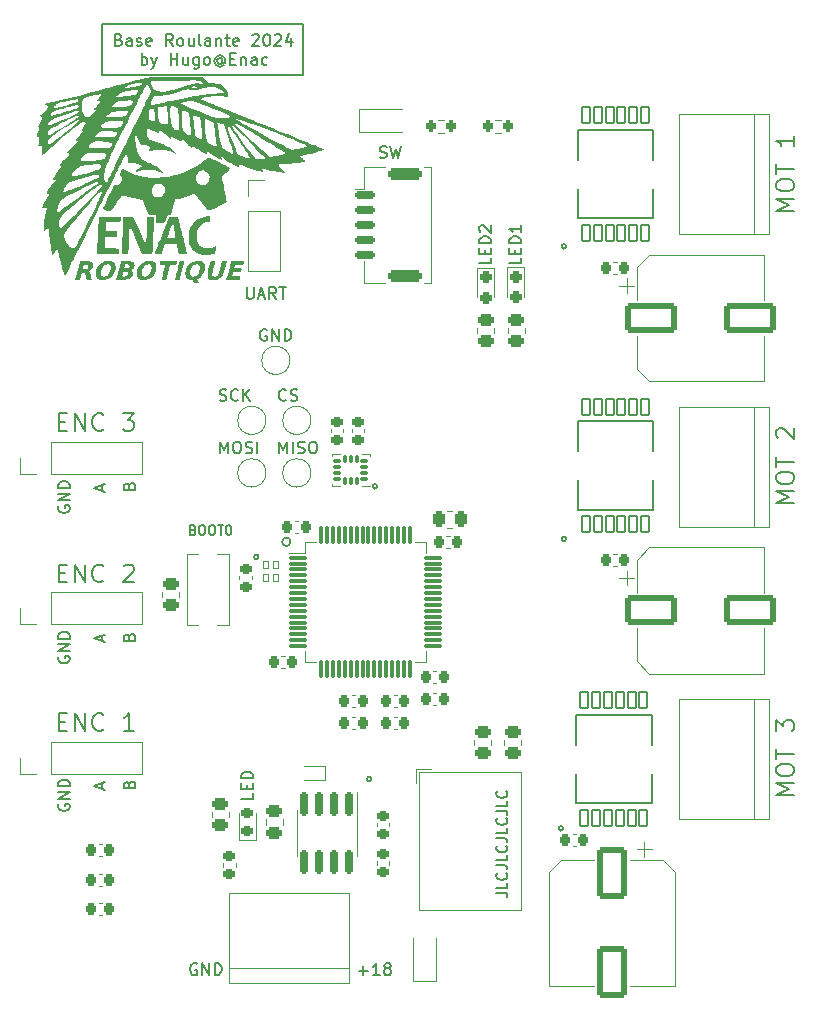
<source format=gbr>
%TF.GenerationSoftware,KiCad,Pcbnew,7.0.9-7.0.9~ubuntu22.04.1*%
%TF.CreationDate,2023-12-07T20:45:01+01:00*%
%TF.ProjectId,Carte_Base_roulante_2024,43617274-655f-4426-9173-655f726f756c,rev?*%
%TF.SameCoordinates,Original*%
%TF.FileFunction,Legend,Top*%
%TF.FilePolarity,Positive*%
%FSLAX46Y46*%
G04 Gerber Fmt 4.6, Leading zero omitted, Abs format (unit mm)*
G04 Created by KiCad (PCBNEW 7.0.9-7.0.9~ubuntu22.04.1) date 2023-12-07 20:45:01*
%MOMM*%
%LPD*%
G01*
G04 APERTURE LIST*
G04 Aperture macros list*
%AMRoundRect*
0 Rectangle with rounded corners*
0 $1 Rounding radius*
0 $2 $3 $4 $5 $6 $7 $8 $9 X,Y pos of 4 corners*
0 Add a 4 corners polygon primitive as box body*
4,1,4,$2,$3,$4,$5,$6,$7,$8,$9,$2,$3,0*
0 Add four circle primitives for the rounded corners*
1,1,$1+$1,$2,$3*
1,1,$1+$1,$4,$5*
1,1,$1+$1,$6,$7*
1,1,$1+$1,$8,$9*
0 Add four rect primitives between the rounded corners*
20,1,$1+$1,$2,$3,$4,$5,0*
20,1,$1+$1,$4,$5,$6,$7,0*
20,1,$1+$1,$6,$7,$8,$9,0*
20,1,$1+$1,$8,$9,$2,$3,0*%
G04 Aperture macros list end*
%ADD10C,0.150000*%
%ADD11C,0.160000*%
%ADD12C,0.200000*%
%ADD13C,0.120000*%
%ADD14C,0.127000*%
%ADD15C,0.050000*%
%ADD16C,0.010000*%
%ADD17C,5.000000*%
%ADD18RoundRect,0.237500X-0.237500X0.287500X-0.237500X-0.287500X0.237500X-0.287500X0.237500X0.287500X0*%
%ADD19C,2.000000*%
%ADD20RoundRect,0.102000X0.325000X-0.675000X0.325000X0.675000X-0.325000X0.675000X-0.325000X-0.675000X0*%
%ADD21R,3.000000X3.000000*%
%ADD22C,3.000000*%
%ADD23R,1.700000X1.700000*%
%ADD24O,1.700000X1.700000*%
%ADD25RoundRect,0.225000X0.225000X0.250000X-0.225000X0.250000X-0.225000X-0.250000X0.225000X-0.250000X0*%
%ADD26RoundRect,0.250000X-0.450000X0.262500X-0.450000X-0.262500X0.450000X-0.262500X0.450000X0.262500X0*%
%ADD27RoundRect,0.150000X-0.150000X0.825000X-0.150000X-0.825000X0.150000X-0.825000X0.150000X0.825000X0*%
%ADD28RoundRect,0.225000X-0.250000X0.225000X-0.250000X-0.225000X0.250000X-0.225000X0.250000X0.225000X0*%
%ADD29C,0.600000*%
%ADD30R,0.600000X1.090000*%
%ADD31R,0.300000X1.140000*%
%ADD32O,1.000000X2.100000*%
%ADD33O,1.000000X1.800000*%
%ADD34R,1.000000X1.500000*%
%ADD35R,3.300000X1.500000*%
%ADD36C,3.200000*%
%ADD37RoundRect,0.250000X0.450000X-0.262500X0.450000X0.262500X-0.450000X0.262500X-0.450000X-0.262500X0*%
%ADD38R,1.600000X2.500000*%
%ADD39R,1.200000X1.200000*%
%ADD40RoundRect,0.200000X0.200000X0.275000X-0.200000X0.275000X-0.200000X-0.275000X0.200000X-0.275000X0*%
%ADD41R,0.600000X0.700000*%
%ADD42RoundRect,0.075000X-0.700000X-0.075000X0.700000X-0.075000X0.700000X0.075000X-0.700000X0.075000X0*%
%ADD43RoundRect,0.075000X-0.075000X-0.700000X0.075000X-0.700000X0.075000X0.700000X-0.075000X0.700000X0*%
%ADD44RoundRect,0.218750X0.256250X-0.218750X0.256250X0.218750X-0.256250X0.218750X-0.256250X-0.218750X0*%
%ADD45RoundRect,0.250000X-0.262500X-0.450000X0.262500X-0.450000X0.262500X0.450000X-0.262500X0.450000X0*%
%ADD46RoundRect,0.250000X-1.950000X-1.000000X1.950000X-1.000000X1.950000X1.000000X-1.950000X1.000000X0*%
%ADD47RoundRect,0.200000X-0.200000X-0.275000X0.200000X-0.275000X0.200000X0.275000X-0.200000X0.275000X0*%
%ADD48RoundRect,0.250000X-1.000000X1.950000X-1.000000X-1.950000X1.000000X-1.950000X1.000000X1.950000X0*%
%ADD49R,2.300000X1.500000*%
%ADD50O,2.300000X1.500000*%
%ADD51RoundRect,0.225000X0.250000X-0.225000X0.250000X0.225000X-0.250000X0.225000X-0.250000X-0.225000X0*%
%ADD52RoundRect,0.027500X-0.222500X0.272500X-0.222500X-0.272500X0.222500X-0.272500X0.222500X0.272500X0*%
%ADD53RoundRect,0.225000X-0.225000X-0.250000X0.225000X-0.250000X0.225000X0.250000X-0.225000X0.250000X0*%
%ADD54RoundRect,0.150000X-0.700000X0.150000X-0.700000X-0.150000X0.700000X-0.150000X0.700000X0.150000X0*%
%ADD55RoundRect,0.250000X-1.150000X0.250000X-1.150000X-0.250000X1.150000X-0.250000X1.150000X0.250000X0*%
%ADD56RoundRect,0.087500X0.225000X0.087500X-0.225000X0.087500X-0.225000X-0.087500X0.225000X-0.087500X0*%
%ADD57RoundRect,0.087500X0.087500X0.225000X-0.087500X0.225000X-0.087500X-0.225000X0.087500X-0.225000X0*%
G04 APERTURE END LIST*
D10*
X95560000Y-64102000D02*
X112578000Y-64102000D01*
X112578000Y-68420000D01*
X95560000Y-68420000D01*
X95560000Y-64102000D01*
X118391241Y-128000000D02*
G75*
G03*
X118391241Y-128000000I-195621J0D01*
G01*
X111540210Y-107917000D02*
G75*
G03*
X111540210Y-107917000I-359210J0D01*
G01*
X108836621Y-109187000D02*
G75*
G03*
X108836621Y-109187000I-195621J0D01*
G01*
X134617621Y-132174000D02*
G75*
G03*
X134617621Y-132174000I-195621J0D01*
G01*
X134871621Y-107663000D02*
G75*
G03*
X134871621Y-107663000I-195621J0D01*
G01*
X134871621Y-82898000D02*
G75*
G03*
X134871621Y-82898000I-195621J0D01*
G01*
X118869621Y-103218000D02*
G75*
G03*
X118869621Y-103218000I-195621J0D01*
G01*
D11*
X97885489Y-128449308D02*
X97933108Y-128306451D01*
X97933108Y-128306451D02*
X97980727Y-128258832D01*
X97980727Y-128258832D02*
X98075965Y-128211213D01*
X98075965Y-128211213D02*
X98218822Y-128211213D01*
X98218822Y-128211213D02*
X98314060Y-128258832D01*
X98314060Y-128258832D02*
X98361680Y-128306451D01*
X98361680Y-128306451D02*
X98409299Y-128401689D01*
X98409299Y-128401689D02*
X98409299Y-128782641D01*
X98409299Y-128782641D02*
X97409299Y-128782641D01*
X97409299Y-128782641D02*
X97409299Y-128449308D01*
X97409299Y-128449308D02*
X97456918Y-128354070D01*
X97456918Y-128354070D02*
X97504537Y-128306451D01*
X97504537Y-128306451D02*
X97599775Y-128258832D01*
X97599775Y-128258832D02*
X97695013Y-128258832D01*
X97695013Y-128258832D02*
X97790251Y-128306451D01*
X97790251Y-128306451D02*
X97837870Y-128354070D01*
X97837870Y-128354070D02*
X97885489Y-128449308D01*
X97885489Y-128449308D02*
X97885489Y-128782641D01*
X117333358Y-144213346D02*
X118095263Y-144213346D01*
X117714310Y-144594299D02*
X117714310Y-143832394D01*
X119095262Y-144594299D02*
X118523834Y-144594299D01*
X118809548Y-144594299D02*
X118809548Y-143594299D01*
X118809548Y-143594299D02*
X118714310Y-143737156D01*
X118714310Y-143737156D02*
X118619072Y-143832394D01*
X118619072Y-143832394D02*
X118523834Y-143880013D01*
X119666691Y-144022870D02*
X119571453Y-143975251D01*
X119571453Y-143975251D02*
X119523834Y-143927632D01*
X119523834Y-143927632D02*
X119476215Y-143832394D01*
X119476215Y-143832394D02*
X119476215Y-143784775D01*
X119476215Y-143784775D02*
X119523834Y-143689537D01*
X119523834Y-143689537D02*
X119571453Y-143641918D01*
X119571453Y-143641918D02*
X119666691Y-143594299D01*
X119666691Y-143594299D02*
X119857167Y-143594299D01*
X119857167Y-143594299D02*
X119952405Y-143641918D01*
X119952405Y-143641918D02*
X120000024Y-143689537D01*
X120000024Y-143689537D02*
X120047643Y-143784775D01*
X120047643Y-143784775D02*
X120047643Y-143832394D01*
X120047643Y-143832394D02*
X120000024Y-143927632D01*
X120000024Y-143927632D02*
X119952405Y-143975251D01*
X119952405Y-143975251D02*
X119857167Y-144022870D01*
X119857167Y-144022870D02*
X119666691Y-144022870D01*
X119666691Y-144022870D02*
X119571453Y-144070489D01*
X119571453Y-144070489D02*
X119523834Y-144118108D01*
X119523834Y-144118108D02*
X119476215Y-144213346D01*
X119476215Y-144213346D02*
X119476215Y-144403822D01*
X119476215Y-144403822D02*
X119523834Y-144499060D01*
X119523834Y-144499060D02*
X119571453Y-144546680D01*
X119571453Y-144546680D02*
X119666691Y-144594299D01*
X119666691Y-144594299D02*
X119857167Y-144594299D01*
X119857167Y-144594299D02*
X119952405Y-144546680D01*
X119952405Y-144546680D02*
X120000024Y-144499060D01*
X120000024Y-144499060D02*
X120047643Y-144403822D01*
X120047643Y-144403822D02*
X120047643Y-144213346D01*
X120047643Y-144213346D02*
X120000024Y-144118108D01*
X120000024Y-144118108D02*
X119952405Y-144070489D01*
X119952405Y-144070489D02*
X119857167Y-144022870D01*
X96998691Y-65393489D02*
X97141548Y-65441108D01*
X97141548Y-65441108D02*
X97189167Y-65488727D01*
X97189167Y-65488727D02*
X97236786Y-65583965D01*
X97236786Y-65583965D02*
X97236786Y-65726822D01*
X97236786Y-65726822D02*
X97189167Y-65822060D01*
X97189167Y-65822060D02*
X97141548Y-65869680D01*
X97141548Y-65869680D02*
X97046310Y-65917299D01*
X97046310Y-65917299D02*
X96665358Y-65917299D01*
X96665358Y-65917299D02*
X96665358Y-64917299D01*
X96665358Y-64917299D02*
X96998691Y-64917299D01*
X96998691Y-64917299D02*
X97093929Y-64964918D01*
X97093929Y-64964918D02*
X97141548Y-65012537D01*
X97141548Y-65012537D02*
X97189167Y-65107775D01*
X97189167Y-65107775D02*
X97189167Y-65203013D01*
X97189167Y-65203013D02*
X97141548Y-65298251D01*
X97141548Y-65298251D02*
X97093929Y-65345870D01*
X97093929Y-65345870D02*
X96998691Y-65393489D01*
X96998691Y-65393489D02*
X96665358Y-65393489D01*
X98093929Y-65917299D02*
X98093929Y-65393489D01*
X98093929Y-65393489D02*
X98046310Y-65298251D01*
X98046310Y-65298251D02*
X97951072Y-65250632D01*
X97951072Y-65250632D02*
X97760596Y-65250632D01*
X97760596Y-65250632D02*
X97665358Y-65298251D01*
X98093929Y-65869680D02*
X97998691Y-65917299D01*
X97998691Y-65917299D02*
X97760596Y-65917299D01*
X97760596Y-65917299D02*
X97665358Y-65869680D01*
X97665358Y-65869680D02*
X97617739Y-65774441D01*
X97617739Y-65774441D02*
X97617739Y-65679203D01*
X97617739Y-65679203D02*
X97665358Y-65583965D01*
X97665358Y-65583965D02*
X97760596Y-65536346D01*
X97760596Y-65536346D02*
X97998691Y-65536346D01*
X97998691Y-65536346D02*
X98093929Y-65488727D01*
X98522501Y-65869680D02*
X98617739Y-65917299D01*
X98617739Y-65917299D02*
X98808215Y-65917299D01*
X98808215Y-65917299D02*
X98903453Y-65869680D01*
X98903453Y-65869680D02*
X98951072Y-65774441D01*
X98951072Y-65774441D02*
X98951072Y-65726822D01*
X98951072Y-65726822D02*
X98903453Y-65631584D01*
X98903453Y-65631584D02*
X98808215Y-65583965D01*
X98808215Y-65583965D02*
X98665358Y-65583965D01*
X98665358Y-65583965D02*
X98570120Y-65536346D01*
X98570120Y-65536346D02*
X98522501Y-65441108D01*
X98522501Y-65441108D02*
X98522501Y-65393489D01*
X98522501Y-65393489D02*
X98570120Y-65298251D01*
X98570120Y-65298251D02*
X98665358Y-65250632D01*
X98665358Y-65250632D02*
X98808215Y-65250632D01*
X98808215Y-65250632D02*
X98903453Y-65298251D01*
X99760596Y-65869680D02*
X99665358Y-65917299D01*
X99665358Y-65917299D02*
X99474882Y-65917299D01*
X99474882Y-65917299D02*
X99379644Y-65869680D01*
X99379644Y-65869680D02*
X99332025Y-65774441D01*
X99332025Y-65774441D02*
X99332025Y-65393489D01*
X99332025Y-65393489D02*
X99379644Y-65298251D01*
X99379644Y-65298251D02*
X99474882Y-65250632D01*
X99474882Y-65250632D02*
X99665358Y-65250632D01*
X99665358Y-65250632D02*
X99760596Y-65298251D01*
X99760596Y-65298251D02*
X99808215Y-65393489D01*
X99808215Y-65393489D02*
X99808215Y-65488727D01*
X99808215Y-65488727D02*
X99332025Y-65583965D01*
X101570120Y-65917299D02*
X101236787Y-65441108D01*
X100998692Y-65917299D02*
X100998692Y-64917299D01*
X100998692Y-64917299D02*
X101379644Y-64917299D01*
X101379644Y-64917299D02*
X101474882Y-64964918D01*
X101474882Y-64964918D02*
X101522501Y-65012537D01*
X101522501Y-65012537D02*
X101570120Y-65107775D01*
X101570120Y-65107775D02*
X101570120Y-65250632D01*
X101570120Y-65250632D02*
X101522501Y-65345870D01*
X101522501Y-65345870D02*
X101474882Y-65393489D01*
X101474882Y-65393489D02*
X101379644Y-65441108D01*
X101379644Y-65441108D02*
X100998692Y-65441108D01*
X102141549Y-65917299D02*
X102046311Y-65869680D01*
X102046311Y-65869680D02*
X101998692Y-65822060D01*
X101998692Y-65822060D02*
X101951073Y-65726822D01*
X101951073Y-65726822D02*
X101951073Y-65441108D01*
X101951073Y-65441108D02*
X101998692Y-65345870D01*
X101998692Y-65345870D02*
X102046311Y-65298251D01*
X102046311Y-65298251D02*
X102141549Y-65250632D01*
X102141549Y-65250632D02*
X102284406Y-65250632D01*
X102284406Y-65250632D02*
X102379644Y-65298251D01*
X102379644Y-65298251D02*
X102427263Y-65345870D01*
X102427263Y-65345870D02*
X102474882Y-65441108D01*
X102474882Y-65441108D02*
X102474882Y-65726822D01*
X102474882Y-65726822D02*
X102427263Y-65822060D01*
X102427263Y-65822060D02*
X102379644Y-65869680D01*
X102379644Y-65869680D02*
X102284406Y-65917299D01*
X102284406Y-65917299D02*
X102141549Y-65917299D01*
X103332025Y-65250632D02*
X103332025Y-65917299D01*
X102903454Y-65250632D02*
X102903454Y-65774441D01*
X102903454Y-65774441D02*
X102951073Y-65869680D01*
X102951073Y-65869680D02*
X103046311Y-65917299D01*
X103046311Y-65917299D02*
X103189168Y-65917299D01*
X103189168Y-65917299D02*
X103284406Y-65869680D01*
X103284406Y-65869680D02*
X103332025Y-65822060D01*
X103951073Y-65917299D02*
X103855835Y-65869680D01*
X103855835Y-65869680D02*
X103808216Y-65774441D01*
X103808216Y-65774441D02*
X103808216Y-64917299D01*
X104760597Y-65917299D02*
X104760597Y-65393489D01*
X104760597Y-65393489D02*
X104712978Y-65298251D01*
X104712978Y-65298251D02*
X104617740Y-65250632D01*
X104617740Y-65250632D02*
X104427264Y-65250632D01*
X104427264Y-65250632D02*
X104332026Y-65298251D01*
X104760597Y-65869680D02*
X104665359Y-65917299D01*
X104665359Y-65917299D02*
X104427264Y-65917299D01*
X104427264Y-65917299D02*
X104332026Y-65869680D01*
X104332026Y-65869680D02*
X104284407Y-65774441D01*
X104284407Y-65774441D02*
X104284407Y-65679203D01*
X104284407Y-65679203D02*
X104332026Y-65583965D01*
X104332026Y-65583965D02*
X104427264Y-65536346D01*
X104427264Y-65536346D02*
X104665359Y-65536346D01*
X104665359Y-65536346D02*
X104760597Y-65488727D01*
X105236788Y-65250632D02*
X105236788Y-65917299D01*
X105236788Y-65345870D02*
X105284407Y-65298251D01*
X105284407Y-65298251D02*
X105379645Y-65250632D01*
X105379645Y-65250632D02*
X105522502Y-65250632D01*
X105522502Y-65250632D02*
X105617740Y-65298251D01*
X105617740Y-65298251D02*
X105665359Y-65393489D01*
X105665359Y-65393489D02*
X105665359Y-65917299D01*
X105998693Y-65250632D02*
X106379645Y-65250632D01*
X106141550Y-64917299D02*
X106141550Y-65774441D01*
X106141550Y-65774441D02*
X106189169Y-65869680D01*
X106189169Y-65869680D02*
X106284407Y-65917299D01*
X106284407Y-65917299D02*
X106379645Y-65917299D01*
X107093931Y-65869680D02*
X106998693Y-65917299D01*
X106998693Y-65917299D02*
X106808217Y-65917299D01*
X106808217Y-65917299D02*
X106712979Y-65869680D01*
X106712979Y-65869680D02*
X106665360Y-65774441D01*
X106665360Y-65774441D02*
X106665360Y-65393489D01*
X106665360Y-65393489D02*
X106712979Y-65298251D01*
X106712979Y-65298251D02*
X106808217Y-65250632D01*
X106808217Y-65250632D02*
X106998693Y-65250632D01*
X106998693Y-65250632D02*
X107093931Y-65298251D01*
X107093931Y-65298251D02*
X107141550Y-65393489D01*
X107141550Y-65393489D02*
X107141550Y-65488727D01*
X107141550Y-65488727D02*
X106665360Y-65583965D01*
X108284408Y-65012537D02*
X108332027Y-64964918D01*
X108332027Y-64964918D02*
X108427265Y-64917299D01*
X108427265Y-64917299D02*
X108665360Y-64917299D01*
X108665360Y-64917299D02*
X108760598Y-64964918D01*
X108760598Y-64964918D02*
X108808217Y-65012537D01*
X108808217Y-65012537D02*
X108855836Y-65107775D01*
X108855836Y-65107775D02*
X108855836Y-65203013D01*
X108855836Y-65203013D02*
X108808217Y-65345870D01*
X108808217Y-65345870D02*
X108236789Y-65917299D01*
X108236789Y-65917299D02*
X108855836Y-65917299D01*
X109474884Y-64917299D02*
X109570122Y-64917299D01*
X109570122Y-64917299D02*
X109665360Y-64964918D01*
X109665360Y-64964918D02*
X109712979Y-65012537D01*
X109712979Y-65012537D02*
X109760598Y-65107775D01*
X109760598Y-65107775D02*
X109808217Y-65298251D01*
X109808217Y-65298251D02*
X109808217Y-65536346D01*
X109808217Y-65536346D02*
X109760598Y-65726822D01*
X109760598Y-65726822D02*
X109712979Y-65822060D01*
X109712979Y-65822060D02*
X109665360Y-65869680D01*
X109665360Y-65869680D02*
X109570122Y-65917299D01*
X109570122Y-65917299D02*
X109474884Y-65917299D01*
X109474884Y-65917299D02*
X109379646Y-65869680D01*
X109379646Y-65869680D02*
X109332027Y-65822060D01*
X109332027Y-65822060D02*
X109284408Y-65726822D01*
X109284408Y-65726822D02*
X109236789Y-65536346D01*
X109236789Y-65536346D02*
X109236789Y-65298251D01*
X109236789Y-65298251D02*
X109284408Y-65107775D01*
X109284408Y-65107775D02*
X109332027Y-65012537D01*
X109332027Y-65012537D02*
X109379646Y-64964918D01*
X109379646Y-64964918D02*
X109474884Y-64917299D01*
X110189170Y-65012537D02*
X110236789Y-64964918D01*
X110236789Y-64964918D02*
X110332027Y-64917299D01*
X110332027Y-64917299D02*
X110570122Y-64917299D01*
X110570122Y-64917299D02*
X110665360Y-64964918D01*
X110665360Y-64964918D02*
X110712979Y-65012537D01*
X110712979Y-65012537D02*
X110760598Y-65107775D01*
X110760598Y-65107775D02*
X110760598Y-65203013D01*
X110760598Y-65203013D02*
X110712979Y-65345870D01*
X110712979Y-65345870D02*
X110141551Y-65917299D01*
X110141551Y-65917299D02*
X110760598Y-65917299D01*
X111617741Y-65250632D02*
X111617741Y-65917299D01*
X111379646Y-64869680D02*
X111141551Y-65583965D01*
X111141551Y-65583965D02*
X111760598Y-65583965D01*
X98951073Y-67527299D02*
X98951073Y-66527299D01*
X98951073Y-66908251D02*
X99046311Y-66860632D01*
X99046311Y-66860632D02*
X99236787Y-66860632D01*
X99236787Y-66860632D02*
X99332025Y-66908251D01*
X99332025Y-66908251D02*
X99379644Y-66955870D01*
X99379644Y-66955870D02*
X99427263Y-67051108D01*
X99427263Y-67051108D02*
X99427263Y-67336822D01*
X99427263Y-67336822D02*
X99379644Y-67432060D01*
X99379644Y-67432060D02*
X99332025Y-67479680D01*
X99332025Y-67479680D02*
X99236787Y-67527299D01*
X99236787Y-67527299D02*
X99046311Y-67527299D01*
X99046311Y-67527299D02*
X98951073Y-67479680D01*
X99760597Y-66860632D02*
X99998692Y-67527299D01*
X100236787Y-66860632D02*
X99998692Y-67527299D01*
X99998692Y-67527299D02*
X99903454Y-67765394D01*
X99903454Y-67765394D02*
X99855835Y-67813013D01*
X99855835Y-67813013D02*
X99760597Y-67860632D01*
X101379645Y-67527299D02*
X101379645Y-66527299D01*
X101379645Y-67003489D02*
X101951073Y-67003489D01*
X101951073Y-67527299D02*
X101951073Y-66527299D01*
X102855835Y-66860632D02*
X102855835Y-67527299D01*
X102427264Y-66860632D02*
X102427264Y-67384441D01*
X102427264Y-67384441D02*
X102474883Y-67479680D01*
X102474883Y-67479680D02*
X102570121Y-67527299D01*
X102570121Y-67527299D02*
X102712978Y-67527299D01*
X102712978Y-67527299D02*
X102808216Y-67479680D01*
X102808216Y-67479680D02*
X102855835Y-67432060D01*
X103760597Y-66860632D02*
X103760597Y-67670156D01*
X103760597Y-67670156D02*
X103712978Y-67765394D01*
X103712978Y-67765394D02*
X103665359Y-67813013D01*
X103665359Y-67813013D02*
X103570121Y-67860632D01*
X103570121Y-67860632D02*
X103427264Y-67860632D01*
X103427264Y-67860632D02*
X103332026Y-67813013D01*
X103760597Y-67479680D02*
X103665359Y-67527299D01*
X103665359Y-67527299D02*
X103474883Y-67527299D01*
X103474883Y-67527299D02*
X103379645Y-67479680D01*
X103379645Y-67479680D02*
X103332026Y-67432060D01*
X103332026Y-67432060D02*
X103284407Y-67336822D01*
X103284407Y-67336822D02*
X103284407Y-67051108D01*
X103284407Y-67051108D02*
X103332026Y-66955870D01*
X103332026Y-66955870D02*
X103379645Y-66908251D01*
X103379645Y-66908251D02*
X103474883Y-66860632D01*
X103474883Y-66860632D02*
X103665359Y-66860632D01*
X103665359Y-66860632D02*
X103760597Y-66908251D01*
X104379645Y-67527299D02*
X104284407Y-67479680D01*
X104284407Y-67479680D02*
X104236788Y-67432060D01*
X104236788Y-67432060D02*
X104189169Y-67336822D01*
X104189169Y-67336822D02*
X104189169Y-67051108D01*
X104189169Y-67051108D02*
X104236788Y-66955870D01*
X104236788Y-66955870D02*
X104284407Y-66908251D01*
X104284407Y-66908251D02*
X104379645Y-66860632D01*
X104379645Y-66860632D02*
X104522502Y-66860632D01*
X104522502Y-66860632D02*
X104617740Y-66908251D01*
X104617740Y-66908251D02*
X104665359Y-66955870D01*
X104665359Y-66955870D02*
X104712978Y-67051108D01*
X104712978Y-67051108D02*
X104712978Y-67336822D01*
X104712978Y-67336822D02*
X104665359Y-67432060D01*
X104665359Y-67432060D02*
X104617740Y-67479680D01*
X104617740Y-67479680D02*
X104522502Y-67527299D01*
X104522502Y-67527299D02*
X104379645Y-67527299D01*
X105760597Y-67051108D02*
X105712978Y-67003489D01*
X105712978Y-67003489D02*
X105617740Y-66955870D01*
X105617740Y-66955870D02*
X105522502Y-66955870D01*
X105522502Y-66955870D02*
X105427264Y-67003489D01*
X105427264Y-67003489D02*
X105379645Y-67051108D01*
X105379645Y-67051108D02*
X105332026Y-67146346D01*
X105332026Y-67146346D02*
X105332026Y-67241584D01*
X105332026Y-67241584D02*
X105379645Y-67336822D01*
X105379645Y-67336822D02*
X105427264Y-67384441D01*
X105427264Y-67384441D02*
X105522502Y-67432060D01*
X105522502Y-67432060D02*
X105617740Y-67432060D01*
X105617740Y-67432060D02*
X105712978Y-67384441D01*
X105712978Y-67384441D02*
X105760597Y-67336822D01*
X105760597Y-66955870D02*
X105760597Y-67336822D01*
X105760597Y-67336822D02*
X105808216Y-67384441D01*
X105808216Y-67384441D02*
X105855835Y-67384441D01*
X105855835Y-67384441D02*
X105951074Y-67336822D01*
X105951074Y-67336822D02*
X105998693Y-67241584D01*
X105998693Y-67241584D02*
X105998693Y-67003489D01*
X105998693Y-67003489D02*
X105903455Y-66860632D01*
X105903455Y-66860632D02*
X105760597Y-66765394D01*
X105760597Y-66765394D02*
X105570121Y-66717775D01*
X105570121Y-66717775D02*
X105379645Y-66765394D01*
X105379645Y-66765394D02*
X105236788Y-66860632D01*
X105236788Y-66860632D02*
X105141550Y-67003489D01*
X105141550Y-67003489D02*
X105093931Y-67193965D01*
X105093931Y-67193965D02*
X105141550Y-67384441D01*
X105141550Y-67384441D02*
X105236788Y-67527299D01*
X105236788Y-67527299D02*
X105379645Y-67622537D01*
X105379645Y-67622537D02*
X105570121Y-67670156D01*
X105570121Y-67670156D02*
X105760597Y-67622537D01*
X105760597Y-67622537D02*
X105903455Y-67527299D01*
X106427264Y-67003489D02*
X106760597Y-67003489D01*
X106903454Y-67527299D02*
X106427264Y-67527299D01*
X106427264Y-67527299D02*
X106427264Y-66527299D01*
X106427264Y-66527299D02*
X106903454Y-66527299D01*
X107332026Y-66860632D02*
X107332026Y-67527299D01*
X107332026Y-66955870D02*
X107379645Y-66908251D01*
X107379645Y-66908251D02*
X107474883Y-66860632D01*
X107474883Y-66860632D02*
X107617740Y-66860632D01*
X107617740Y-66860632D02*
X107712978Y-66908251D01*
X107712978Y-66908251D02*
X107760597Y-67003489D01*
X107760597Y-67003489D02*
X107760597Y-67527299D01*
X108665359Y-67527299D02*
X108665359Y-67003489D01*
X108665359Y-67003489D02*
X108617740Y-66908251D01*
X108617740Y-66908251D02*
X108522502Y-66860632D01*
X108522502Y-66860632D02*
X108332026Y-66860632D01*
X108332026Y-66860632D02*
X108236788Y-66908251D01*
X108665359Y-67479680D02*
X108570121Y-67527299D01*
X108570121Y-67527299D02*
X108332026Y-67527299D01*
X108332026Y-67527299D02*
X108236788Y-67479680D01*
X108236788Y-67479680D02*
X108189169Y-67384441D01*
X108189169Y-67384441D02*
X108189169Y-67289203D01*
X108189169Y-67289203D02*
X108236788Y-67193965D01*
X108236788Y-67193965D02*
X108332026Y-67146346D01*
X108332026Y-67146346D02*
X108570121Y-67146346D01*
X108570121Y-67146346D02*
X108665359Y-67098727D01*
X109570121Y-67479680D02*
X109474883Y-67527299D01*
X109474883Y-67527299D02*
X109284407Y-67527299D01*
X109284407Y-67527299D02*
X109189169Y-67479680D01*
X109189169Y-67479680D02*
X109141550Y-67432060D01*
X109141550Y-67432060D02*
X109093931Y-67336822D01*
X109093931Y-67336822D02*
X109093931Y-67051108D01*
X109093931Y-67051108D02*
X109141550Y-66955870D01*
X109141550Y-66955870D02*
X109189169Y-66908251D01*
X109189169Y-66908251D02*
X109284407Y-66860632D01*
X109284407Y-66860632D02*
X109474883Y-66860632D01*
X109474883Y-66860632D02*
X109570121Y-66908251D01*
X103607167Y-143641918D02*
X103511929Y-143594299D01*
X103511929Y-143594299D02*
X103369072Y-143594299D01*
X103369072Y-143594299D02*
X103226215Y-143641918D01*
X103226215Y-143641918D02*
X103130977Y-143737156D01*
X103130977Y-143737156D02*
X103083358Y-143832394D01*
X103083358Y-143832394D02*
X103035739Y-144022870D01*
X103035739Y-144022870D02*
X103035739Y-144165727D01*
X103035739Y-144165727D02*
X103083358Y-144356203D01*
X103083358Y-144356203D02*
X103130977Y-144451441D01*
X103130977Y-144451441D02*
X103226215Y-144546680D01*
X103226215Y-144546680D02*
X103369072Y-144594299D01*
X103369072Y-144594299D02*
X103464310Y-144594299D01*
X103464310Y-144594299D02*
X103607167Y-144546680D01*
X103607167Y-144546680D02*
X103654786Y-144499060D01*
X103654786Y-144499060D02*
X103654786Y-144165727D01*
X103654786Y-144165727D02*
X103464310Y-144165727D01*
X104083358Y-144594299D02*
X104083358Y-143594299D01*
X104083358Y-143594299D02*
X104654786Y-144594299D01*
X104654786Y-144594299D02*
X104654786Y-143594299D01*
X105130977Y-144594299D02*
X105130977Y-143594299D01*
X105130977Y-143594299D02*
X105369072Y-143594299D01*
X105369072Y-143594299D02*
X105511929Y-143641918D01*
X105511929Y-143641918D02*
X105607167Y-143737156D01*
X105607167Y-143737156D02*
X105654786Y-143832394D01*
X105654786Y-143832394D02*
X105702405Y-144022870D01*
X105702405Y-144022870D02*
X105702405Y-144165727D01*
X105702405Y-144165727D02*
X105654786Y-144356203D01*
X105654786Y-144356203D02*
X105607167Y-144451441D01*
X105607167Y-144451441D02*
X105511929Y-144546680D01*
X105511929Y-144546680D02*
X105369072Y-144594299D01*
X105369072Y-144594299D02*
X105130977Y-144594299D01*
X119096739Y-75353680D02*
X119239596Y-75401299D01*
X119239596Y-75401299D02*
X119477691Y-75401299D01*
X119477691Y-75401299D02*
X119572929Y-75353680D01*
X119572929Y-75353680D02*
X119620548Y-75306060D01*
X119620548Y-75306060D02*
X119668167Y-75210822D01*
X119668167Y-75210822D02*
X119668167Y-75115584D01*
X119668167Y-75115584D02*
X119620548Y-75020346D01*
X119620548Y-75020346D02*
X119572929Y-74972727D01*
X119572929Y-74972727D02*
X119477691Y-74925108D01*
X119477691Y-74925108D02*
X119287215Y-74877489D01*
X119287215Y-74877489D02*
X119191977Y-74829870D01*
X119191977Y-74829870D02*
X119144358Y-74782251D01*
X119144358Y-74782251D02*
X119096739Y-74687013D01*
X119096739Y-74687013D02*
X119096739Y-74591775D01*
X119096739Y-74591775D02*
X119144358Y-74496537D01*
X119144358Y-74496537D02*
X119191977Y-74448918D01*
X119191977Y-74448918D02*
X119287215Y-74401299D01*
X119287215Y-74401299D02*
X119525310Y-74401299D01*
X119525310Y-74401299D02*
X119668167Y-74448918D01*
X120001501Y-74401299D02*
X120239596Y-75401299D01*
X120239596Y-75401299D02*
X120430072Y-74687013D01*
X120430072Y-74687013D02*
X120620548Y-75401299D01*
X120620548Y-75401299D02*
X120858644Y-74401299D01*
D10*
X103295826Y-106884247D02*
X103410112Y-106922342D01*
X103410112Y-106922342D02*
X103448207Y-106960438D01*
X103448207Y-106960438D02*
X103486303Y-107036628D01*
X103486303Y-107036628D02*
X103486303Y-107150914D01*
X103486303Y-107150914D02*
X103448207Y-107227104D01*
X103448207Y-107227104D02*
X103410112Y-107265200D01*
X103410112Y-107265200D02*
X103333922Y-107303295D01*
X103333922Y-107303295D02*
X103029160Y-107303295D01*
X103029160Y-107303295D02*
X103029160Y-106503295D01*
X103029160Y-106503295D02*
X103295826Y-106503295D01*
X103295826Y-106503295D02*
X103372017Y-106541390D01*
X103372017Y-106541390D02*
X103410112Y-106579485D01*
X103410112Y-106579485D02*
X103448207Y-106655676D01*
X103448207Y-106655676D02*
X103448207Y-106731866D01*
X103448207Y-106731866D02*
X103410112Y-106808057D01*
X103410112Y-106808057D02*
X103372017Y-106846152D01*
X103372017Y-106846152D02*
X103295826Y-106884247D01*
X103295826Y-106884247D02*
X103029160Y-106884247D01*
X103981541Y-106503295D02*
X104133922Y-106503295D01*
X104133922Y-106503295D02*
X104210112Y-106541390D01*
X104210112Y-106541390D02*
X104286303Y-106617580D01*
X104286303Y-106617580D02*
X104324398Y-106769961D01*
X104324398Y-106769961D02*
X104324398Y-107036628D01*
X104324398Y-107036628D02*
X104286303Y-107189009D01*
X104286303Y-107189009D02*
X104210112Y-107265200D01*
X104210112Y-107265200D02*
X104133922Y-107303295D01*
X104133922Y-107303295D02*
X103981541Y-107303295D01*
X103981541Y-107303295D02*
X103905350Y-107265200D01*
X103905350Y-107265200D02*
X103829160Y-107189009D01*
X103829160Y-107189009D02*
X103791064Y-107036628D01*
X103791064Y-107036628D02*
X103791064Y-106769961D01*
X103791064Y-106769961D02*
X103829160Y-106617580D01*
X103829160Y-106617580D02*
X103905350Y-106541390D01*
X103905350Y-106541390D02*
X103981541Y-106503295D01*
X104819636Y-106503295D02*
X104972017Y-106503295D01*
X104972017Y-106503295D02*
X105048207Y-106541390D01*
X105048207Y-106541390D02*
X105124398Y-106617580D01*
X105124398Y-106617580D02*
X105162493Y-106769961D01*
X105162493Y-106769961D02*
X105162493Y-107036628D01*
X105162493Y-107036628D02*
X105124398Y-107189009D01*
X105124398Y-107189009D02*
X105048207Y-107265200D01*
X105048207Y-107265200D02*
X104972017Y-107303295D01*
X104972017Y-107303295D02*
X104819636Y-107303295D01*
X104819636Y-107303295D02*
X104743445Y-107265200D01*
X104743445Y-107265200D02*
X104667255Y-107189009D01*
X104667255Y-107189009D02*
X104629159Y-107036628D01*
X104629159Y-107036628D02*
X104629159Y-106769961D01*
X104629159Y-106769961D02*
X104667255Y-106617580D01*
X104667255Y-106617580D02*
X104743445Y-106541390D01*
X104743445Y-106541390D02*
X104819636Y-106503295D01*
X105391064Y-106503295D02*
X105848207Y-106503295D01*
X105619635Y-107303295D02*
X105619635Y-106503295D01*
X106267255Y-106503295D02*
X106343445Y-106503295D01*
X106343445Y-106503295D02*
X106419636Y-106541390D01*
X106419636Y-106541390D02*
X106457731Y-106579485D01*
X106457731Y-106579485D02*
X106495826Y-106655676D01*
X106495826Y-106655676D02*
X106533921Y-106808057D01*
X106533921Y-106808057D02*
X106533921Y-106998533D01*
X106533921Y-106998533D02*
X106495826Y-107150914D01*
X106495826Y-107150914D02*
X106457731Y-107227104D01*
X106457731Y-107227104D02*
X106419636Y-107265200D01*
X106419636Y-107265200D02*
X106343445Y-107303295D01*
X106343445Y-107303295D02*
X106267255Y-107303295D01*
X106267255Y-107303295D02*
X106191064Y-107265200D01*
X106191064Y-107265200D02*
X106152969Y-107227104D01*
X106152969Y-107227104D02*
X106114874Y-107150914D01*
X106114874Y-107150914D02*
X106076778Y-106998533D01*
X106076778Y-106998533D02*
X106076778Y-106808057D01*
X106076778Y-106808057D02*
X106114874Y-106655676D01*
X106114874Y-106655676D02*
X106152969Y-106579485D01*
X106152969Y-106579485D02*
X106191064Y-106541390D01*
X106191064Y-106541390D02*
X106267255Y-106503295D01*
D11*
X107841358Y-86339299D02*
X107841358Y-87148822D01*
X107841358Y-87148822D02*
X107888977Y-87244060D01*
X107888977Y-87244060D02*
X107936596Y-87291680D01*
X107936596Y-87291680D02*
X108031834Y-87339299D01*
X108031834Y-87339299D02*
X108222310Y-87339299D01*
X108222310Y-87339299D02*
X108317548Y-87291680D01*
X108317548Y-87291680D02*
X108365167Y-87244060D01*
X108365167Y-87244060D02*
X108412786Y-87148822D01*
X108412786Y-87148822D02*
X108412786Y-86339299D01*
X108841358Y-87053584D02*
X109317548Y-87053584D01*
X108746120Y-87339299D02*
X109079453Y-86339299D01*
X109079453Y-86339299D02*
X109412786Y-87339299D01*
X110317548Y-87339299D02*
X109984215Y-86863108D01*
X109746120Y-87339299D02*
X109746120Y-86339299D01*
X109746120Y-86339299D02*
X110127072Y-86339299D01*
X110127072Y-86339299D02*
X110222310Y-86386918D01*
X110222310Y-86386918D02*
X110269929Y-86434537D01*
X110269929Y-86434537D02*
X110317548Y-86529775D01*
X110317548Y-86529775D02*
X110317548Y-86672632D01*
X110317548Y-86672632D02*
X110269929Y-86767870D01*
X110269929Y-86767870D02*
X110222310Y-86815489D01*
X110222310Y-86815489D02*
X110127072Y-86863108D01*
X110127072Y-86863108D02*
X109746120Y-86863108D01*
X110603263Y-86339299D02*
X111174691Y-86339299D01*
X110888977Y-87339299D02*
X110888977Y-86339299D01*
X97885489Y-115949308D02*
X97933108Y-115806451D01*
X97933108Y-115806451D02*
X97980727Y-115758832D01*
X97980727Y-115758832D02*
X98075965Y-115711213D01*
X98075965Y-115711213D02*
X98218822Y-115711213D01*
X98218822Y-115711213D02*
X98314060Y-115758832D01*
X98314060Y-115758832D02*
X98361680Y-115806451D01*
X98361680Y-115806451D02*
X98409299Y-115901689D01*
X98409299Y-115901689D02*
X98409299Y-116282641D01*
X98409299Y-116282641D02*
X97409299Y-116282641D01*
X97409299Y-116282641D02*
X97409299Y-115949308D01*
X97409299Y-115949308D02*
X97456918Y-115854070D01*
X97456918Y-115854070D02*
X97504537Y-115806451D01*
X97504537Y-115806451D02*
X97599775Y-115758832D01*
X97599775Y-115758832D02*
X97695013Y-115758832D01*
X97695013Y-115758832D02*
X97790251Y-115806451D01*
X97790251Y-115806451D02*
X97837870Y-115854070D01*
X97837870Y-115854070D02*
X97885489Y-115949308D01*
X97885489Y-115949308D02*
X97885489Y-116282641D01*
X154175608Y-79867857D02*
X152675608Y-79867857D01*
X152675608Y-79867857D02*
X153747037Y-79367857D01*
X153747037Y-79367857D02*
X152675608Y-78867857D01*
X152675608Y-78867857D02*
X154175608Y-78867857D01*
X152675608Y-77867856D02*
X152675608Y-77582142D01*
X152675608Y-77582142D02*
X152747037Y-77439285D01*
X152747037Y-77439285D02*
X152889894Y-77296428D01*
X152889894Y-77296428D02*
X153175608Y-77224999D01*
X153175608Y-77224999D02*
X153675608Y-77224999D01*
X153675608Y-77224999D02*
X153961322Y-77296428D01*
X153961322Y-77296428D02*
X154104180Y-77439285D01*
X154104180Y-77439285D02*
X154175608Y-77582142D01*
X154175608Y-77582142D02*
X154175608Y-77867856D01*
X154175608Y-77867856D02*
X154104180Y-78010714D01*
X154104180Y-78010714D02*
X153961322Y-78153571D01*
X153961322Y-78153571D02*
X153675608Y-78224999D01*
X153675608Y-78224999D02*
X153175608Y-78224999D01*
X153175608Y-78224999D02*
X152889894Y-78153571D01*
X152889894Y-78153571D02*
X152747037Y-78010714D01*
X152747037Y-78010714D02*
X152675608Y-77867856D01*
X152675608Y-76796427D02*
X152675608Y-75939285D01*
X154175608Y-76367856D02*
X152675608Y-76367856D01*
X154175608Y-73510713D02*
X154175608Y-74367856D01*
X154175608Y-73939285D02*
X152675608Y-73939285D01*
X152675608Y-73939285D02*
X152889894Y-74082142D01*
X152889894Y-74082142D02*
X153032751Y-74224999D01*
X153032751Y-74224999D02*
X153104180Y-74367856D01*
X110583358Y-100420299D02*
X110583358Y-99420299D01*
X110583358Y-99420299D02*
X110916691Y-100134584D01*
X110916691Y-100134584D02*
X111250024Y-99420299D01*
X111250024Y-99420299D02*
X111250024Y-100420299D01*
X111726215Y-100420299D02*
X111726215Y-99420299D01*
X112154786Y-100372680D02*
X112297643Y-100420299D01*
X112297643Y-100420299D02*
X112535738Y-100420299D01*
X112535738Y-100420299D02*
X112630976Y-100372680D01*
X112630976Y-100372680D02*
X112678595Y-100325060D01*
X112678595Y-100325060D02*
X112726214Y-100229822D01*
X112726214Y-100229822D02*
X112726214Y-100134584D01*
X112726214Y-100134584D02*
X112678595Y-100039346D01*
X112678595Y-100039346D02*
X112630976Y-99991727D01*
X112630976Y-99991727D02*
X112535738Y-99944108D01*
X112535738Y-99944108D02*
X112345262Y-99896489D01*
X112345262Y-99896489D02*
X112250024Y-99848870D01*
X112250024Y-99848870D02*
X112202405Y-99801251D01*
X112202405Y-99801251D02*
X112154786Y-99706013D01*
X112154786Y-99706013D02*
X112154786Y-99610775D01*
X112154786Y-99610775D02*
X112202405Y-99515537D01*
X112202405Y-99515537D02*
X112250024Y-99467918D01*
X112250024Y-99467918D02*
X112345262Y-99420299D01*
X112345262Y-99420299D02*
X112583357Y-99420299D01*
X112583357Y-99420299D02*
X112726214Y-99467918D01*
X113345262Y-99420299D02*
X113535738Y-99420299D01*
X113535738Y-99420299D02*
X113630976Y-99467918D01*
X113630976Y-99467918D02*
X113726214Y-99563156D01*
X113726214Y-99563156D02*
X113773833Y-99753632D01*
X113773833Y-99753632D02*
X113773833Y-100086965D01*
X113773833Y-100086965D02*
X113726214Y-100277441D01*
X113726214Y-100277441D02*
X113630976Y-100372680D01*
X113630976Y-100372680D02*
X113535738Y-100420299D01*
X113535738Y-100420299D02*
X113345262Y-100420299D01*
X113345262Y-100420299D02*
X113250024Y-100372680D01*
X113250024Y-100372680D02*
X113154786Y-100277441D01*
X113154786Y-100277441D02*
X113107167Y-100086965D01*
X113107167Y-100086965D02*
X113107167Y-99753632D01*
X113107167Y-99753632D02*
X113154786Y-99563156D01*
X113154786Y-99563156D02*
X113250024Y-99467918D01*
X113250024Y-99467918D02*
X113345262Y-99420299D01*
X95583584Y-128830260D02*
X95583584Y-128354070D01*
X95869299Y-128925498D02*
X94869299Y-128592165D01*
X94869299Y-128592165D02*
X95869299Y-128258832D01*
X111154786Y-95880060D02*
X111107167Y-95927680D01*
X111107167Y-95927680D02*
X110964310Y-95975299D01*
X110964310Y-95975299D02*
X110869072Y-95975299D01*
X110869072Y-95975299D02*
X110726215Y-95927680D01*
X110726215Y-95927680D02*
X110630977Y-95832441D01*
X110630977Y-95832441D02*
X110583358Y-95737203D01*
X110583358Y-95737203D02*
X110535739Y-95546727D01*
X110535739Y-95546727D02*
X110535739Y-95403870D01*
X110535739Y-95403870D02*
X110583358Y-95213394D01*
X110583358Y-95213394D02*
X110630977Y-95118156D01*
X110630977Y-95118156D02*
X110726215Y-95022918D01*
X110726215Y-95022918D02*
X110869072Y-94975299D01*
X110869072Y-94975299D02*
X110964310Y-94975299D01*
X110964310Y-94975299D02*
X111107167Y-95022918D01*
X111107167Y-95022918D02*
X111154786Y-95070537D01*
X111535739Y-95927680D02*
X111678596Y-95975299D01*
X111678596Y-95975299D02*
X111916691Y-95975299D01*
X111916691Y-95975299D02*
X112011929Y-95927680D01*
X112011929Y-95927680D02*
X112059548Y-95880060D01*
X112059548Y-95880060D02*
X112107167Y-95784822D01*
X112107167Y-95784822D02*
X112107167Y-95689584D01*
X112107167Y-95689584D02*
X112059548Y-95594346D01*
X112059548Y-95594346D02*
X112011929Y-95546727D01*
X112011929Y-95546727D02*
X111916691Y-95499108D01*
X111916691Y-95499108D02*
X111726215Y-95451489D01*
X111726215Y-95451489D02*
X111630977Y-95403870D01*
X111630977Y-95403870D02*
X111583358Y-95356251D01*
X111583358Y-95356251D02*
X111535739Y-95261013D01*
X111535739Y-95261013D02*
X111535739Y-95165775D01*
X111535739Y-95165775D02*
X111583358Y-95070537D01*
X111583358Y-95070537D02*
X111630977Y-95022918D01*
X111630977Y-95022918D02*
X111726215Y-94975299D01*
X111726215Y-94975299D02*
X111964310Y-94975299D01*
X111964310Y-94975299D02*
X112107167Y-95022918D01*
X154175608Y-129367857D02*
X152675608Y-129367857D01*
X152675608Y-129367857D02*
X153747037Y-128867857D01*
X153747037Y-128867857D02*
X152675608Y-128367857D01*
X152675608Y-128367857D02*
X154175608Y-128367857D01*
X152675608Y-127367856D02*
X152675608Y-127082142D01*
X152675608Y-127082142D02*
X152747037Y-126939285D01*
X152747037Y-126939285D02*
X152889894Y-126796428D01*
X152889894Y-126796428D02*
X153175608Y-126724999D01*
X153175608Y-126724999D02*
X153675608Y-126724999D01*
X153675608Y-126724999D02*
X153961322Y-126796428D01*
X153961322Y-126796428D02*
X154104180Y-126939285D01*
X154104180Y-126939285D02*
X154175608Y-127082142D01*
X154175608Y-127082142D02*
X154175608Y-127367856D01*
X154175608Y-127367856D02*
X154104180Y-127510714D01*
X154104180Y-127510714D02*
X153961322Y-127653571D01*
X153961322Y-127653571D02*
X153675608Y-127724999D01*
X153675608Y-127724999D02*
X153175608Y-127724999D01*
X153175608Y-127724999D02*
X152889894Y-127653571D01*
X152889894Y-127653571D02*
X152747037Y-127510714D01*
X152747037Y-127510714D02*
X152675608Y-127367856D01*
X152675608Y-126296427D02*
X152675608Y-125439285D01*
X154175608Y-125867856D02*
X152675608Y-125867856D01*
X152675608Y-123939285D02*
X152675608Y-123010713D01*
X152675608Y-123010713D02*
X153247037Y-123510713D01*
X153247037Y-123510713D02*
X153247037Y-123296428D01*
X153247037Y-123296428D02*
X153318465Y-123153571D01*
X153318465Y-123153571D02*
X153389894Y-123082142D01*
X153389894Y-123082142D02*
X153532751Y-123010713D01*
X153532751Y-123010713D02*
X153889894Y-123010713D01*
X153889894Y-123010713D02*
X154032751Y-123082142D01*
X154032751Y-123082142D02*
X154104180Y-123153571D01*
X154104180Y-123153571D02*
X154175608Y-123296428D01*
X154175608Y-123296428D02*
X154175608Y-123724999D01*
X154175608Y-123724999D02*
X154104180Y-123867856D01*
X154104180Y-123867856D02*
X154032751Y-123939285D01*
X105535739Y-95927680D02*
X105678596Y-95975299D01*
X105678596Y-95975299D02*
X105916691Y-95975299D01*
X105916691Y-95975299D02*
X106011929Y-95927680D01*
X106011929Y-95927680D02*
X106059548Y-95880060D01*
X106059548Y-95880060D02*
X106107167Y-95784822D01*
X106107167Y-95784822D02*
X106107167Y-95689584D01*
X106107167Y-95689584D02*
X106059548Y-95594346D01*
X106059548Y-95594346D02*
X106011929Y-95546727D01*
X106011929Y-95546727D02*
X105916691Y-95499108D01*
X105916691Y-95499108D02*
X105726215Y-95451489D01*
X105726215Y-95451489D02*
X105630977Y-95403870D01*
X105630977Y-95403870D02*
X105583358Y-95356251D01*
X105583358Y-95356251D02*
X105535739Y-95261013D01*
X105535739Y-95261013D02*
X105535739Y-95165775D01*
X105535739Y-95165775D02*
X105583358Y-95070537D01*
X105583358Y-95070537D02*
X105630977Y-95022918D01*
X105630977Y-95022918D02*
X105726215Y-94975299D01*
X105726215Y-94975299D02*
X105964310Y-94975299D01*
X105964310Y-94975299D02*
X106107167Y-95022918D01*
X107107167Y-95880060D02*
X107059548Y-95927680D01*
X107059548Y-95927680D02*
X106916691Y-95975299D01*
X106916691Y-95975299D02*
X106821453Y-95975299D01*
X106821453Y-95975299D02*
X106678596Y-95927680D01*
X106678596Y-95927680D02*
X106583358Y-95832441D01*
X106583358Y-95832441D02*
X106535739Y-95737203D01*
X106535739Y-95737203D02*
X106488120Y-95546727D01*
X106488120Y-95546727D02*
X106488120Y-95403870D01*
X106488120Y-95403870D02*
X106535739Y-95213394D01*
X106535739Y-95213394D02*
X106583358Y-95118156D01*
X106583358Y-95118156D02*
X106678596Y-95022918D01*
X106678596Y-95022918D02*
X106821453Y-94975299D01*
X106821453Y-94975299D02*
X106916691Y-94975299D01*
X106916691Y-94975299D02*
X107059548Y-95022918D01*
X107059548Y-95022918D02*
X107107167Y-95070537D01*
X107535739Y-95975299D02*
X107535739Y-94975299D01*
X108107167Y-95975299D02*
X107678596Y-95403870D01*
X108107167Y-94975299D02*
X107535739Y-95546727D01*
X109508167Y-89942918D02*
X109412929Y-89895299D01*
X109412929Y-89895299D02*
X109270072Y-89895299D01*
X109270072Y-89895299D02*
X109127215Y-89942918D01*
X109127215Y-89942918D02*
X109031977Y-90038156D01*
X109031977Y-90038156D02*
X108984358Y-90133394D01*
X108984358Y-90133394D02*
X108936739Y-90323870D01*
X108936739Y-90323870D02*
X108936739Y-90466727D01*
X108936739Y-90466727D02*
X108984358Y-90657203D01*
X108984358Y-90657203D02*
X109031977Y-90752441D01*
X109031977Y-90752441D02*
X109127215Y-90847680D01*
X109127215Y-90847680D02*
X109270072Y-90895299D01*
X109270072Y-90895299D02*
X109365310Y-90895299D01*
X109365310Y-90895299D02*
X109508167Y-90847680D01*
X109508167Y-90847680D02*
X109555786Y-90800060D01*
X109555786Y-90800060D02*
X109555786Y-90466727D01*
X109555786Y-90466727D02*
X109365310Y-90466727D01*
X109984358Y-90895299D02*
X109984358Y-89895299D01*
X109984358Y-89895299D02*
X110555786Y-90895299D01*
X110555786Y-90895299D02*
X110555786Y-89895299D01*
X111031977Y-90895299D02*
X111031977Y-89895299D01*
X111031977Y-89895299D02*
X111270072Y-89895299D01*
X111270072Y-89895299D02*
X111412929Y-89942918D01*
X111412929Y-89942918D02*
X111508167Y-90038156D01*
X111508167Y-90038156D02*
X111555786Y-90133394D01*
X111555786Y-90133394D02*
X111603405Y-90323870D01*
X111603405Y-90323870D02*
X111603405Y-90466727D01*
X111603405Y-90466727D02*
X111555786Y-90657203D01*
X111555786Y-90657203D02*
X111508167Y-90752441D01*
X111508167Y-90752441D02*
X111412929Y-90847680D01*
X111412929Y-90847680D02*
X111270072Y-90895299D01*
X111270072Y-90895299D02*
X111031977Y-90895299D01*
X97885489Y-103199308D02*
X97933108Y-103056451D01*
X97933108Y-103056451D02*
X97980727Y-103008832D01*
X97980727Y-103008832D02*
X98075965Y-102961213D01*
X98075965Y-102961213D02*
X98218822Y-102961213D01*
X98218822Y-102961213D02*
X98314060Y-103008832D01*
X98314060Y-103008832D02*
X98361680Y-103056451D01*
X98361680Y-103056451D02*
X98409299Y-103151689D01*
X98409299Y-103151689D02*
X98409299Y-103532641D01*
X98409299Y-103532641D02*
X97409299Y-103532641D01*
X97409299Y-103532641D02*
X97409299Y-103199308D01*
X97409299Y-103199308D02*
X97456918Y-103104070D01*
X97456918Y-103104070D02*
X97504537Y-103056451D01*
X97504537Y-103056451D02*
X97599775Y-103008832D01*
X97599775Y-103008832D02*
X97695013Y-103008832D01*
X97695013Y-103008832D02*
X97790251Y-103056451D01*
X97790251Y-103056451D02*
X97837870Y-103104070D01*
X97837870Y-103104070D02*
X97885489Y-103199308D01*
X97885489Y-103199308D02*
X97885489Y-103532641D01*
X91916918Y-117632832D02*
X91869299Y-117728070D01*
X91869299Y-117728070D02*
X91869299Y-117870927D01*
X91869299Y-117870927D02*
X91916918Y-118013784D01*
X91916918Y-118013784D02*
X92012156Y-118109022D01*
X92012156Y-118109022D02*
X92107394Y-118156641D01*
X92107394Y-118156641D02*
X92297870Y-118204260D01*
X92297870Y-118204260D02*
X92440727Y-118204260D01*
X92440727Y-118204260D02*
X92631203Y-118156641D01*
X92631203Y-118156641D02*
X92726441Y-118109022D01*
X92726441Y-118109022D02*
X92821680Y-118013784D01*
X92821680Y-118013784D02*
X92869299Y-117870927D01*
X92869299Y-117870927D02*
X92869299Y-117775689D01*
X92869299Y-117775689D02*
X92821680Y-117632832D01*
X92821680Y-117632832D02*
X92774060Y-117585213D01*
X92774060Y-117585213D02*
X92440727Y-117585213D01*
X92440727Y-117585213D02*
X92440727Y-117775689D01*
X92869299Y-117156641D02*
X91869299Y-117156641D01*
X91869299Y-117156641D02*
X92869299Y-116585213D01*
X92869299Y-116585213D02*
X91869299Y-116585213D01*
X92869299Y-116109022D02*
X91869299Y-116109022D01*
X91869299Y-116109022D02*
X91869299Y-115870927D01*
X91869299Y-115870927D02*
X91916918Y-115728070D01*
X91916918Y-115728070D02*
X92012156Y-115632832D01*
X92012156Y-115632832D02*
X92107394Y-115585213D01*
X92107394Y-115585213D02*
X92297870Y-115537594D01*
X92297870Y-115537594D02*
X92440727Y-115537594D01*
X92440727Y-115537594D02*
X92631203Y-115585213D01*
X92631203Y-115585213D02*
X92726441Y-115632832D01*
X92726441Y-115632832D02*
X92821680Y-115728070D01*
X92821680Y-115728070D02*
X92869299Y-115870927D01*
X92869299Y-115870927D02*
X92869299Y-116109022D01*
X108369299Y-129180451D02*
X108369299Y-129656641D01*
X108369299Y-129656641D02*
X107369299Y-129656641D01*
X107845489Y-128847117D02*
X107845489Y-128513784D01*
X108369299Y-128370927D02*
X108369299Y-128847117D01*
X108369299Y-128847117D02*
X107369299Y-128847117D01*
X107369299Y-128847117D02*
X107369299Y-128370927D01*
X108369299Y-127942355D02*
X107369299Y-127942355D01*
X107369299Y-127942355D02*
X107369299Y-127704260D01*
X107369299Y-127704260D02*
X107416918Y-127561403D01*
X107416918Y-127561403D02*
X107512156Y-127466165D01*
X107512156Y-127466165D02*
X107607394Y-127418546D01*
X107607394Y-127418546D02*
X107797870Y-127370927D01*
X107797870Y-127370927D02*
X107940727Y-127370927D01*
X107940727Y-127370927D02*
X108131203Y-127418546D01*
X108131203Y-127418546D02*
X108226441Y-127466165D01*
X108226441Y-127466165D02*
X108321680Y-127561403D01*
X108321680Y-127561403D02*
X108369299Y-127704260D01*
X108369299Y-127704260D02*
X108369299Y-127942355D01*
D12*
X128969457Y-137621993D02*
X129612314Y-137621993D01*
X129612314Y-137621993D02*
X129740885Y-137664850D01*
X129740885Y-137664850D02*
X129826600Y-137750564D01*
X129826600Y-137750564D02*
X129869457Y-137879136D01*
X129869457Y-137879136D02*
X129869457Y-137964850D01*
X129869457Y-136764850D02*
X129869457Y-137193422D01*
X129869457Y-137193422D02*
X128969457Y-137193422D01*
X129783742Y-135950565D02*
X129826600Y-135993422D01*
X129826600Y-135993422D02*
X129869457Y-136121994D01*
X129869457Y-136121994D02*
X129869457Y-136207708D01*
X129869457Y-136207708D02*
X129826600Y-136336279D01*
X129826600Y-136336279D02*
X129740885Y-136421994D01*
X129740885Y-136421994D02*
X129655171Y-136464851D01*
X129655171Y-136464851D02*
X129483742Y-136507708D01*
X129483742Y-136507708D02*
X129355171Y-136507708D01*
X129355171Y-136507708D02*
X129183742Y-136464851D01*
X129183742Y-136464851D02*
X129098028Y-136421994D01*
X129098028Y-136421994D02*
X129012314Y-136336279D01*
X129012314Y-136336279D02*
X128969457Y-136207708D01*
X128969457Y-136207708D02*
X128969457Y-136121994D01*
X128969457Y-136121994D02*
X129012314Y-135993422D01*
X129012314Y-135993422D02*
X129055171Y-135950565D01*
X128969457Y-135307708D02*
X129612314Y-135307708D01*
X129612314Y-135307708D02*
X129740885Y-135350565D01*
X129740885Y-135350565D02*
X129826600Y-135436279D01*
X129826600Y-135436279D02*
X129869457Y-135564851D01*
X129869457Y-135564851D02*
X129869457Y-135650565D01*
X129869457Y-134450565D02*
X129869457Y-134879137D01*
X129869457Y-134879137D02*
X128969457Y-134879137D01*
X129783742Y-133636280D02*
X129826600Y-133679137D01*
X129826600Y-133679137D02*
X129869457Y-133807709D01*
X129869457Y-133807709D02*
X129869457Y-133893423D01*
X129869457Y-133893423D02*
X129826600Y-134021994D01*
X129826600Y-134021994D02*
X129740885Y-134107709D01*
X129740885Y-134107709D02*
X129655171Y-134150566D01*
X129655171Y-134150566D02*
X129483742Y-134193423D01*
X129483742Y-134193423D02*
X129355171Y-134193423D01*
X129355171Y-134193423D02*
X129183742Y-134150566D01*
X129183742Y-134150566D02*
X129098028Y-134107709D01*
X129098028Y-134107709D02*
X129012314Y-134021994D01*
X129012314Y-134021994D02*
X128969457Y-133893423D01*
X128969457Y-133893423D02*
X128969457Y-133807709D01*
X128969457Y-133807709D02*
X129012314Y-133679137D01*
X129012314Y-133679137D02*
X129055171Y-133636280D01*
X128969457Y-132993423D02*
X129612314Y-132993423D01*
X129612314Y-132993423D02*
X129740885Y-133036280D01*
X129740885Y-133036280D02*
X129826600Y-133121994D01*
X129826600Y-133121994D02*
X129869457Y-133250566D01*
X129869457Y-133250566D02*
X129869457Y-133336280D01*
X129869457Y-132136280D02*
X129869457Y-132564852D01*
X129869457Y-132564852D02*
X128969457Y-132564852D01*
X129783742Y-131321995D02*
X129826600Y-131364852D01*
X129826600Y-131364852D02*
X129869457Y-131493424D01*
X129869457Y-131493424D02*
X129869457Y-131579138D01*
X129869457Y-131579138D02*
X129826600Y-131707709D01*
X129826600Y-131707709D02*
X129740885Y-131793424D01*
X129740885Y-131793424D02*
X129655171Y-131836281D01*
X129655171Y-131836281D02*
X129483742Y-131879138D01*
X129483742Y-131879138D02*
X129355171Y-131879138D01*
X129355171Y-131879138D02*
X129183742Y-131836281D01*
X129183742Y-131836281D02*
X129098028Y-131793424D01*
X129098028Y-131793424D02*
X129012314Y-131707709D01*
X129012314Y-131707709D02*
X128969457Y-131579138D01*
X128969457Y-131579138D02*
X128969457Y-131493424D01*
X128969457Y-131493424D02*
X129012314Y-131364852D01*
X129012314Y-131364852D02*
X129055171Y-131321995D01*
X128969457Y-130679138D02*
X129612314Y-130679138D01*
X129612314Y-130679138D02*
X129740885Y-130721995D01*
X129740885Y-130721995D02*
X129826600Y-130807709D01*
X129826600Y-130807709D02*
X129869457Y-130936281D01*
X129869457Y-130936281D02*
X129869457Y-131021995D01*
X129869457Y-129821995D02*
X129869457Y-130250567D01*
X129869457Y-130250567D02*
X128969457Y-130250567D01*
X129783742Y-129007710D02*
X129826600Y-129050567D01*
X129826600Y-129050567D02*
X129869457Y-129179139D01*
X129869457Y-129179139D02*
X129869457Y-129264853D01*
X129869457Y-129264853D02*
X129826600Y-129393424D01*
X129826600Y-129393424D02*
X129740885Y-129479139D01*
X129740885Y-129479139D02*
X129655171Y-129521996D01*
X129655171Y-129521996D02*
X129483742Y-129564853D01*
X129483742Y-129564853D02*
X129355171Y-129564853D01*
X129355171Y-129564853D02*
X129183742Y-129521996D01*
X129183742Y-129521996D02*
X129098028Y-129479139D01*
X129098028Y-129479139D02*
X129012314Y-129393424D01*
X129012314Y-129393424D02*
X128969457Y-129264853D01*
X128969457Y-129264853D02*
X128969457Y-129179139D01*
X128969457Y-129179139D02*
X129012314Y-129050567D01*
X129012314Y-129050567D02*
X129055171Y-129007710D01*
D11*
X95583584Y-103580260D02*
X95583584Y-103104070D01*
X95869299Y-103675498D02*
X94869299Y-103342165D01*
X94869299Y-103342165D02*
X95869299Y-103008832D01*
X105583358Y-100420299D02*
X105583358Y-99420299D01*
X105583358Y-99420299D02*
X105916691Y-100134584D01*
X105916691Y-100134584D02*
X106250024Y-99420299D01*
X106250024Y-99420299D02*
X106250024Y-100420299D01*
X106916691Y-99420299D02*
X107107167Y-99420299D01*
X107107167Y-99420299D02*
X107202405Y-99467918D01*
X107202405Y-99467918D02*
X107297643Y-99563156D01*
X107297643Y-99563156D02*
X107345262Y-99753632D01*
X107345262Y-99753632D02*
X107345262Y-100086965D01*
X107345262Y-100086965D02*
X107297643Y-100277441D01*
X107297643Y-100277441D02*
X107202405Y-100372680D01*
X107202405Y-100372680D02*
X107107167Y-100420299D01*
X107107167Y-100420299D02*
X106916691Y-100420299D01*
X106916691Y-100420299D02*
X106821453Y-100372680D01*
X106821453Y-100372680D02*
X106726215Y-100277441D01*
X106726215Y-100277441D02*
X106678596Y-100086965D01*
X106678596Y-100086965D02*
X106678596Y-99753632D01*
X106678596Y-99753632D02*
X106726215Y-99563156D01*
X106726215Y-99563156D02*
X106821453Y-99467918D01*
X106821453Y-99467918D02*
X106916691Y-99420299D01*
X107726215Y-100372680D02*
X107869072Y-100420299D01*
X107869072Y-100420299D02*
X108107167Y-100420299D01*
X108107167Y-100420299D02*
X108202405Y-100372680D01*
X108202405Y-100372680D02*
X108250024Y-100325060D01*
X108250024Y-100325060D02*
X108297643Y-100229822D01*
X108297643Y-100229822D02*
X108297643Y-100134584D01*
X108297643Y-100134584D02*
X108250024Y-100039346D01*
X108250024Y-100039346D02*
X108202405Y-99991727D01*
X108202405Y-99991727D02*
X108107167Y-99944108D01*
X108107167Y-99944108D02*
X107916691Y-99896489D01*
X107916691Y-99896489D02*
X107821453Y-99848870D01*
X107821453Y-99848870D02*
X107773834Y-99801251D01*
X107773834Y-99801251D02*
X107726215Y-99706013D01*
X107726215Y-99706013D02*
X107726215Y-99610775D01*
X107726215Y-99610775D02*
X107773834Y-99515537D01*
X107773834Y-99515537D02*
X107821453Y-99467918D01*
X107821453Y-99467918D02*
X107916691Y-99420299D01*
X107916691Y-99420299D02*
X108154786Y-99420299D01*
X108154786Y-99420299D02*
X108297643Y-99467918D01*
X108726215Y-100420299D02*
X108726215Y-99420299D01*
X91916918Y-130132832D02*
X91869299Y-130228070D01*
X91869299Y-130228070D02*
X91869299Y-130370927D01*
X91869299Y-130370927D02*
X91916918Y-130513784D01*
X91916918Y-130513784D02*
X92012156Y-130609022D01*
X92012156Y-130609022D02*
X92107394Y-130656641D01*
X92107394Y-130656641D02*
X92297870Y-130704260D01*
X92297870Y-130704260D02*
X92440727Y-130704260D01*
X92440727Y-130704260D02*
X92631203Y-130656641D01*
X92631203Y-130656641D02*
X92726441Y-130609022D01*
X92726441Y-130609022D02*
X92821680Y-130513784D01*
X92821680Y-130513784D02*
X92869299Y-130370927D01*
X92869299Y-130370927D02*
X92869299Y-130275689D01*
X92869299Y-130275689D02*
X92821680Y-130132832D01*
X92821680Y-130132832D02*
X92774060Y-130085213D01*
X92774060Y-130085213D02*
X92440727Y-130085213D01*
X92440727Y-130085213D02*
X92440727Y-130275689D01*
X92869299Y-129656641D02*
X91869299Y-129656641D01*
X91869299Y-129656641D02*
X92869299Y-129085213D01*
X92869299Y-129085213D02*
X91869299Y-129085213D01*
X92869299Y-128609022D02*
X91869299Y-128609022D01*
X91869299Y-128609022D02*
X91869299Y-128370927D01*
X91869299Y-128370927D02*
X91916918Y-128228070D01*
X91916918Y-128228070D02*
X92012156Y-128132832D01*
X92012156Y-128132832D02*
X92107394Y-128085213D01*
X92107394Y-128085213D02*
X92297870Y-128037594D01*
X92297870Y-128037594D02*
X92440727Y-128037594D01*
X92440727Y-128037594D02*
X92631203Y-128085213D01*
X92631203Y-128085213D02*
X92726441Y-128132832D01*
X92726441Y-128132832D02*
X92821680Y-128228070D01*
X92821680Y-128228070D02*
X92869299Y-128370927D01*
X92869299Y-128370927D02*
X92869299Y-128609022D01*
X95583584Y-116330260D02*
X95583584Y-115854070D01*
X95869299Y-116425498D02*
X94869299Y-116092165D01*
X94869299Y-116092165D02*
X95869299Y-115758832D01*
X154175608Y-104617857D02*
X152675608Y-104617857D01*
X152675608Y-104617857D02*
X153747037Y-104117857D01*
X153747037Y-104117857D02*
X152675608Y-103617857D01*
X152675608Y-103617857D02*
X154175608Y-103617857D01*
X152675608Y-102617856D02*
X152675608Y-102332142D01*
X152675608Y-102332142D02*
X152747037Y-102189285D01*
X152747037Y-102189285D02*
X152889894Y-102046428D01*
X152889894Y-102046428D02*
X153175608Y-101974999D01*
X153175608Y-101974999D02*
X153675608Y-101974999D01*
X153675608Y-101974999D02*
X153961322Y-102046428D01*
X153961322Y-102046428D02*
X154104180Y-102189285D01*
X154104180Y-102189285D02*
X154175608Y-102332142D01*
X154175608Y-102332142D02*
X154175608Y-102617856D01*
X154175608Y-102617856D02*
X154104180Y-102760714D01*
X154104180Y-102760714D02*
X153961322Y-102903571D01*
X153961322Y-102903571D02*
X153675608Y-102974999D01*
X153675608Y-102974999D02*
X153175608Y-102974999D01*
X153175608Y-102974999D02*
X152889894Y-102903571D01*
X152889894Y-102903571D02*
X152747037Y-102760714D01*
X152747037Y-102760714D02*
X152675608Y-102617856D01*
X152675608Y-101546427D02*
X152675608Y-100689285D01*
X154175608Y-101117856D02*
X152675608Y-101117856D01*
X152818465Y-99117856D02*
X152747037Y-99046428D01*
X152747037Y-99046428D02*
X152675608Y-98903571D01*
X152675608Y-98903571D02*
X152675608Y-98546428D01*
X152675608Y-98546428D02*
X152747037Y-98403571D01*
X152747037Y-98403571D02*
X152818465Y-98332142D01*
X152818465Y-98332142D02*
X152961322Y-98260713D01*
X152961322Y-98260713D02*
X153104180Y-98260713D01*
X153104180Y-98260713D02*
X153318465Y-98332142D01*
X153318465Y-98332142D02*
X154175608Y-99189285D01*
X154175608Y-99189285D02*
X154175608Y-98260713D01*
X91916918Y-104882832D02*
X91869299Y-104978070D01*
X91869299Y-104978070D02*
X91869299Y-105120927D01*
X91869299Y-105120927D02*
X91916918Y-105263784D01*
X91916918Y-105263784D02*
X92012156Y-105359022D01*
X92012156Y-105359022D02*
X92107394Y-105406641D01*
X92107394Y-105406641D02*
X92297870Y-105454260D01*
X92297870Y-105454260D02*
X92440727Y-105454260D01*
X92440727Y-105454260D02*
X92631203Y-105406641D01*
X92631203Y-105406641D02*
X92726441Y-105359022D01*
X92726441Y-105359022D02*
X92821680Y-105263784D01*
X92821680Y-105263784D02*
X92869299Y-105120927D01*
X92869299Y-105120927D02*
X92869299Y-105025689D01*
X92869299Y-105025689D02*
X92821680Y-104882832D01*
X92821680Y-104882832D02*
X92774060Y-104835213D01*
X92774060Y-104835213D02*
X92440727Y-104835213D01*
X92440727Y-104835213D02*
X92440727Y-105025689D01*
X92869299Y-104406641D02*
X91869299Y-104406641D01*
X91869299Y-104406641D02*
X92869299Y-103835213D01*
X92869299Y-103835213D02*
X91869299Y-103835213D01*
X92869299Y-103359022D02*
X91869299Y-103359022D01*
X91869299Y-103359022D02*
X91869299Y-103120927D01*
X91869299Y-103120927D02*
X91916918Y-102978070D01*
X91916918Y-102978070D02*
X92012156Y-102882832D01*
X92012156Y-102882832D02*
X92107394Y-102835213D01*
X92107394Y-102835213D02*
X92297870Y-102787594D01*
X92297870Y-102787594D02*
X92440727Y-102787594D01*
X92440727Y-102787594D02*
X92631203Y-102835213D01*
X92631203Y-102835213D02*
X92726441Y-102882832D01*
X92726441Y-102882832D02*
X92821680Y-102978070D01*
X92821680Y-102978070D02*
X92869299Y-103120927D01*
X92869299Y-103120927D02*
X92869299Y-103359022D01*
X128526299Y-83869047D02*
X128526299Y-84345237D01*
X128526299Y-84345237D02*
X127526299Y-84345237D01*
X128002489Y-83535713D02*
X128002489Y-83202380D01*
X128526299Y-83059523D02*
X128526299Y-83535713D01*
X128526299Y-83535713D02*
X127526299Y-83535713D01*
X127526299Y-83535713D02*
X127526299Y-83059523D01*
X128526299Y-82630951D02*
X127526299Y-82630951D01*
X127526299Y-82630951D02*
X127526299Y-82392856D01*
X127526299Y-82392856D02*
X127573918Y-82249999D01*
X127573918Y-82249999D02*
X127669156Y-82154761D01*
X127669156Y-82154761D02*
X127764394Y-82107142D01*
X127764394Y-82107142D02*
X127954870Y-82059523D01*
X127954870Y-82059523D02*
X128097727Y-82059523D01*
X128097727Y-82059523D02*
X128288203Y-82107142D01*
X128288203Y-82107142D02*
X128383441Y-82154761D01*
X128383441Y-82154761D02*
X128478680Y-82249999D01*
X128478680Y-82249999D02*
X128526299Y-82392856D01*
X128526299Y-82392856D02*
X128526299Y-82630951D01*
X127621537Y-81678570D02*
X127573918Y-81630951D01*
X127573918Y-81630951D02*
X127526299Y-81535713D01*
X127526299Y-81535713D02*
X127526299Y-81297618D01*
X127526299Y-81297618D02*
X127573918Y-81202380D01*
X127573918Y-81202380D02*
X127621537Y-81154761D01*
X127621537Y-81154761D02*
X127716775Y-81107142D01*
X127716775Y-81107142D02*
X127812013Y-81107142D01*
X127812013Y-81107142D02*
X127954870Y-81154761D01*
X127954870Y-81154761D02*
X128526299Y-81726189D01*
X128526299Y-81726189D02*
X128526299Y-81107142D01*
X91909142Y-110551894D02*
X92409142Y-110551894D01*
X92623428Y-111337608D02*
X91909142Y-111337608D01*
X91909142Y-111337608D02*
X91909142Y-109837608D01*
X91909142Y-109837608D02*
X92623428Y-109837608D01*
X93266285Y-111337608D02*
X93266285Y-109837608D01*
X93266285Y-109837608D02*
X94123428Y-111337608D01*
X94123428Y-111337608D02*
X94123428Y-109837608D01*
X95694857Y-111194751D02*
X95623429Y-111266180D01*
X95623429Y-111266180D02*
X95409143Y-111337608D01*
X95409143Y-111337608D02*
X95266286Y-111337608D01*
X95266286Y-111337608D02*
X95052000Y-111266180D01*
X95052000Y-111266180D02*
X94909143Y-111123322D01*
X94909143Y-111123322D02*
X94837714Y-110980465D01*
X94837714Y-110980465D02*
X94766286Y-110694751D01*
X94766286Y-110694751D02*
X94766286Y-110480465D01*
X94766286Y-110480465D02*
X94837714Y-110194751D01*
X94837714Y-110194751D02*
X94909143Y-110051894D01*
X94909143Y-110051894D02*
X95052000Y-109909037D01*
X95052000Y-109909037D02*
X95266286Y-109837608D01*
X95266286Y-109837608D02*
X95409143Y-109837608D01*
X95409143Y-109837608D02*
X95623429Y-109909037D01*
X95623429Y-109909037D02*
X95694857Y-109980465D01*
X97409143Y-109980465D02*
X97480571Y-109909037D01*
X97480571Y-109909037D02*
X97623429Y-109837608D01*
X97623429Y-109837608D02*
X97980571Y-109837608D01*
X97980571Y-109837608D02*
X98123429Y-109909037D01*
X98123429Y-109909037D02*
X98194857Y-109980465D01*
X98194857Y-109980465D02*
X98266286Y-110123322D01*
X98266286Y-110123322D02*
X98266286Y-110266180D01*
X98266286Y-110266180D02*
X98194857Y-110480465D01*
X98194857Y-110480465D02*
X97337714Y-111337608D01*
X97337714Y-111337608D02*
X98266286Y-111337608D01*
X91909142Y-123124894D02*
X92409142Y-123124894D01*
X92623428Y-123910608D02*
X91909142Y-123910608D01*
X91909142Y-123910608D02*
X91909142Y-122410608D01*
X91909142Y-122410608D02*
X92623428Y-122410608D01*
X93266285Y-123910608D02*
X93266285Y-122410608D01*
X93266285Y-122410608D02*
X94123428Y-123910608D01*
X94123428Y-123910608D02*
X94123428Y-122410608D01*
X95694857Y-123767751D02*
X95623429Y-123839180D01*
X95623429Y-123839180D02*
X95409143Y-123910608D01*
X95409143Y-123910608D02*
X95266286Y-123910608D01*
X95266286Y-123910608D02*
X95052000Y-123839180D01*
X95052000Y-123839180D02*
X94909143Y-123696322D01*
X94909143Y-123696322D02*
X94837714Y-123553465D01*
X94837714Y-123553465D02*
X94766286Y-123267751D01*
X94766286Y-123267751D02*
X94766286Y-123053465D01*
X94766286Y-123053465D02*
X94837714Y-122767751D01*
X94837714Y-122767751D02*
X94909143Y-122624894D01*
X94909143Y-122624894D02*
X95052000Y-122482037D01*
X95052000Y-122482037D02*
X95266286Y-122410608D01*
X95266286Y-122410608D02*
X95409143Y-122410608D01*
X95409143Y-122410608D02*
X95623429Y-122482037D01*
X95623429Y-122482037D02*
X95694857Y-122553465D01*
X98266286Y-123910608D02*
X97409143Y-123910608D01*
X97837714Y-123910608D02*
X97837714Y-122410608D01*
X97837714Y-122410608D02*
X97694857Y-122624894D01*
X97694857Y-122624894D02*
X97552000Y-122767751D01*
X97552000Y-122767751D02*
X97409143Y-122839180D01*
X91909142Y-97724894D02*
X92409142Y-97724894D01*
X92623428Y-98510608D02*
X91909142Y-98510608D01*
X91909142Y-98510608D02*
X91909142Y-97010608D01*
X91909142Y-97010608D02*
X92623428Y-97010608D01*
X93266285Y-98510608D02*
X93266285Y-97010608D01*
X93266285Y-97010608D02*
X94123428Y-98510608D01*
X94123428Y-98510608D02*
X94123428Y-97010608D01*
X95694857Y-98367751D02*
X95623429Y-98439180D01*
X95623429Y-98439180D02*
X95409143Y-98510608D01*
X95409143Y-98510608D02*
X95266286Y-98510608D01*
X95266286Y-98510608D02*
X95052000Y-98439180D01*
X95052000Y-98439180D02*
X94909143Y-98296322D01*
X94909143Y-98296322D02*
X94837714Y-98153465D01*
X94837714Y-98153465D02*
X94766286Y-97867751D01*
X94766286Y-97867751D02*
X94766286Y-97653465D01*
X94766286Y-97653465D02*
X94837714Y-97367751D01*
X94837714Y-97367751D02*
X94909143Y-97224894D01*
X94909143Y-97224894D02*
X95052000Y-97082037D01*
X95052000Y-97082037D02*
X95266286Y-97010608D01*
X95266286Y-97010608D02*
X95409143Y-97010608D01*
X95409143Y-97010608D02*
X95623429Y-97082037D01*
X95623429Y-97082037D02*
X95694857Y-97153465D01*
X97337714Y-97010608D02*
X98266286Y-97010608D01*
X98266286Y-97010608D02*
X97766286Y-97582037D01*
X97766286Y-97582037D02*
X97980571Y-97582037D01*
X97980571Y-97582037D02*
X98123429Y-97653465D01*
X98123429Y-97653465D02*
X98194857Y-97724894D01*
X98194857Y-97724894D02*
X98266286Y-97867751D01*
X98266286Y-97867751D02*
X98266286Y-98224894D01*
X98266286Y-98224894D02*
X98194857Y-98367751D01*
X98194857Y-98367751D02*
X98123429Y-98439180D01*
X98123429Y-98439180D02*
X97980571Y-98510608D01*
X97980571Y-98510608D02*
X97552000Y-98510608D01*
X97552000Y-98510608D02*
X97409143Y-98439180D01*
X97409143Y-98439180D02*
X97337714Y-98367751D01*
X131066299Y-83869047D02*
X131066299Y-84345237D01*
X131066299Y-84345237D02*
X130066299Y-84345237D01*
X130542489Y-83535713D02*
X130542489Y-83202380D01*
X131066299Y-83059523D02*
X131066299Y-83535713D01*
X131066299Y-83535713D02*
X130066299Y-83535713D01*
X130066299Y-83535713D02*
X130066299Y-83059523D01*
X131066299Y-82630951D02*
X130066299Y-82630951D01*
X130066299Y-82630951D02*
X130066299Y-82392856D01*
X130066299Y-82392856D02*
X130113918Y-82249999D01*
X130113918Y-82249999D02*
X130209156Y-82154761D01*
X130209156Y-82154761D02*
X130304394Y-82107142D01*
X130304394Y-82107142D02*
X130494870Y-82059523D01*
X130494870Y-82059523D02*
X130637727Y-82059523D01*
X130637727Y-82059523D02*
X130828203Y-82107142D01*
X130828203Y-82107142D02*
X130923441Y-82154761D01*
X130923441Y-82154761D02*
X131018680Y-82249999D01*
X131018680Y-82249999D02*
X131066299Y-82392856D01*
X131066299Y-82392856D02*
X131066299Y-82630951D01*
X131066299Y-81107142D02*
X131066299Y-81678570D01*
X131066299Y-81392856D02*
X130066299Y-81392856D01*
X130066299Y-81392856D02*
X130209156Y-81488094D01*
X130209156Y-81488094D02*
X130304394Y-81583332D01*
X130304394Y-81583332D02*
X130352013Y-81678570D01*
D13*
%TO.C,LED2*%
X128807000Y-84690500D02*
X127337000Y-84690500D01*
X127337000Y-84690500D02*
X127337000Y-87150500D01*
X128807000Y-87150500D02*
X128807000Y-84690500D01*
%TO.C,TP_MISO1*%
X113270000Y-102075000D02*
G75*
G03*
X113270000Y-102075000I-1200000J0D01*
G01*
D14*
%TO.C,U2*%
X135847000Y-105213500D02*
X135847000Y-102683500D01*
X142247000Y-105213500D02*
X135847000Y-105213500D01*
X142247000Y-105213500D02*
X142247000Y-102683500D01*
X135847000Y-100243500D02*
X135847000Y-97713500D01*
X142247000Y-100243500D02*
X142247000Y-97713500D01*
X142247000Y-97713500D02*
X135847000Y-97713500D01*
%TO.C,U6*%
X135847000Y-80530000D02*
X135847000Y-78000000D01*
X142247000Y-80530000D02*
X135847000Y-80530000D01*
X142247000Y-80530000D02*
X142247000Y-78000000D01*
X135847000Y-75560000D02*
X135847000Y-73030000D01*
X142247000Y-75560000D02*
X142247000Y-73030000D01*
X142247000Y-73030000D02*
X135847000Y-73030000D01*
D13*
%TO.C,MOT3*%
X144455000Y-131390000D02*
X152075000Y-131390000D01*
X152075000Y-131390000D02*
X152075000Y-121230000D01*
X144455000Y-121230000D02*
X144455000Y-131390000D01*
X150805000Y-121230000D02*
X150805000Y-131390000D01*
X152075000Y-121230000D02*
X144455000Y-121230000D01*
%TO.C,ENC 2*%
X88642000Y-114835000D02*
X88642000Y-113505000D01*
X89972000Y-114835000D02*
X88642000Y-114835000D01*
X91242000Y-114835000D02*
X98922000Y-114835000D01*
X91242000Y-114835000D02*
X91242000Y-112175000D01*
X98922000Y-114835000D02*
X98922000Y-112175000D01*
X91242000Y-112175000D02*
X98922000Y-112175000D01*
%TO.C,C8*%
X125011580Y-108427000D02*
X124730420Y-108427000D01*
X125011580Y-107407000D02*
X124730420Y-107407000D01*
%TO.C,R4*%
X131093000Y-124684436D02*
X131093000Y-125138564D01*
X129623000Y-124684436D02*
X129623000Y-125138564D01*
%TO.C,Q2*%
X117170000Y-132555000D02*
X117170000Y-129105000D01*
X117170000Y-132555000D02*
X117170000Y-134505000D01*
X112050000Y-132555000D02*
X112050000Y-130605000D01*
X112050000Y-132555000D02*
X112050000Y-134505000D01*
%TO.C,C16*%
X115981500Y-98370420D02*
X115981500Y-98651580D01*
X114961500Y-98370420D02*
X114961500Y-98651580D01*
%TO.C,C14*%
X117010580Y-123794000D02*
X116729420Y-123794000D01*
X117010580Y-122774000D02*
X116729420Y-122774000D01*
%TO.C,TP_SCK1*%
X109460000Y-97630000D02*
G75*
G03*
X109460000Y-97630000I-1200000J0D01*
G01*
%TO.C,R5*%
X104858000Y-131234564D02*
X104858000Y-130780436D01*
X106328000Y-131234564D02*
X106328000Y-130780436D01*
%TO.C,C9*%
X123881580Y-119857000D02*
X123600420Y-119857000D01*
X123881580Y-118837000D02*
X123600420Y-118837000D01*
D15*
%TO.C,SWITCH1*%
X102801000Y-114952000D02*
X106301000Y-114952000D01*
X106301000Y-114952000D02*
X106301000Y-108952000D01*
X106301000Y-108952000D02*
X102801000Y-108952000D01*
X102801000Y-108952000D02*
X102801000Y-114952000D01*
D13*
%TO.C,D2*%
X121915000Y-145099000D02*
X123815000Y-145099000D01*
X121915000Y-145099000D02*
X121915000Y-141439000D01*
X123815000Y-145099000D02*
X123815000Y-141439000D01*
%TO.C,C12*%
X120540580Y-123794000D02*
X120259420Y-123794000D01*
X120540580Y-122774000D02*
X120259420Y-122774000D01*
%TO.C,R2*%
X110900000Y-131415436D02*
X110900000Y-131869564D01*
X109430000Y-131415436D02*
X109430000Y-131869564D01*
%TO.C,R8*%
X124499258Y-73260500D02*
X124024742Y-73260500D01*
X124499258Y-72215500D02*
X124024742Y-72215500D01*
%TO.C,ZENER1*%
X114490000Y-128075000D02*
X114490000Y-126875000D01*
X112640000Y-128075000D02*
X114490000Y-128075000D01*
X112640000Y-126875000D02*
X114490000Y-126875000D01*
%TO.C,TP_GND1*%
X111492000Y-92550000D02*
G75*
G03*
X111492000Y-92550000I-1200000J0D01*
G01*
%TO.C,U1*%
X112776000Y-107887000D02*
X112776000Y-108837000D01*
X112776000Y-108837000D02*
X111436000Y-108837000D01*
X112776000Y-118107000D02*
X112776000Y-117157000D01*
X113726000Y-107887000D02*
X112776000Y-107887000D01*
X113726000Y-118107000D02*
X112776000Y-118107000D01*
X122046000Y-107887000D02*
X122996000Y-107887000D01*
X122046000Y-118107000D02*
X122996000Y-118107000D01*
X122996000Y-107887000D02*
X122996000Y-108837000D01*
X122996000Y-118107000D02*
X122996000Y-117157000D01*
%TO.C,C22*%
X95574580Y-134512000D02*
X95293420Y-134512000D01*
X95574580Y-133492000D02*
X95293420Y-133492000D01*
%TO.C,D5*%
X107144000Y-133125500D02*
X108614000Y-133125500D01*
X108614000Y-133125500D02*
X108614000Y-130840500D01*
X107144000Y-130840500D02*
X107144000Y-133125500D01*
%TO.C,R1*%
X124796936Y-105277000D02*
X125251064Y-105277000D01*
X124796936Y-106747000D02*
X125251064Y-106747000D01*
%TO.C,G\u002A\u002A\u002A*%
G36*
X102458072Y-84151648D02*
G01*
X102520272Y-84160325D01*
X102544026Y-84175792D01*
X102544618Y-84179584D01*
X102538520Y-84209243D01*
X102521498Y-84279041D01*
X102495451Y-84381791D01*
X102462279Y-84510303D01*
X102423880Y-84657389D01*
X102382154Y-84815861D01*
X102338999Y-84978529D01*
X102296316Y-85138206D01*
X102256002Y-85287702D01*
X102219957Y-85419829D01*
X102190081Y-85527399D01*
X102170569Y-85595463D01*
X102138075Y-85705791D01*
X101939362Y-85712871D01*
X101740649Y-85719951D01*
X101811830Y-85455438D01*
X101840463Y-85348722D01*
X101878411Y-85206818D01*
X101922417Y-85041937D01*
X101969223Y-84866286D01*
X102015571Y-84692073D01*
X102021455Y-84669932D01*
X102159899Y-84148938D01*
X102352266Y-84148938D01*
X102458072Y-84151648D01*
G37*
G36*
X101920637Y-84236991D02*
G01*
X101903222Y-84325572D01*
X101884266Y-84384278D01*
X101854285Y-84419248D01*
X101803797Y-84436622D01*
X101723320Y-84442542D01*
X101603373Y-84443146D01*
X101602266Y-84443146D01*
X101345172Y-84443146D01*
X101317921Y-84547345D01*
X101268177Y-84736312D01*
X101217537Y-84926444D01*
X101168431Y-85108797D01*
X101123289Y-85274423D01*
X101084539Y-85414380D01*
X101054610Y-85519720D01*
X101044935Y-85552557D01*
X100995262Y-85718050D01*
X100799859Y-85718050D01*
X100702672Y-85716975D01*
X100645484Y-85712340D01*
X100619282Y-85702027D01*
X100615052Y-85683920D01*
X100617155Y-85675144D01*
X100638850Y-85598972D01*
X100667971Y-85492610D01*
X100702470Y-85363961D01*
X100740299Y-85220931D01*
X100779409Y-85071422D01*
X100817752Y-84923338D01*
X100853279Y-84784583D01*
X100883942Y-84663061D01*
X100907693Y-84566675D01*
X100922482Y-84503329D01*
X100926486Y-84481641D01*
X100919444Y-84463812D01*
X100892773Y-84452371D01*
X100838157Y-84446012D01*
X100747278Y-84443430D01*
X100681312Y-84443146D01*
X100565144Y-84442711D01*
X100490988Y-84437612D01*
X100451832Y-84422158D01*
X100440664Y-84390658D01*
X100450472Y-84337420D01*
X100469854Y-84271525D01*
X100502826Y-84161196D01*
X101220061Y-84154692D01*
X101937296Y-84148188D01*
X101920637Y-84236991D01*
G37*
G36*
X107227343Y-84149934D02*
G01*
X107370368Y-84152761D01*
X107482944Y-84157175D01*
X107559337Y-84162936D01*
X107593812Y-84169800D01*
X107595212Y-84171585D01*
X107590050Y-84206891D01*
X107576857Y-84272244D01*
X107566634Y-84318041D01*
X107538055Y-84441849D01*
X107193583Y-84448627D01*
X106849111Y-84455405D01*
X106808463Y-84590250D01*
X106767814Y-84725096D01*
X107083444Y-84731937D01*
X107216614Y-84734819D01*
X107307461Y-84739643D01*
X107362631Y-84750856D01*
X107388773Y-84772905D01*
X107392533Y-84810237D01*
X107380558Y-84867299D01*
X107366407Y-84921235D01*
X107334687Y-85043822D01*
X107007697Y-85056081D01*
X106680708Y-85068339D01*
X106637311Y-85227081D01*
X106616950Y-85310164D01*
X106605609Y-85374188D01*
X106605663Y-85404832D01*
X106633171Y-85411793D01*
X106700370Y-85417610D01*
X106797918Y-85421767D01*
X106916477Y-85423747D01*
X106949677Y-85423841D01*
X107281943Y-85423841D01*
X107265354Y-85512270D01*
X107247594Y-85590024D01*
X107227353Y-85656979D01*
X107226456Y-85659374D01*
X107204148Y-85718050D01*
X106654700Y-85718050D01*
X106105252Y-85718050D01*
X106176178Y-85454488D01*
X106204724Y-85348092D01*
X106242592Y-85206487D01*
X106286531Y-85041857D01*
X106333288Y-84866388D01*
X106379612Y-84692265D01*
X106385548Y-84669932D01*
X106523992Y-84148938D01*
X107059602Y-84148938D01*
X107227343Y-84149934D01*
G37*
G36*
X104668323Y-80335311D02*
G01*
X104716587Y-80365653D01*
X104741323Y-80425369D01*
X104750237Y-80521904D01*
X104751197Y-80604331D01*
X104751197Y-80807380D01*
X104569584Y-80822732D01*
X104339659Y-80863282D01*
X104138432Y-80943583D01*
X103966010Y-81063551D01*
X103822502Y-81223098D01*
X103708014Y-81422140D01*
X103656879Y-81550067D01*
X103603755Y-81758103D01*
X103582610Y-81975715D01*
X103591975Y-82193600D01*
X103630380Y-82402457D01*
X103696356Y-82592983D01*
X103788433Y-82755874D01*
X103860975Y-82841920D01*
X104004851Y-82951849D01*
X104177534Y-83025491D01*
X104374428Y-83062465D01*
X104590939Y-83062385D01*
X104822475Y-83024867D01*
X105064441Y-82949527D01*
X105079238Y-82943777D01*
X105198882Y-82896755D01*
X105187648Y-83169425D01*
X105180191Y-83302085D01*
X105170060Y-83391785D01*
X105156311Y-83444568D01*
X105141556Y-83464619D01*
X105102842Y-83482300D01*
X105030913Y-83509294D01*
X104939439Y-83540547D01*
X104912466Y-83549284D01*
X104697641Y-83599825D01*
X104465272Y-83623243D01*
X104236513Y-83618231D01*
X104101486Y-83599443D01*
X103832122Y-83525516D01*
X103591967Y-83415905D01*
X103383615Y-83272934D01*
X103209659Y-83098926D01*
X103072694Y-82896208D01*
X102975314Y-82667102D01*
X102947188Y-82565041D01*
X102928536Y-82444386D01*
X102918852Y-82290343D01*
X102917740Y-82117656D01*
X102924803Y-81941072D01*
X102939645Y-81775333D01*
X102961869Y-81635185D01*
X102973483Y-81586872D01*
X103041226Y-81392834D01*
X103134870Y-81195601D01*
X103243812Y-81016180D01*
X103299137Y-80941663D01*
X103491015Y-80735304D01*
X103701414Y-80572997D01*
X103933803Y-80452938D01*
X104191653Y-80373325D01*
X104470391Y-80332960D01*
X104588826Y-80326895D01*
X104668323Y-80335311D01*
G37*
G36*
X96344966Y-84150826D02*
G01*
X96488661Y-84199003D01*
X96573869Y-84250771D01*
X96656260Y-84345444D01*
X96709014Y-84471216D01*
X96732408Y-84620338D01*
X96726721Y-84785057D01*
X96692232Y-84957623D01*
X96629219Y-85130285D01*
X96537959Y-85295291D01*
X96536263Y-85297838D01*
X96420899Y-85444967D01*
X96289134Y-85558723D01*
X96125639Y-85652056D01*
X96106209Y-85661106D01*
X95988006Y-85700714D01*
X95844587Y-85727164D01*
X95692444Y-85739373D01*
X95548070Y-85736257D01*
X95427960Y-85716733D01*
X95399236Y-85707556D01*
X95258244Y-85635114D01*
X95157230Y-85536345D01*
X95094402Y-85408526D01*
X95067967Y-85248934D01*
X95066834Y-85202440D01*
X95068515Y-85185691D01*
X95488884Y-85185691D01*
X95499139Y-85275816D01*
X95518072Y-85334130D01*
X95552183Y-85377807D01*
X95566510Y-85390764D01*
X95651695Y-85434695D01*
X95761153Y-85449398D01*
X95879538Y-85434541D01*
X95973533Y-85399550D01*
X96052505Y-85346254D01*
X96124459Y-85277483D01*
X96135083Y-85264372D01*
X96207662Y-85142494D01*
X96266709Y-84992792D01*
X96305407Y-84836014D01*
X96317220Y-84709836D01*
X96314288Y-84622102D01*
X96301467Y-84564758D01*
X96272722Y-84519311D01*
X96245554Y-84490295D01*
X96193976Y-84446482D01*
X96140301Y-84425235D01*
X96063374Y-84419101D01*
X96043285Y-84419032D01*
X95895352Y-84441037D01*
X95767927Y-84506838D01*
X95658976Y-84617586D01*
X95636649Y-84649040D01*
X95543832Y-84827947D01*
X95494485Y-85019413D01*
X95488884Y-85185691D01*
X95068515Y-85185691D01*
X95089299Y-84978583D01*
X95154019Y-84767554D01*
X95256980Y-84575915D01*
X95394172Y-84410227D01*
X95561580Y-84277049D01*
X95668728Y-84218321D01*
X95829553Y-84161575D01*
X96003685Y-84131691D01*
X96179399Y-84128248D01*
X96344966Y-84150826D01*
G37*
G36*
X97145601Y-80624565D02*
G01*
X97138552Y-80851351D01*
X96534631Y-80857902D01*
X95930710Y-80864454D01*
X95915687Y-81090817D01*
X95908110Y-81213527D01*
X95901336Y-81338248D01*
X95896563Y-81442548D01*
X95895773Y-81464285D01*
X95890882Y-81611389D01*
X96349225Y-81618060D01*
X96807567Y-81624730D01*
X96807567Y-81869363D01*
X96807567Y-82113996D01*
X96329478Y-82113996D01*
X95851390Y-82113996D01*
X95848946Y-82254971D01*
X95846695Y-82335330D01*
X95842381Y-82449350D01*
X95836630Y-82581731D01*
X95830194Y-82714671D01*
X95824557Y-82864625D01*
X95825023Y-82972424D01*
X95831528Y-83035593D01*
X95838766Y-83051410D01*
X95869901Y-83056915D01*
X95942253Y-83061779D01*
X96048005Y-83065724D01*
X96179341Y-83068472D01*
X96328444Y-83069746D01*
X96357061Y-83069798D01*
X96512833Y-83070662D01*
X96656295Y-83072850D01*
X96778538Y-83076115D01*
X96870651Y-83080213D01*
X96923725Y-83084898D01*
X96927089Y-83085497D01*
X97003706Y-83100820D01*
X97003706Y-83330670D01*
X97003706Y-83560521D01*
X96740144Y-83554802D01*
X96642134Y-83552966D01*
X96505178Y-83550810D01*
X96339363Y-83548471D01*
X96154776Y-83546088D01*
X95961505Y-83543797D01*
X95810296Y-83542153D01*
X95144009Y-83535222D01*
X95155128Y-83406896D01*
X95158453Y-83357602D01*
X95163803Y-83264532D01*
X95170909Y-83132893D01*
X95179506Y-82967891D01*
X95189326Y-82774730D01*
X95200102Y-82558619D01*
X95211568Y-82324761D01*
X95223457Y-82078363D01*
X95226440Y-82015926D01*
X95238516Y-81765172D01*
X95250364Y-81523999D01*
X95261699Y-81297873D01*
X95272238Y-81092255D01*
X95281695Y-80912611D01*
X95289786Y-80764404D01*
X95296227Y-80653098D01*
X95300734Y-80584155D01*
X95301412Y-80575530D01*
X95316191Y-80397779D01*
X96234421Y-80397779D01*
X97152651Y-80397779D01*
X97145601Y-80624565D01*
G37*
G36*
X99801916Y-84150826D02*
G01*
X99945611Y-84199003D01*
X100030819Y-84250771D01*
X100113210Y-84345444D01*
X100165964Y-84471216D01*
X100189358Y-84620338D01*
X100183671Y-84785057D01*
X100149182Y-84957623D01*
X100086168Y-85130285D01*
X99994909Y-85295291D01*
X99993213Y-85297838D01*
X99877849Y-85444967D01*
X99746083Y-85558723D01*
X99582589Y-85652056D01*
X99563158Y-85661106D01*
X99444956Y-85700714D01*
X99301537Y-85727164D01*
X99149394Y-85739373D01*
X99005020Y-85736257D01*
X98884910Y-85716733D01*
X98856186Y-85707556D01*
X98715194Y-85635114D01*
X98614180Y-85536345D01*
X98551352Y-85408526D01*
X98524917Y-85248934D01*
X98523783Y-85202440D01*
X98527993Y-85160486D01*
X98940579Y-85160486D01*
X98943723Y-85247490D01*
X98957340Y-85304585D01*
X98987712Y-85350715D01*
X99012245Y-85376692D01*
X99065801Y-85421622D01*
X99122294Y-85442817D01*
X99203924Y-85448348D01*
X99209361Y-85448359D01*
X99333509Y-85433637D01*
X99430483Y-85399550D01*
X99509455Y-85346254D01*
X99581409Y-85277483D01*
X99592033Y-85264372D01*
X99664612Y-85142494D01*
X99723659Y-84992792D01*
X99762357Y-84836014D01*
X99774170Y-84709836D01*
X99771238Y-84622102D01*
X99758417Y-84564758D01*
X99729672Y-84519311D01*
X99702503Y-84490295D01*
X99650926Y-84446482D01*
X99597250Y-84425235D01*
X99520324Y-84419101D01*
X99500235Y-84419032D01*
X99352112Y-84441106D01*
X99224535Y-84507049D01*
X99115636Y-84617917D01*
X99094041Y-84648378D01*
X98999322Y-84832746D01*
X98948801Y-85035233D01*
X98940579Y-85160486D01*
X98527993Y-85160486D01*
X98546249Y-84978583D01*
X98610968Y-84767554D01*
X98713930Y-84575915D01*
X98851122Y-84410227D01*
X99018529Y-84277049D01*
X99125678Y-84218321D01*
X99286503Y-84161575D01*
X99460635Y-84131691D01*
X99636349Y-84128248D01*
X99801916Y-84150826D01*
G37*
G36*
X105081427Y-84151647D02*
G01*
X105143625Y-84160324D01*
X105167378Y-84175789D01*
X105167971Y-84179584D01*
X105161813Y-84211813D01*
X105144664Y-84283561D01*
X105118495Y-84387057D01*
X105085274Y-84514531D01*
X105046971Y-84658210D01*
X105042157Y-84676061D01*
X104986554Y-84887922D01*
X104946661Y-85057701D01*
X104922951Y-85189926D01*
X104915896Y-85289124D01*
X104925969Y-85359820D01*
X104953643Y-85406541D01*
X104999389Y-85433814D01*
X105063681Y-85446164D01*
X105122790Y-85448359D01*
X105209342Y-85441037D01*
X105275535Y-85412332D01*
X105324872Y-85373698D01*
X105361830Y-85336622D01*
X105394556Y-85291141D01*
X105425570Y-85230739D01*
X105457395Y-85148900D01*
X105492550Y-85039106D01*
X105533558Y-84894842D01*
X105582939Y-84709591D01*
X105585296Y-84700579D01*
X105619006Y-84572544D01*
X105652143Y-84448315D01*
X105680647Y-84343018D01*
X105698782Y-84277654D01*
X105735371Y-84148938D01*
X105929770Y-84148938D01*
X106020394Y-84151072D01*
X106088455Y-84156742D01*
X106122308Y-84164843D01*
X106124073Y-84167326D01*
X106117103Y-84208901D01*
X106098043Y-84288767D01*
X106069359Y-84398388D01*
X106033514Y-84529232D01*
X105992976Y-84672763D01*
X105950207Y-84820446D01*
X105907674Y-84963748D01*
X105867842Y-85094135D01*
X105833176Y-85203071D01*
X105806141Y-85282023D01*
X105791864Y-85317449D01*
X105697433Y-85460967D01*
X105567783Y-85584898D01*
X105416253Y-85676495D01*
X105416167Y-85676534D01*
X105318496Y-85706836D01*
X105191396Y-85727479D01*
X105051445Y-85737665D01*
X104915222Y-85736595D01*
X104799307Y-85723468D01*
X104744835Y-85708897D01*
X104657700Y-85669688D01*
X104590912Y-85621380D01*
X104544014Y-85559264D01*
X104516554Y-85478633D01*
X104508075Y-85374779D01*
X104518124Y-85242993D01*
X104546246Y-85078568D01*
X104591985Y-84876795D01*
X104644641Y-84671410D01*
X104783258Y-84148938D01*
X104975625Y-84148938D01*
X105081427Y-84151647D01*
G37*
G36*
X94170193Y-84153324D02*
G01*
X94337391Y-84157489D01*
X94463099Y-84162813D01*
X94554859Y-84170036D01*
X94620215Y-84179898D01*
X94666708Y-84193140D01*
X94691455Y-84204484D01*
X94781972Y-84270922D01*
X94832192Y-84353718D01*
X94843573Y-84458240D01*
X94817574Y-84589855D01*
X94805944Y-84626041D01*
X94770932Y-84699180D01*
X94717755Y-84778161D01*
X94656413Y-84851283D01*
X94596905Y-84906845D01*
X94549230Y-84933147D01*
X94542883Y-84933869D01*
X94498377Y-84946442D01*
X94482341Y-84955067D01*
X94467448Y-84977000D01*
X94486491Y-85011222D01*
X94511284Y-85037684D01*
X94539661Y-85069607D01*
X94563256Y-85107446D01*
X94584887Y-85159426D01*
X94607369Y-85233776D01*
X94633522Y-85338722D01*
X94666163Y-85482491D01*
X94670822Y-85503523D01*
X94718266Y-85718050D01*
X94503611Y-85718050D01*
X94288956Y-85718050D01*
X94243793Y-85495579D01*
X94218718Y-85387534D01*
X94190540Y-85290033D01*
X94164017Y-85218841D01*
X94155003Y-85201371D01*
X94122460Y-85157573D01*
X94082964Y-85136372D01*
X94018408Y-85129887D01*
X93990169Y-85129633D01*
X93868962Y-85129633D01*
X93832095Y-85258349D01*
X93805457Y-85353465D01*
X93774331Y-85467613D01*
X93751676Y-85552557D01*
X93708124Y-85718050D01*
X93507653Y-85718050D01*
X93307182Y-85718050D01*
X93378108Y-85454488D01*
X93406601Y-85348290D01*
X93444431Y-85206829D01*
X93488360Y-85042234D01*
X93535151Y-84866639D01*
X93543455Y-84835424D01*
X93943796Y-84835424D01*
X94097472Y-84835424D01*
X94198613Y-84830553D01*
X94267702Y-84813443D01*
X94314903Y-84785274D01*
X94374570Y-84715603D01*
X94407758Y-84630285D01*
X94409888Y-84546419D01*
X94391486Y-84499290D01*
X94364264Y-84467792D01*
X94325688Y-84450766D01*
X94261508Y-84444014D01*
X94200895Y-84443146D01*
X94047091Y-84443146D01*
X93995444Y-84639285D01*
X93943796Y-84835424D01*
X93543455Y-84835424D01*
X93581566Y-84692173D01*
X93588079Y-84667668D01*
X93727124Y-84144409D01*
X94170193Y-84153324D01*
G37*
G36*
X97663997Y-84153487D02*
G01*
X97862730Y-84159515D01*
X98017768Y-84169793D01*
X98134420Y-84186783D01*
X98217992Y-84212948D01*
X98273793Y-84250747D01*
X98307130Y-84302643D01*
X98323310Y-84371097D01*
X98327642Y-84458571D01*
X98327644Y-84461252D01*
X98309530Y-84576535D01*
X98260977Y-84687208D01*
X98190675Y-84778408D01*
X98109519Y-84834376D01*
X98031917Y-84866520D01*
X98087841Y-84905011D01*
X98155603Y-84962106D01*
X98191129Y-85025954D01*
X98203304Y-85114720D01*
X98203739Y-85141891D01*
X98180853Y-85300561D01*
X98114181Y-85442144D01*
X98007680Y-85560737D01*
X97865307Y-85650436D01*
X97861814Y-85652034D01*
X97817305Y-85669822D01*
X97767450Y-85683313D01*
X97704256Y-85693325D01*
X97619727Y-85700673D01*
X97505872Y-85706177D01*
X97354695Y-85710654D01*
X97269391Y-85712615D01*
X96787297Y-85723093D01*
X96858899Y-85457009D01*
X96878831Y-85382719D01*
X97276518Y-85382719D01*
X97279905Y-85423853D01*
X97314515Y-85442866D01*
X97387987Y-85448178D01*
X97421289Y-85448359D01*
X97517952Y-85442406D01*
X97608254Y-85427108D01*
X97652576Y-85413514D01*
X97734303Y-85355172D01*
X97791580Y-85267251D01*
X97812780Y-85169017D01*
X97794231Y-85103684D01*
X97736930Y-85059936D01*
X97638392Y-85036525D01*
X97538578Y-85031563D01*
X97373357Y-85031563D01*
X97346696Y-85135762D01*
X97323913Y-85220023D01*
X97301117Y-85297285D01*
X97296716Y-85311042D01*
X97276518Y-85382719D01*
X96878831Y-85382719D01*
X96887613Y-85349988D01*
X96925649Y-85207756D01*
X96969755Y-85042499D01*
X97016680Y-84866402D01*
X97054627Y-84723771D01*
X97463400Y-84723771D01*
X97465809Y-84750254D01*
X97496929Y-84757349D01*
X97561912Y-84759523D01*
X97634237Y-84756956D01*
X97733169Y-84745855D01*
X97799984Y-84724172D01*
X97848764Y-84689064D01*
X97895364Y-84622572D01*
X97912316Y-84548408D01*
X97898834Y-84482164D01*
X97861176Y-84442804D01*
X97809420Y-84429172D01*
X97730016Y-84422783D01*
X97673295Y-84423554D01*
X97535088Y-84430888D01*
X97492456Y-84582437D01*
X97472778Y-84662927D01*
X97463400Y-84723771D01*
X97054627Y-84723771D01*
X97063172Y-84691651D01*
X97069625Y-84667372D01*
X97208748Y-84143819D01*
X97663997Y-84153487D01*
G37*
G36*
X103794505Y-84132123D02*
G01*
X103965821Y-84165361D01*
X104100155Y-84230521D01*
X104197838Y-84327853D01*
X104259203Y-84457607D01*
X104284579Y-84620032D01*
X104285367Y-84658376D01*
X104261818Y-84889876D01*
X104192157Y-85106153D01*
X104077858Y-85303808D01*
X103935085Y-85465771D01*
X103856790Y-85534657D01*
X103778813Y-85594898D01*
X103720045Y-85632293D01*
X103663657Y-85661791D01*
X103629616Y-85681090D01*
X103626598Y-85683234D01*
X103634383Y-85706110D01*
X103663167Y-85759548D01*
X103707189Y-85833024D01*
X103718538Y-85851137D01*
X103766490Y-85928615D01*
X103802115Y-85989133D01*
X103818980Y-86021685D01*
X103819536Y-86023916D01*
X103797027Y-86030086D01*
X103737523Y-86034639D01*
X103653054Y-86036727D01*
X103637158Y-86036776D01*
X103454780Y-86036776D01*
X103363982Y-85889671D01*
X103314137Y-85812173D01*
X103277042Y-85768031D01*
X103241239Y-85747959D01*
X103195273Y-85742669D01*
X103182496Y-85742567D01*
X103054873Y-85727332D01*
X102920169Y-85686988D01*
X102804054Y-85629578D01*
X102788725Y-85619210D01*
X102702723Y-85529301D01*
X102646781Y-85408912D01*
X102619963Y-85265556D01*
X102620867Y-85160486D01*
X103034980Y-85160486D01*
X103038124Y-85247490D01*
X103051742Y-85304585D01*
X103082113Y-85350715D01*
X103106647Y-85376692D01*
X103160203Y-85421622D01*
X103216696Y-85442817D01*
X103298325Y-85448348D01*
X103303762Y-85448359D01*
X103427911Y-85433637D01*
X103524884Y-85399550D01*
X103603857Y-85346254D01*
X103675810Y-85277483D01*
X103686434Y-85264372D01*
X103759014Y-85142494D01*
X103818060Y-84992792D01*
X103856759Y-84836014D01*
X103868571Y-84709836D01*
X103865639Y-84622102D01*
X103852819Y-84564758D01*
X103824073Y-84519311D01*
X103796905Y-84490295D01*
X103745327Y-84446482D01*
X103691652Y-84425235D01*
X103614725Y-84419101D01*
X103594637Y-84419032D01*
X103446514Y-84441106D01*
X103318937Y-84507049D01*
X103210037Y-84617917D01*
X103188443Y-84648378D01*
X103093724Y-84832746D01*
X103043203Y-85035233D01*
X103034980Y-85160486D01*
X102620867Y-85160486D01*
X102621329Y-85106746D01*
X102649943Y-84939994D01*
X102704865Y-84772815D01*
X102785160Y-84612720D01*
X102889888Y-84467224D01*
X102939174Y-84414030D01*
X103107051Y-84278809D01*
X103297484Y-84186789D01*
X103511668Y-84137447D01*
X103585877Y-84130556D01*
X103794505Y-84132123D01*
G37*
G36*
X101872129Y-80393867D02*
G01*
X101940234Y-80397904D01*
X101980152Y-80405739D01*
X101998816Y-80417893D01*
X102001734Y-80423620D01*
X102009636Y-80453010D01*
X102028417Y-80525875D01*
X102057041Y-80638126D01*
X102094476Y-80785673D01*
X102139686Y-80964425D01*
X102191638Y-81170293D01*
X102249298Y-81399186D01*
X102311631Y-81647015D01*
X102377604Y-81909688D01*
X102398110Y-81991409D01*
X102782542Y-83523745D01*
X102632941Y-83539267D01*
X102531646Y-83547372D01*
X102407492Y-83553936D01*
X102286651Y-83557586D01*
X102282016Y-83557655D01*
X102080693Y-83560521D01*
X102056838Y-83468581D01*
X102043276Y-83410515D01*
X102022959Y-83316342D01*
X101998419Y-83198101D01*
X101972189Y-83067831D01*
X101966595Y-83039527D01*
X101900206Y-82702413D01*
X101416729Y-82702413D01*
X100933251Y-82702413D01*
X100780075Y-83131467D01*
X100626899Y-83560521D01*
X100323121Y-83560521D01*
X100207569Y-83559963D01*
X100112238Y-83558440D01*
X100046454Y-83556179D01*
X100019540Y-83553407D01*
X100019343Y-83553140D01*
X100028012Y-83529122D01*
X100052841Y-83464003D01*
X100092063Y-83362297D01*
X100143910Y-83228522D01*
X100206616Y-83067192D01*
X100278413Y-82882823D01*
X100357535Y-82679932D01*
X100442213Y-82463035D01*
X100530681Y-82236646D01*
X100553781Y-82177585D01*
X101106093Y-82177585D01*
X101108158Y-82191236D01*
X101130832Y-82200855D01*
X101180554Y-82207086D01*
X101263759Y-82210572D01*
X101386886Y-82211956D01*
X101450987Y-82212065D01*
X101602748Y-82210391D01*
X101715158Y-82205517D01*
X101785013Y-82197668D01*
X101809111Y-82187068D01*
X101809112Y-82187031D01*
X101805177Y-82149447D01*
X101794257Y-82072198D01*
X101777676Y-81963287D01*
X101756761Y-81830716D01*
X101732835Y-81682485D01*
X101707226Y-81526599D01*
X101681258Y-81371058D01*
X101656257Y-81223864D01*
X101633547Y-81093020D01*
X101614455Y-80986527D01*
X101600305Y-80912388D01*
X101592423Y-80878605D01*
X101592379Y-80878493D01*
X101581478Y-80878406D01*
X101561146Y-80912004D01*
X101530376Y-80981783D01*
X101488160Y-81090237D01*
X101433490Y-81239862D01*
X101365360Y-81433153D01*
X101346451Y-81487594D01*
X101287149Y-81658618D01*
X101232688Y-81815442D01*
X101185242Y-81951817D01*
X101146990Y-82061496D01*
X101120107Y-82138231D01*
X101106770Y-82175775D01*
X101106093Y-82177585D01*
X100553781Y-82177585D01*
X100621172Y-82005283D01*
X100711919Y-81773460D01*
X100801154Y-81545694D01*
X100887111Y-81326500D01*
X100968021Y-81120395D01*
X101042119Y-80931894D01*
X101107637Y-80765513D01*
X101162807Y-80625768D01*
X101205863Y-80517174D01*
X101235037Y-80444249D01*
X101248563Y-80411507D01*
X101249262Y-80410145D01*
X101275343Y-80406863D01*
X101341705Y-80403244D01*
X101439602Y-80399641D01*
X101560284Y-80396405D01*
X101623629Y-80395088D01*
X101768905Y-80393102D01*
X101872129Y-80393867D01*
G37*
G36*
X98756943Y-81599131D02*
G01*
X98858068Y-81829184D01*
X98953533Y-82045172D01*
X99041502Y-82243021D01*
X99120138Y-82418655D01*
X99187605Y-82568001D01*
X99242065Y-82686983D01*
X99281681Y-82771525D01*
X99304618Y-82817555D01*
X99309556Y-82825000D01*
X99313408Y-82801269D01*
X99318710Y-82733171D01*
X99325233Y-82625343D01*
X99332746Y-82482423D01*
X99341022Y-82309048D01*
X99349830Y-82109857D01*
X99358943Y-81889488D01*
X99368129Y-81652579D01*
X99370122Y-81599131D01*
X99415489Y-80373262D01*
X99705158Y-80373262D01*
X99832128Y-80374331D01*
X99917299Y-80378113D01*
X99967871Y-80385473D01*
X99991043Y-80397276D01*
X99994826Y-80408050D01*
X99993641Y-80440559D01*
X99990291Y-80515657D01*
X99985078Y-80626957D01*
X99978308Y-80768077D01*
X99970284Y-80932630D01*
X99961310Y-81114233D01*
X99958322Y-81174218D01*
X99947519Y-81390996D01*
X99936098Y-81620805D01*
X99924689Y-81850880D01*
X99913925Y-82068459D01*
X99904440Y-82260777D01*
X99897800Y-82395945D01*
X99889055Y-82574201D01*
X99879820Y-82761972D01*
X99870853Y-82943887D01*
X99862910Y-83104574D01*
X99857775Y-83208086D01*
X99841768Y-83529878D01*
X99716029Y-83544986D01*
X99639949Y-83551106D01*
X99530546Y-83556063D01*
X99403527Y-83559288D01*
X99296081Y-83560240D01*
X99001872Y-83560386D01*
X98478174Y-82328455D01*
X98379417Y-82096560D01*
X98286077Y-81878186D01*
X98199963Y-81677514D01*
X98122885Y-81498724D01*
X98056655Y-81345997D01*
X98003081Y-81223513D01*
X97963975Y-81135453D01*
X97941147Y-81085996D01*
X97936122Y-81076692D01*
X97929253Y-81093232D01*
X97921540Y-81151384D01*
X97913634Y-81243747D01*
X97906184Y-81362922D01*
X97900634Y-81481229D01*
X97894634Y-81623793D01*
X97886697Y-81803303D01*
X97877377Y-82007732D01*
X97867230Y-82225056D01*
X97856808Y-82443247D01*
X97848335Y-82616602D01*
X97839220Y-82804748D01*
X97830970Y-82982440D01*
X97823903Y-83142194D01*
X97818341Y-83276524D01*
X97814603Y-83377946D01*
X97813009Y-83438977D01*
X97812975Y-83444063D01*
X97812780Y-83560521D01*
X97671805Y-83555885D01*
X97559429Y-83551349D01*
X97437904Y-83545229D01*
X97389855Y-83542403D01*
X97307624Y-83534357D01*
X97264236Y-83520970D01*
X97249524Y-83498592D01*
X97249128Y-83491874D01*
X97250361Y-83460458D01*
X97253827Y-83384459D01*
X97259313Y-83268269D01*
X97266607Y-83116277D01*
X97275495Y-82932875D01*
X97285765Y-82722454D01*
X97297204Y-82489405D01*
X97309599Y-82238118D01*
X97322432Y-81979150D01*
X97335582Y-81713357D01*
X97347979Y-81460784D01*
X97359411Y-81225921D01*
X97369663Y-81013261D01*
X97378522Y-80827297D01*
X97385772Y-80672518D01*
X97391201Y-80553419D01*
X97394593Y-80474490D01*
X97395736Y-80440685D01*
X97395984Y-80373262D01*
X97807757Y-80373262D01*
X98219530Y-80373262D01*
X98756943Y-81599131D01*
G37*
G36*
X104648875Y-75395190D02*
G01*
X104770442Y-75442178D01*
X104927222Y-75508721D01*
X105111285Y-75591067D01*
X105314703Y-75685464D01*
X105529544Y-75788160D01*
X105747882Y-75895405D01*
X105961785Y-76003446D01*
X106163325Y-76108531D01*
X106216178Y-76136762D01*
X106443031Y-76258648D01*
X106363282Y-76351736D01*
X106316416Y-76401396D01*
X106241601Y-76474854D01*
X106147764Y-76563587D01*
X106043828Y-76659073D01*
X106001583Y-76697109D01*
X105903950Y-76785052D01*
X105820114Y-76861674D01*
X105756530Y-76920988D01*
X105719655Y-76957003D01*
X105713111Y-76964679D01*
X105715892Y-76992332D01*
X105727499Y-77060320D01*
X105746492Y-77161028D01*
X105771430Y-77286843D01*
X105800873Y-77430150D01*
X105803897Y-77444615D01*
X105870879Y-77765024D01*
X105928253Y-78040916D01*
X105976664Y-78275724D01*
X106016756Y-78472880D01*
X106049177Y-78635818D01*
X106074572Y-78767971D01*
X106093585Y-78872772D01*
X106106864Y-78953654D01*
X106115053Y-79014050D01*
X106118798Y-79057393D01*
X106118745Y-79087116D01*
X106116089Y-79104658D01*
X106107006Y-79125845D01*
X106087682Y-79148737D01*
X106053564Y-79175994D01*
X106000095Y-79210275D01*
X105922723Y-79254241D01*
X105816892Y-79310550D01*
X105678049Y-79381862D01*
X105501639Y-79470836D01*
X105412825Y-79515324D01*
X105208870Y-79616150D01*
X105031013Y-79701629D01*
X104882784Y-79770167D01*
X104767714Y-79820167D01*
X104689330Y-79850032D01*
X104653966Y-79858397D01*
X104620042Y-79853810D01*
X104585144Y-79836032D01*
X104542721Y-79799036D01*
X104486222Y-79736796D01*
X104409097Y-79643285D01*
X104377976Y-79604504D01*
X104228576Y-79418600D01*
X104081685Y-79237706D01*
X103940608Y-79065744D01*
X103808649Y-78906636D01*
X103689114Y-78764302D01*
X103585307Y-78642665D01*
X103500533Y-78545644D01*
X103438098Y-78477162D01*
X103401305Y-78441140D01*
X103393590Y-78436526D01*
X103360612Y-78445033D01*
X103292656Y-78467967D01*
X103200303Y-78501619D01*
X103114819Y-78534211D01*
X102886849Y-78616327D01*
X102627804Y-78698716D01*
X102355332Y-78776126D01*
X102087079Y-78843302D01*
X102042027Y-78853582D01*
X101936149Y-78879320D01*
X101847153Y-78904593D01*
X101786734Y-78925878D01*
X101768146Y-78936076D01*
X101754666Y-78966442D01*
X101731471Y-79037858D01*
X101700438Y-79143729D01*
X101663444Y-79277459D01*
X101622364Y-79432453D01*
X101582439Y-79588706D01*
X101425440Y-80213899D01*
X101276194Y-80221142D01*
X101126948Y-80228385D01*
X101061851Y-80392764D01*
X101014853Y-80507492D01*
X100960627Y-80634206D01*
X100922670Y-80719477D01*
X100848586Y-80881812D01*
X100722044Y-80897015D01*
X100638066Y-80904032D01*
X100525399Y-80909391D01*
X100404382Y-80912210D01*
X100366992Y-80912431D01*
X100138483Y-80912644D01*
X100155906Y-80569401D01*
X100173330Y-80226158D01*
X99868108Y-80226158D01*
X99711513Y-80223622D01*
X99601986Y-80215914D01*
X99537814Y-80202880D01*
X99523624Y-80195511D01*
X99505305Y-80165534D01*
X99473491Y-80097373D01*
X99431267Y-79998990D01*
X99381716Y-79878348D01*
X99327924Y-79743410D01*
X99272974Y-79602137D01*
X99219950Y-79462493D01*
X99171938Y-79332440D01*
X99132020Y-79219941D01*
X99103283Y-79132958D01*
X99088808Y-79079455D01*
X99087683Y-79070056D01*
X99078068Y-79031303D01*
X99044129Y-79002041D01*
X98978226Y-78978606D01*
X98872716Y-78957329D01*
X98842509Y-78952429D01*
X98701754Y-78926581D01*
X98527800Y-78889009D01*
X98334086Y-78843125D01*
X98134054Y-78792342D01*
X97941144Y-78740071D01*
X97768796Y-78689726D01*
X97630450Y-78644720D01*
X97630082Y-78644590D01*
X97523603Y-78608734D01*
X97429849Y-78580260D01*
X97361211Y-78562766D01*
X97335121Y-78558976D01*
X97311941Y-78568622D01*
X97276412Y-78599772D01*
X97225800Y-78655744D01*
X97157369Y-78739857D01*
X97068386Y-78855430D01*
X96956118Y-79005781D01*
X96865498Y-79129005D01*
X96753701Y-79282006D01*
X96647392Y-79428075D01*
X96551193Y-79560816D01*
X96469727Y-79673833D01*
X96407615Y-79760730D01*
X96369482Y-79815111D01*
X96367292Y-79818328D01*
X96320061Y-79884932D01*
X96284567Y-79919224D01*
X96245866Y-79930028D01*
X96189012Y-79926170D01*
X96185375Y-79925745D01*
X96119665Y-79911561D01*
X96024854Y-79883444D01*
X95916246Y-79846809D01*
X95809143Y-79807071D01*
X95718847Y-79769647D01*
X95661048Y-79740200D01*
X95659108Y-79722818D01*
X95671165Y-79679963D01*
X95698367Y-79609038D01*
X95741862Y-79507447D01*
X95802799Y-79372594D01*
X95882325Y-79201882D01*
X95981589Y-78992715D01*
X96101740Y-78742497D01*
X96108275Y-78728946D01*
X96403978Y-78115965D01*
X99780710Y-78115965D01*
X99787237Y-78264681D01*
X99827485Y-78407263D01*
X99901397Y-78535640D01*
X100008916Y-78641743D01*
X100100486Y-78696712D01*
X100249055Y-78744458D01*
X100403045Y-78753454D01*
X100549324Y-78724379D01*
X100661288Y-78667805D01*
X100781219Y-78556038D01*
X100866213Y-78419436D01*
X100914981Y-78267242D01*
X100926237Y-78108698D01*
X100898693Y-77953047D01*
X100831063Y-77809534D01*
X100788676Y-77753085D01*
X100664745Y-77643239D01*
X100521658Y-77575902D01*
X100367067Y-77552523D01*
X100208627Y-77574554D01*
X100092941Y-77621187D01*
X99964020Y-77713727D01*
X99869045Y-77832417D01*
X99807961Y-77969187D01*
X99780710Y-78115965D01*
X96403978Y-78115965D01*
X96586480Y-77737644D01*
X96752188Y-77723724D01*
X96898896Y-77701055D01*
X97011962Y-77657335D01*
X97104368Y-77586686D01*
X97139347Y-77548515D01*
X97224306Y-77420761D01*
X97266364Y-77284122D01*
X97273397Y-77185573D01*
X97262159Y-77090250D01*
X103518446Y-77090250D01*
X103539653Y-77259274D01*
X103599948Y-77407366D01*
X103693255Y-77529834D01*
X103813500Y-77621985D01*
X103954608Y-77679125D01*
X104110503Y-77696561D01*
X104270263Y-77671052D01*
X104362921Y-77625960D01*
X104465500Y-77545718D01*
X104494595Y-77517819D01*
X104601547Y-77378552D01*
X104664218Y-77222653D01*
X104681421Y-77056879D01*
X104651973Y-76887988D01*
X104619615Y-76804982D01*
X104531958Y-76668388D01*
X104417194Y-76566093D01*
X104283436Y-76499351D01*
X104138798Y-76469415D01*
X103991394Y-76477540D01*
X103849338Y-76524978D01*
X103720744Y-76612982D01*
X103675494Y-76659137D01*
X103588501Y-76778645D01*
X103538451Y-76903535D01*
X103519176Y-77050744D01*
X103518446Y-77090250D01*
X97262159Y-77090250D01*
X97257633Y-77051854D01*
X97206378Y-76943071D01*
X97140881Y-76869133D01*
X97098521Y-76825038D01*
X97077700Y-76794495D01*
X97077258Y-76791997D01*
X97087073Y-76764031D01*
X97113760Y-76701213D01*
X97153187Y-76612996D01*
X97198807Y-76514000D01*
X97320355Y-76253700D01*
X97523662Y-76398639D01*
X97703519Y-76521344D01*
X97869911Y-76621203D01*
X98034334Y-76703086D01*
X98208286Y-76771865D01*
X98403262Y-76832412D01*
X98630760Y-76889597D01*
X98740114Y-76914076D01*
X99257993Y-77009775D01*
X99755510Y-77065847D01*
X100240913Y-77082491D01*
X100722447Y-77059906D01*
X101208360Y-76998291D01*
X101333024Y-76976530D01*
X101877777Y-76851634D01*
X102407490Y-76680408D01*
X102920230Y-76463774D01*
X103414065Y-76202654D01*
X103887063Y-75897970D01*
X104337289Y-75550642D01*
X104354667Y-75535986D01*
X104558812Y-75363225D01*
X104648875Y-75395190D01*
G37*
G36*
X102567952Y-68518280D02*
G01*
X102833348Y-68519017D01*
X103086395Y-68520494D01*
X103322411Y-68522710D01*
X103536716Y-68525667D01*
X103724629Y-68529365D01*
X103881470Y-68533807D01*
X104002557Y-68538991D01*
X104083211Y-68544921D01*
X104116217Y-68550452D01*
X104205490Y-68605462D01*
X104287283Y-68697557D01*
X104414925Y-68860481D01*
X104531265Y-68976310D01*
X104636818Y-69045538D01*
X104661191Y-69055483D01*
X104729422Y-69071666D01*
X104833638Y-69086546D01*
X104960790Y-69098545D01*
X105070988Y-69105040D01*
X105320945Y-69126668D01*
X105531762Y-69169748D01*
X105709440Y-69236575D01*
X105859977Y-69329443D01*
X105989372Y-69450646D01*
X105996865Y-69459181D01*
X106086271Y-69588334D01*
X106165210Y-69752899D01*
X106228559Y-69939544D01*
X106271197Y-70134937D01*
X106279298Y-70194244D01*
X106284513Y-70259291D01*
X106277665Y-70286395D01*
X106255486Y-70285854D01*
X106250797Y-70284089D01*
X106041383Y-70220087D01*
X105795711Y-70177631D01*
X105521575Y-70156724D01*
X105226765Y-70157367D01*
X104919072Y-70179561D01*
X104606289Y-70223309D01*
X104316293Y-70283672D01*
X104142047Y-70328814D01*
X104015673Y-70367758D01*
X103937364Y-70400426D01*
X103907314Y-70426740D01*
X103917606Y-70442865D01*
X103943629Y-70453924D01*
X104012993Y-70482439D01*
X104123559Y-70527544D01*
X104273184Y-70588374D01*
X104459727Y-70664062D01*
X104681048Y-70753744D01*
X104935005Y-70856553D01*
X105219457Y-70971623D01*
X105532263Y-71098089D01*
X105871282Y-71235085D01*
X106234372Y-71381746D01*
X106619392Y-71537205D01*
X107024201Y-71700597D01*
X107446658Y-71871056D01*
X107884622Y-72047716D01*
X108335951Y-72229712D01*
X108649459Y-72356100D01*
X109116325Y-72544295D01*
X109575574Y-72729422D01*
X110024763Y-72910494D01*
X110461445Y-73086528D01*
X110883176Y-73256536D01*
X111287512Y-73419534D01*
X111672009Y-73574535D01*
X112034220Y-73720555D01*
X112371702Y-73856608D01*
X112682010Y-73981708D01*
X112962700Y-74094870D01*
X113211326Y-74195108D01*
X113425444Y-74281437D01*
X113602609Y-74352870D01*
X113740376Y-74408424D01*
X113836302Y-74447111D01*
X113867168Y-74459562D01*
X114389799Y-74670436D01*
X114282982Y-74724722D01*
X114144355Y-74786558D01*
X113966323Y-74852634D01*
X113758054Y-74920465D01*
X113528713Y-74987561D01*
X113287466Y-75051435D01*
X113043481Y-75109601D01*
X112805924Y-75159570D01*
X112583961Y-75198856D01*
X112480299Y-75213899D01*
X112408515Y-75226516D01*
X112361790Y-75240714D01*
X112351583Y-75249159D01*
X112369457Y-75270734D01*
X112418333Y-75316741D01*
X112491091Y-75380772D01*
X112580610Y-75456420D01*
X112596433Y-75469521D01*
X112686888Y-75546349D01*
X112760336Y-75612878D01*
X112810072Y-75662715D01*
X112829389Y-75689468D01*
X112829133Y-75691315D01*
X112796430Y-75709632D01*
X112723276Y-75732011D01*
X112617923Y-75756815D01*
X112488623Y-75782406D01*
X112343626Y-75807146D01*
X112191185Y-75829397D01*
X112045116Y-75846938D01*
X111910919Y-75859700D01*
X111742109Y-75873582D01*
X111553058Y-75887527D01*
X111358139Y-75900478D01*
X111171725Y-75911376D01*
X111162490Y-75911870D01*
X111000616Y-75921035D01*
X110851687Y-75930533D01*
X110723941Y-75939752D01*
X110625616Y-75948084D01*
X110564950Y-75954917D01*
X110553607Y-75956965D01*
X110530147Y-75963595D01*
X110517606Y-75973733D01*
X110519350Y-75992486D01*
X110538747Y-76024960D01*
X110579163Y-76076258D01*
X110643965Y-76151488D01*
X110736522Y-76255755D01*
X110790481Y-76316145D01*
X110886033Y-76424037D01*
X110968429Y-76518995D01*
X111032767Y-76595209D01*
X111074146Y-76646869D01*
X111087664Y-76668166D01*
X111087587Y-76668276D01*
X111054056Y-76674040D01*
X110978948Y-76670496D01*
X110868612Y-76658700D01*
X110729395Y-76639710D01*
X110567647Y-76614582D01*
X110389718Y-76584375D01*
X110201955Y-76550145D01*
X110010708Y-76512949D01*
X109822326Y-76473845D01*
X109643158Y-76433890D01*
X109556602Y-76413338D01*
X109396908Y-76375174D01*
X109279979Y-76348908D01*
X109201237Y-76333669D01*
X109156105Y-76328584D01*
X109140006Y-76332782D01*
X109139807Y-76333952D01*
X109148405Y-76362523D01*
X109169745Y-76417859D01*
X109176583Y-76434442D01*
X109206065Y-76512597D01*
X109208695Y-76555090D01*
X109179494Y-76570145D01*
X109113489Y-76565983D01*
X109098206Y-76563951D01*
X108929944Y-76533588D01*
X108728188Y-76485305D01*
X108503618Y-76422468D01*
X108266912Y-76348445D01*
X108028749Y-76266602D01*
X107799809Y-76180306D01*
X107590771Y-76092925D01*
X107558849Y-76078598D01*
X107424994Y-76017774D01*
X107329632Y-75975806D01*
X107266265Y-75952045D01*
X107228399Y-75945844D01*
X107209536Y-75956553D01*
X107203181Y-75983526D01*
X107202836Y-76026114D01*
X107202934Y-76043086D01*
X107199177Y-76109880D01*
X107189648Y-76150525D01*
X107183568Y-76156274D01*
X107151106Y-76150500D01*
X107086560Y-76135518D01*
X107020336Y-76118801D01*
X106898436Y-76079690D01*
X106768533Y-76022651D01*
X106626063Y-75944811D01*
X106466463Y-75843297D01*
X106285167Y-75715237D01*
X106077612Y-75557756D01*
X105880224Y-75401110D01*
X105804752Y-75342329D01*
X105742841Y-75297884D01*
X105704924Y-75275140D01*
X105699648Y-75273648D01*
X105689735Y-75295870D01*
X105689153Y-75354987D01*
X105694455Y-75411695D01*
X105711702Y-75549741D01*
X105642116Y-75532517D01*
X105501428Y-75489396D01*
X105355540Y-75427027D01*
X105197932Y-75341743D01*
X105022086Y-75229880D01*
X104821482Y-75087773D01*
X104731278Y-75020455D01*
X104444729Y-74803995D01*
X104432471Y-74955537D01*
X104420212Y-75107078D01*
X104199556Y-74993803D01*
X104102838Y-74939720D01*
X103979412Y-74864121D01*
X103841740Y-74774993D01*
X103702281Y-74680323D01*
X103623397Y-74624517D01*
X103508032Y-74542092D01*
X103406211Y-74470582D01*
X103324639Y-74414596D01*
X103270024Y-74378745D01*
X103249507Y-74367506D01*
X103237989Y-74388594D01*
X103231586Y-74442488D01*
X103231119Y-74464348D01*
X103231119Y-74562191D01*
X103102403Y-74483260D01*
X103041314Y-74439325D01*
X102954674Y-74368293D01*
X102851422Y-74277921D01*
X102740497Y-74175965D01*
X102664725Y-74103467D01*
X102563811Y-74006037D01*
X102474879Y-73921762D01*
X102403878Y-73856150D01*
X102356756Y-73814711D01*
X102339870Y-73802606D01*
X102329933Y-73824381D01*
X102324391Y-73878802D01*
X102323977Y-73901142D01*
X102321710Y-73963515D01*
X102308548Y-73988665D01*
X102274947Y-73988384D01*
X102256554Y-73984452D01*
X102149781Y-73949400D01*
X102015312Y-73888127D01*
X101863161Y-73805755D01*
X101703339Y-73707409D01*
X101663150Y-73680787D01*
X101571943Y-73620683D01*
X101496741Y-73573434D01*
X101446055Y-73544239D01*
X101428533Y-73537560D01*
X101419613Y-73564748D01*
X101406793Y-73623960D01*
X101399951Y-73661333D01*
X101380058Y-73776417D01*
X100914228Y-73393881D01*
X100448397Y-73011344D01*
X100441098Y-73161801D01*
X100434733Y-73240410D01*
X100425443Y-73294905D01*
X100416581Y-73312383D01*
X100390136Y-73302824D01*
X100325620Y-73275981D01*
X100229664Y-73234720D01*
X100108901Y-73181906D01*
X99969962Y-73120405D01*
X99900921Y-73089605D01*
X99756027Y-73025826D01*
X99626226Y-72970629D01*
X99518109Y-72926659D01*
X99438267Y-72896560D01*
X99393294Y-72882975D01*
X99386056Y-72883067D01*
X99378414Y-72913053D01*
X99370914Y-72980855D01*
X99364590Y-73075262D01*
X99361498Y-73148751D01*
X99366802Y-73352376D01*
X99398817Y-73521339D01*
X99459814Y-73663486D01*
X99543354Y-73777183D01*
X99586205Y-73820884D01*
X99632753Y-73858004D01*
X99690239Y-73891743D01*
X99765903Y-73925302D01*
X99866986Y-73961879D01*
X100000730Y-74004675D01*
X100174374Y-74056890D01*
X100180252Y-74058628D01*
X100489201Y-74156869D01*
X100775162Y-74261563D01*
X101033290Y-74370453D01*
X101258738Y-74481284D01*
X101446661Y-74591802D01*
X101592211Y-74699750D01*
X101628018Y-74732386D01*
X101713801Y-74826058D01*
X101775596Y-74915396D01*
X101806657Y-74990037D01*
X101809020Y-75010499D01*
X101804820Y-75033409D01*
X101785120Y-75036392D01*
X101739474Y-75018048D01*
X101692654Y-74994890D01*
X101543554Y-74928347D01*
X101364696Y-74862323D01*
X101175020Y-74803064D01*
X100993468Y-74756816D01*
X100933226Y-74744457D01*
X100717049Y-74718884D01*
X100470246Y-74716122D01*
X100205287Y-74735595D01*
X99934644Y-74776726D01*
X99847722Y-74794621D01*
X99711252Y-74824462D01*
X99616352Y-74843847D01*
X99556662Y-74852669D01*
X99525821Y-74850822D01*
X99517468Y-74838198D01*
X99525244Y-74814692D01*
X99538055Y-74789430D01*
X99581914Y-74685932D01*
X99607771Y-74585901D01*
X99612780Y-74503620D01*
X99602739Y-74464931D01*
X99561822Y-74411804D01*
X99499970Y-74373570D01*
X99410199Y-74348220D01*
X99285526Y-74333742D01*
X99127860Y-74328222D01*
X98837052Y-74324842D01*
X98710712Y-74008560D01*
X98633641Y-73822464D01*
X98563488Y-73666656D01*
X98502224Y-73544981D01*
X98451816Y-73461286D01*
X98414234Y-73419416D01*
X98407326Y-73416013D01*
X98389634Y-73432073D01*
X98379923Y-73489708D01*
X98377685Y-73582200D01*
X98382411Y-73702828D01*
X98393592Y-73844875D01*
X98410722Y-74001621D01*
X98433291Y-74166346D01*
X98460791Y-74332333D01*
X98486644Y-74464575D01*
X98527489Y-74630544D01*
X98580718Y-74806326D01*
X98641303Y-74977822D01*
X98704220Y-75130933D01*
X98764442Y-75251558D01*
X98771422Y-75263471D01*
X98899168Y-75449923D01*
X99035707Y-75592932D01*
X99188410Y-75698069D01*
X99364648Y-75770907D01*
X99482518Y-75800958D01*
X99700306Y-75865073D01*
X99929596Y-75966436D01*
X100159207Y-76098824D01*
X100377955Y-76256015D01*
X100518924Y-76377750D01*
X100606339Y-76464965D01*
X100678153Y-76547004D01*
X100728728Y-76616393D01*
X100752425Y-76665660D01*
X100750047Y-76684128D01*
X100725393Y-76678893D01*
X100664541Y-76658393D01*
X100576685Y-76625902D01*
X100472419Y-76585252D01*
X100257681Y-76506141D01*
X100066260Y-76451861D01*
X99881087Y-76419435D01*
X99685090Y-76405888D01*
X99461198Y-76408245D01*
X99457641Y-76408382D01*
X99313344Y-76415548D01*
X99193263Y-76426192D01*
X99081031Y-76442936D01*
X98960278Y-76468401D01*
X98814635Y-76505208D01*
X98757521Y-76520507D01*
X98630881Y-76553910D01*
X98521773Y-76581136D01*
X98438530Y-76600230D01*
X98389485Y-76609235D01*
X98380043Y-76609123D01*
X98384916Y-76582521D01*
X98414672Y-76530458D01*
X98461395Y-76463919D01*
X98517165Y-76393890D01*
X98574066Y-76331357D01*
X98594191Y-76311980D01*
X98670969Y-76253525D01*
X98765397Y-76197206D01*
X98811444Y-76174989D01*
X98880926Y-76142991D01*
X98927625Y-76117761D01*
X98940005Y-76107239D01*
X98919305Y-76084689D01*
X98863138Y-76048163D01*
X98781308Y-76002530D01*
X98683615Y-75952664D01*
X98579863Y-75903433D01*
X98479853Y-75859710D01*
X98393386Y-75826366D01*
X98344846Y-75811476D01*
X98259865Y-75798737D01*
X98151549Y-75793901D01*
X98037549Y-75796519D01*
X97935517Y-75806140D01*
X97863103Y-75822315D01*
X97859183Y-75823852D01*
X97838090Y-75825358D01*
X97823630Y-75803185D01*
X97812864Y-75748717D01*
X97803507Y-75660580D01*
X97786185Y-75518084D01*
X97761612Y-75381262D01*
X97732009Y-75257176D01*
X97699596Y-75152887D01*
X97666593Y-75075459D01*
X97635221Y-75031953D01*
X97607700Y-75029431D01*
X97605655Y-75031287D01*
X97593082Y-75054685D01*
X97560484Y-75118612D01*
X97509570Y-75219644D01*
X97442050Y-75354354D01*
X97359633Y-75519317D01*
X97264028Y-75711108D01*
X97156944Y-75926301D01*
X97040090Y-76161471D01*
X96915177Y-76413192D01*
X96783911Y-76678039D01*
X96774515Y-76697009D01*
X96640320Y-76967851D01*
X96487451Y-77276199D01*
X96319080Y-77615664D01*
X96138381Y-77979853D01*
X95948526Y-78362375D01*
X95752689Y-78756839D01*
X95554043Y-79156853D01*
X95355761Y-79556026D01*
X95161016Y-79947966D01*
X94972981Y-80326282D01*
X94809436Y-80655212D01*
X94637213Y-81001614D01*
X94460234Y-81357744D01*
X94281109Y-81718340D01*
X94102449Y-82078140D01*
X93926865Y-82431882D01*
X93756967Y-82774305D01*
X93595365Y-83100147D01*
X93444672Y-83404145D01*
X93307496Y-83681038D01*
X93186449Y-83925564D01*
X93084141Y-84132462D01*
X93066917Y-84167326D01*
X92954931Y-84393306D01*
X92849058Y-84605522D01*
X92751332Y-84799993D01*
X92663788Y-84972741D01*
X92588459Y-85119785D01*
X92527379Y-85237146D01*
X92482582Y-85320843D01*
X92456102Y-85366898D01*
X92449833Y-85374806D01*
X92433720Y-85353168D01*
X92405985Y-85294548D01*
X92370789Y-85208394D01*
X92339162Y-85123503D01*
X92297752Y-85005998D01*
X92261127Y-84896896D01*
X92227049Y-84788193D01*
X92193279Y-84671885D01*
X92157580Y-84539967D01*
X92117712Y-84384436D01*
X92071438Y-84197288D01*
X92016519Y-83970518D01*
X92015205Y-83965057D01*
X91959452Y-83734041D01*
X91913760Y-83546522D01*
X91876994Y-83398255D01*
X91848022Y-83284998D01*
X91825709Y-83202508D01*
X91808922Y-83146541D01*
X91796527Y-83112853D01*
X91787391Y-83097202D01*
X91782676Y-83094691D01*
X91746284Y-83114886D01*
X91693685Y-83169597D01*
X91631628Y-83250007D01*
X91566862Y-83347301D01*
X91506135Y-83452665D01*
X91500679Y-83463048D01*
X91448952Y-83558567D01*
X91413751Y-83613379D01*
X91391868Y-83631662D01*
X91380630Y-83619461D01*
X91354744Y-83519292D01*
X91325063Y-83378012D01*
X91292745Y-83203295D01*
X91258948Y-83002815D01*
X91224832Y-82784245D01*
X91191555Y-82555259D01*
X91160275Y-82323531D01*
X91132150Y-82096734D01*
X91121093Y-81997269D01*
X92369224Y-81997269D01*
X92392830Y-82130279D01*
X92409061Y-82189227D01*
X92471541Y-82355544D01*
X92558920Y-82523838D01*
X92663964Y-82684178D01*
X92779438Y-82826635D01*
X92898107Y-82941278D01*
X93012736Y-83018177D01*
X93013182Y-83018398D01*
X93102476Y-83056880D01*
X93166787Y-83066534D01*
X93220943Y-83047157D01*
X93262092Y-83015009D01*
X93296032Y-82971729D01*
X93350229Y-82884707D01*
X93424727Y-82753858D01*
X93519569Y-82579101D01*
X93634799Y-82360351D01*
X93770460Y-82097526D01*
X93926596Y-81790541D01*
X94103249Y-81439314D01*
X94300464Y-81043761D01*
X94480788Y-80679729D01*
X94688268Y-80258135D01*
X94873320Y-79878539D01*
X95036527Y-79539636D01*
X95178472Y-79240124D01*
X95299739Y-78978700D01*
X95400912Y-78754061D01*
X95482572Y-78564904D01*
X95545303Y-78409925D01*
X95589689Y-78287823D01*
X95616313Y-78197293D01*
X95625758Y-78137033D01*
X95625133Y-78123003D01*
X95620188Y-78102641D01*
X95609043Y-78094881D01*
X95587251Y-78103257D01*
X95550363Y-78131305D01*
X95493930Y-78182559D01*
X95413503Y-78260557D01*
X95304634Y-78368832D01*
X95261645Y-78411872D01*
X95106293Y-78571081D01*
X94929890Y-78758037D01*
X94736318Y-78968209D01*
X94529458Y-79197064D01*
X94313189Y-79440070D01*
X94091394Y-79692694D01*
X93867953Y-79950406D01*
X93646747Y-80208673D01*
X93431656Y-80462963D01*
X93226562Y-80708743D01*
X93035345Y-80941482D01*
X92861887Y-81156648D01*
X92710067Y-81349708D01*
X92583767Y-81516131D01*
X92486867Y-81651384D01*
X92483820Y-81655845D01*
X92412549Y-81775533D01*
X92375074Y-81884180D01*
X92369224Y-81997269D01*
X91121093Y-81997269D01*
X91108340Y-81882541D01*
X91091122Y-81701829D01*
X91077306Y-81561167D01*
X91062990Y-81452822D01*
X91049042Y-81382189D01*
X91036328Y-81354661D01*
X91035268Y-81354482D01*
X91003832Y-81367320D01*
X90943054Y-81401017D01*
X90864326Y-81449133D01*
X90837587Y-81466273D01*
X90665965Y-81577540D01*
X90648911Y-81447361D01*
X90643192Y-81349675D01*
X90645258Y-81214717D01*
X90654316Y-81053493D01*
X90669572Y-80877009D01*
X90671934Y-80856347D01*
X91917400Y-80856347D01*
X91917478Y-80888127D01*
X91921161Y-81006499D01*
X91932641Y-81092435D01*
X91954828Y-81162293D01*
X91973140Y-81200723D01*
X92013692Y-81265298D01*
X92056323Y-81298901D01*
X92107597Y-81300372D01*
X92174074Y-81268553D01*
X92262318Y-81202283D01*
X92339120Y-81136049D01*
X92463603Y-81022005D01*
X92616215Y-80876419D01*
X92792794Y-80703643D01*
X92989179Y-80508030D01*
X93201207Y-80293930D01*
X93424717Y-80065697D01*
X93655547Y-79827682D01*
X93889535Y-79584236D01*
X94122519Y-79339713D01*
X94350337Y-79098463D01*
X94568827Y-78864839D01*
X94773828Y-78643193D01*
X94961178Y-78437876D01*
X95126714Y-78253240D01*
X95266274Y-78093638D01*
X95375698Y-77963422D01*
X95389567Y-77946306D01*
X95479163Y-77831093D01*
X95534457Y-77749211D01*
X95555307Y-77698814D01*
X95541570Y-77678053D01*
X95493105Y-77685082D01*
X95409769Y-77718054D01*
X95373301Y-77734924D01*
X95251073Y-77800638D01*
X95099987Y-77894654D01*
X94924014Y-78013658D01*
X94727122Y-78154335D01*
X94513280Y-78313374D01*
X94286458Y-78487460D01*
X94050624Y-78673279D01*
X93809747Y-78867518D01*
X93567798Y-79066864D01*
X93328744Y-79268003D01*
X93096555Y-79467621D01*
X92875200Y-79662405D01*
X92668648Y-79849041D01*
X92480868Y-80024216D01*
X92315829Y-80184616D01*
X92177501Y-80326928D01*
X92069852Y-80447838D01*
X91996852Y-80544033D01*
X91984242Y-80564236D01*
X91949971Y-80628299D01*
X91929688Y-80687274D01*
X91919971Y-80757758D01*
X91917400Y-80856347D01*
X90671934Y-80856347D01*
X90690234Y-80696271D01*
X90715508Y-80522286D01*
X90715617Y-80521620D01*
X90732981Y-80422627D01*
X90756149Y-80300323D01*
X90782873Y-80165535D01*
X90810906Y-80029087D01*
X90838001Y-79901802D01*
X90849322Y-79850999D01*
X91783157Y-79850999D01*
X91784141Y-79936448D01*
X91800846Y-79990119D01*
X91828497Y-80005198D01*
X91853016Y-79992018D01*
X91909799Y-79956213D01*
X91990761Y-79903021D01*
X92087818Y-79837680D01*
X92102837Y-79827447D01*
X92187780Y-79768367D01*
X92304888Y-79685295D01*
X92446938Y-79583438D01*
X92606704Y-79468008D01*
X92776963Y-79344214D01*
X92950490Y-79217265D01*
X93028866Y-79159652D01*
X93224529Y-79015674D01*
X93440602Y-78856818D01*
X93665237Y-78691784D01*
X93886587Y-78529275D01*
X94092806Y-78377989D01*
X94272045Y-78246629D01*
X94280755Y-78240250D01*
X94523094Y-78062077D01*
X94727693Y-77909962D01*
X94897001Y-77781866D01*
X95033464Y-77675750D01*
X95139530Y-77589578D01*
X95217646Y-77521308D01*
X95270261Y-77468905D01*
X95299822Y-77430328D01*
X95308775Y-77403540D01*
X95302659Y-77389139D01*
X95271602Y-77390657D01*
X95199114Y-77413901D01*
X95087243Y-77457929D01*
X94938042Y-77521799D01*
X94753558Y-77604570D01*
X94535843Y-77705302D01*
X94286945Y-77823052D01*
X94008916Y-77956879D01*
X93703804Y-78105842D01*
X93373660Y-78269000D01*
X93221367Y-78344859D01*
X92973081Y-78469016D01*
X92764630Y-78574204D01*
X92591924Y-78663239D01*
X92450868Y-78738940D01*
X92337372Y-78804122D01*
X92247341Y-78861604D01*
X92176684Y-78914202D01*
X92121308Y-78964734D01*
X92077120Y-79016017D01*
X92040028Y-79070868D01*
X92005939Y-79132104D01*
X91970761Y-79202543D01*
X91968407Y-79207369D01*
X91910348Y-79340158D01*
X91861490Y-79478352D01*
X91823136Y-79614515D01*
X91796590Y-79741209D01*
X91783157Y-79850999D01*
X90849322Y-79850999D01*
X90861911Y-79794506D01*
X90880389Y-79718023D01*
X90887991Y-79691250D01*
X90882855Y-79674556D01*
X90848536Y-79665870D01*
X90777455Y-79664068D01*
X90715928Y-79665752D01*
X90625916Y-79667242D01*
X90556350Y-79664915D01*
X90520515Y-79659280D01*
X90518898Y-79658209D01*
X90515114Y-79622672D01*
X90532731Y-79552328D01*
X90568217Y-79454592D01*
X90618042Y-79336881D01*
X90678672Y-79206610D01*
X90746577Y-79071194D01*
X90818225Y-78938050D01*
X90890085Y-78814594D01*
X90958625Y-78708241D01*
X90995671Y-78657046D01*
X91052270Y-78581392D01*
X91095173Y-78520684D01*
X91117188Y-78485211D01*
X91118645Y-78481033D01*
X91097325Y-78467399D01*
X91041380Y-78449670D01*
X90986510Y-78436767D01*
X90853484Y-78409151D01*
X90890896Y-78318571D01*
X90934640Y-78230311D01*
X92301207Y-78230311D01*
X92315769Y-78258290D01*
X92351020Y-78269542D01*
X92411340Y-78263831D01*
X92501108Y-78240920D01*
X92624703Y-78200575D01*
X92786506Y-78142560D01*
X92921563Y-78092532D01*
X93102658Y-78023510D01*
X93306646Y-77943175D01*
X93527091Y-77854272D01*
X93757551Y-77759550D01*
X93991588Y-77661754D01*
X94222761Y-77563634D01*
X94444632Y-77467934D01*
X94650761Y-77377403D01*
X94834709Y-77294788D01*
X94990035Y-77222835D01*
X95110301Y-77164292D01*
X95166127Y-77135004D01*
X95243898Y-77082287D01*
X95290944Y-77020060D01*
X95311131Y-76971448D01*
X95323373Y-76932000D01*
X95737124Y-76932000D01*
X95739161Y-77068847D01*
X95758383Y-77191127D01*
X95793947Y-77301923D01*
X95795717Y-77306206D01*
X95833181Y-77383534D01*
X95876450Y-77454994D01*
X95916890Y-77507814D01*
X95945865Y-77529223D01*
X95946518Y-77529247D01*
X95959008Y-77507567D01*
X95991832Y-77444015D01*
X96043894Y-77340822D01*
X96114095Y-77200219D01*
X96201340Y-77024438D01*
X96304530Y-76815710D01*
X96422570Y-76576265D01*
X96554361Y-76308336D01*
X96698806Y-76014152D01*
X96854809Y-75695946D01*
X97021273Y-75355949D01*
X97197099Y-74996392D01*
X97381192Y-74619505D01*
X97572454Y-74227521D01*
X97769788Y-73822670D01*
X97844945Y-73668369D01*
X98044355Y-73258607D01*
X98237894Y-72860356D01*
X98424471Y-72475883D01*
X98602997Y-72107455D01*
X98772383Y-71757338D01*
X98779134Y-71743359D01*
X99553513Y-71743359D01*
X99553687Y-71893970D01*
X99554893Y-72003133D01*
X99558155Y-72078436D01*
X99564499Y-72127467D01*
X99574947Y-72157812D01*
X99590526Y-72177058D01*
X99612260Y-72192794D01*
X99614400Y-72194197D01*
X99696760Y-72234259D01*
X99795587Y-72262665D01*
X99894530Y-72276732D01*
X99977238Y-72273781D01*
X100016716Y-72260153D01*
X100032506Y-72225772D01*
X100043291Y-72152247D01*
X100049153Y-72049205D01*
X100050172Y-71926273D01*
X100046433Y-71793076D01*
X100038015Y-71659243D01*
X100029799Y-71580418D01*
X100333264Y-71580418D01*
X100339754Y-71793711D01*
X100356634Y-71990426D01*
X100383001Y-72157953D01*
X100400169Y-72229373D01*
X100434406Y-72329553D01*
X100474245Y-72395664D01*
X100518760Y-72436090D01*
X100650800Y-72506845D01*
X100809198Y-72555339D01*
X100974091Y-72575678D01*
X100990205Y-72575937D01*
X101139735Y-72576737D01*
X101154744Y-72330384D01*
X101158733Y-72202496D01*
X101157243Y-72052932D01*
X101150999Y-71889682D01*
X101140723Y-71720735D01*
X101129556Y-71583752D01*
X101367799Y-71583752D01*
X101371249Y-71868347D01*
X101382150Y-72109544D01*
X101401327Y-72312531D01*
X101429603Y-72482495D01*
X101467803Y-72624624D01*
X101516752Y-72744106D01*
X101565773Y-72829248D01*
X101666381Y-72943033D01*
X101787671Y-73012532D01*
X101928594Y-73037216D01*
X101974576Y-73035801D01*
X102049839Y-73027845D01*
X102103105Y-73017786D01*
X102117914Y-73011629D01*
X102124223Y-72979764D01*
X102126293Y-72905845D01*
X102124594Y-72796625D01*
X102119595Y-72658858D01*
X102111768Y-72499297D01*
X102101583Y-72324697D01*
X102089510Y-72141810D01*
X102087321Y-72111885D01*
X102328081Y-72111885D01*
X102331350Y-72372711D01*
X102346380Y-72594674D01*
X102373956Y-72782326D01*
X102414867Y-72940220D01*
X102469902Y-73072907D01*
X102539847Y-73184939D01*
X102583313Y-73237586D01*
X102717170Y-73355364D01*
X102864601Y-73429517D01*
X103016592Y-73457255D01*
X103084015Y-73459362D01*
X103084015Y-73232158D01*
X103081068Y-73039825D01*
X103072740Y-72833099D01*
X103059803Y-72619779D01*
X103043029Y-72407661D01*
X103023190Y-72204543D01*
X103001058Y-72018223D01*
X102977404Y-71856499D01*
X102977107Y-71854924D01*
X103308546Y-71854924D01*
X103309819Y-71908507D01*
X103314335Y-71986101D01*
X103322273Y-72091870D01*
X103333815Y-72229981D01*
X103349142Y-72404598D01*
X103368435Y-72619887D01*
X103390903Y-72869224D01*
X103408533Y-73063778D01*
X103422871Y-73215549D01*
X103434991Y-73330592D01*
X103445967Y-73414966D01*
X103456873Y-73474725D01*
X103468784Y-73515928D01*
X103482774Y-73544629D01*
X103499918Y-73566887D01*
X103517948Y-73585438D01*
X103613033Y-73662891D01*
X103726521Y-73730066D01*
X103842092Y-73778945D01*
X103943431Y-73801512D01*
X103959064Y-73802162D01*
X104025975Y-73797584D01*
X104069440Y-73785592D01*
X104075551Y-73780382D01*
X104078004Y-73749995D01*
X104076596Y-73678766D01*
X104071706Y-73574704D01*
X104063711Y-73445817D01*
X104052991Y-73300115D01*
X104052678Y-73296163D01*
X104024237Y-72960245D01*
X103996003Y-72673119D01*
X103967940Y-72434546D01*
X103940011Y-72244284D01*
X103925354Y-72169399D01*
X104268559Y-72169399D01*
X104273399Y-72199656D01*
X104277951Y-72243805D01*
X104283835Y-72329042D01*
X104290615Y-72447453D01*
X104297855Y-72591122D01*
X104305119Y-72752136D01*
X104309014Y-72846428D01*
X104320629Y-73093081D01*
X104334632Y-73297774D01*
X104352118Y-73467565D01*
X104374180Y-73609510D01*
X104401915Y-73730668D01*
X104436414Y-73838096D01*
X104478196Y-73937615D01*
X104580101Y-74106213D01*
X104710341Y-74235141D01*
X104869625Y-74324843D01*
X105058661Y-74375760D01*
X105200141Y-74388336D01*
X105293583Y-74391023D01*
X105278036Y-74286824D01*
X105271040Y-74238889D01*
X105258018Y-74148627D01*
X105239860Y-74022254D01*
X105217459Y-73865988D01*
X105191704Y-73686045D01*
X105163488Y-73488643D01*
X105134882Y-73288267D01*
X105017841Y-72467959D01*
X105344618Y-72467959D01*
X105346779Y-72492476D01*
X105356558Y-72559776D01*
X105373026Y-72664361D01*
X105395257Y-72800729D01*
X105422321Y-72963379D01*
X105453292Y-73146813D01*
X105487242Y-73345528D01*
X105523242Y-73554026D01*
X105560365Y-73766805D01*
X105597682Y-73978365D01*
X105629429Y-74156281D01*
X105695116Y-74522216D01*
X105940289Y-74689471D01*
X106139268Y-74819992D01*
X106311760Y-74922317D01*
X106455801Y-74995573D01*
X106569426Y-75038886D01*
X106650670Y-75051384D01*
X106697566Y-75032194D01*
X106700985Y-75027411D01*
X106696285Y-74999982D01*
X106676957Y-74930581D01*
X106644407Y-74823577D01*
X106600044Y-74683336D01*
X106545273Y-74514228D01*
X106481502Y-74320618D01*
X106410137Y-74106876D01*
X106332586Y-73877368D01*
X106295069Y-73767257D01*
X105959982Y-72786310D01*
X106224092Y-72786310D01*
X106239969Y-72894123D01*
X106277145Y-73043999D01*
X106335438Y-73235325D01*
X106414669Y-73467487D01*
X106514657Y-73739873D01*
X106635219Y-74051870D01*
X106715121Y-74252273D01*
X106808392Y-74482780D01*
X106885683Y-74671184D01*
X106948612Y-74821149D01*
X106998799Y-74936338D01*
X107037862Y-75020418D01*
X107067420Y-75077051D01*
X107089090Y-75109903D01*
X107097928Y-75118922D01*
X107144466Y-75145677D01*
X107226774Y-75183451D01*
X107333991Y-75228097D01*
X107455256Y-75275465D01*
X107579708Y-75321410D01*
X107696488Y-75361782D01*
X107794733Y-75392434D01*
X107852644Y-75407161D01*
X107969162Y-75425562D01*
X108044093Y-75423644D01*
X108080648Y-75401035D01*
X108085560Y-75380210D01*
X108072675Y-75351840D01*
X108035998Y-75287067D01*
X107978492Y-75190579D01*
X107903118Y-75067064D01*
X107812841Y-74921210D01*
X107710622Y-74757706D01*
X107599427Y-74581240D01*
X107482216Y-74396501D01*
X107361954Y-74208176D01*
X107241603Y-74020954D01*
X107124126Y-73839524D01*
X107012487Y-73668572D01*
X106909649Y-73512789D01*
X106831907Y-73396600D01*
X106707997Y-73217375D01*
X106592083Y-73058427D01*
X106487401Y-72923683D01*
X106397187Y-72817066D01*
X106324678Y-72742502D01*
X106273110Y-72703915D01*
X106256958Y-72699324D01*
X106229695Y-72721173D01*
X106224092Y-72786310D01*
X105959982Y-72786310D01*
X105909750Y-72639259D01*
X106596119Y-72639259D01*
X106600635Y-72681927D01*
X106634321Y-72760435D01*
X106697468Y-72875462D01*
X106790363Y-73027684D01*
X106910552Y-73213616D01*
X107050056Y-73422932D01*
X107196475Y-73637880D01*
X107353525Y-73863693D01*
X107524923Y-74105602D01*
X107714385Y-74368840D01*
X107925628Y-74658639D01*
X108162369Y-74980232D01*
X108236843Y-75080889D01*
X108502638Y-75439771D01*
X108655730Y-75467898D01*
X108895040Y-75507992D01*
X109088533Y-75531892D01*
X109236665Y-75539635D01*
X109339887Y-75531262D01*
X109354334Y-75527886D01*
X109397377Y-75501279D01*
X109409496Y-75473057D01*
X109392570Y-75441066D01*
X109343931Y-75377947D01*
X109266785Y-75286997D01*
X109164336Y-75171515D01*
X109039792Y-75034797D01*
X108896358Y-74880141D01*
X108737238Y-74710845D01*
X108565640Y-74530204D01*
X108384768Y-74341518D01*
X108197828Y-74148083D01*
X108008027Y-73953196D01*
X107818569Y-73760156D01*
X107632660Y-73572259D01*
X107453506Y-73392803D01*
X107284313Y-73225085D01*
X107128287Y-73072402D01*
X106988632Y-72938053D01*
X106868555Y-72825333D01*
X106771262Y-72737542D01*
X106699957Y-72677975D01*
X106673444Y-72658742D01*
X106620485Y-72631757D01*
X106596119Y-72639259D01*
X105909750Y-72639259D01*
X105873344Y-72532683D01*
X105669827Y-72505555D01*
X106810656Y-72505555D01*
X106828284Y-72536182D01*
X106879219Y-72596941D01*
X106960538Y-72684925D01*
X107069319Y-72797222D01*
X107202639Y-72930925D01*
X107357575Y-73083123D01*
X107531204Y-73250907D01*
X107720605Y-73431368D01*
X107922853Y-73621596D01*
X108061042Y-73750238D01*
X108387033Y-74051918D01*
X108677790Y-74319822D01*
X108933482Y-74554102D01*
X109154278Y-74754908D01*
X109340347Y-74922392D01*
X109491857Y-75056707D01*
X109608977Y-75158003D01*
X109691875Y-75226431D01*
X109740721Y-75262144D01*
X109748562Y-75266413D01*
X109839482Y-75289476D01*
X109972498Y-75295207D01*
X110148922Y-75283592D01*
X110337190Y-75259595D01*
X110492830Y-75232013D01*
X110648427Y-75196497D01*
X110794660Y-75155935D01*
X110922211Y-75113219D01*
X111021761Y-75071236D01*
X111083989Y-75032876D01*
X111091183Y-75025840D01*
X111122411Y-74987196D01*
X111119774Y-74963804D01*
X111088938Y-74939331D01*
X111058136Y-74919775D01*
X110989478Y-74877592D01*
X110887192Y-74815325D01*
X110755504Y-74735516D01*
X110598642Y-74640705D01*
X110420833Y-74533436D01*
X110226303Y-74416250D01*
X110019281Y-74291689D01*
X109803993Y-74162294D01*
X109584667Y-74030608D01*
X109365529Y-73899172D01*
X109150806Y-73770528D01*
X108944727Y-73647218D01*
X108751518Y-73531784D01*
X108575406Y-73426768D01*
X108420618Y-73334711D01*
X108404285Y-73325016D01*
X108074554Y-73130677D01*
X107784976Y-72962866D01*
X107534734Y-72821164D01*
X107323015Y-72705151D01*
X107149003Y-72614409D01*
X107011885Y-72548519D01*
X106910845Y-72507061D01*
X106845067Y-72489618D01*
X106813739Y-72495770D01*
X106810656Y-72505555D01*
X105669827Y-72505555D01*
X105612608Y-72497928D01*
X105505718Y-72484182D01*
X105418625Y-72473933D01*
X105361622Y-72468331D01*
X105344618Y-72467959D01*
X105017841Y-72467959D01*
X105007275Y-72393908D01*
X104741250Y-72273559D01*
X104625164Y-72224135D01*
X104514049Y-72182252D01*
X104421633Y-72152781D01*
X104368011Y-72141126D01*
X104312483Y-72136132D01*
X106928835Y-72136132D01*
X106958638Y-72163633D01*
X107023932Y-72210294D01*
X107043571Y-72223749D01*
X107156872Y-72297050D01*
X107313171Y-72391682D01*
X107511557Y-72507146D01*
X107751119Y-72642946D01*
X108030946Y-72798584D01*
X108350128Y-72973561D01*
X108707754Y-73167380D01*
X109102914Y-73379544D01*
X109534697Y-73609554D01*
X110002192Y-73856912D01*
X110504488Y-74121122D01*
X110757953Y-74253923D01*
X110947694Y-74353201D01*
X111123249Y-74445026D01*
X111280015Y-74526994D01*
X111413385Y-74596697D01*
X111518756Y-74651729D01*
X111591521Y-74689684D01*
X111627076Y-74708154D01*
X111629879Y-74709571D01*
X111653231Y-74706663D01*
X111715547Y-74698626D01*
X111807174Y-74686710D01*
X111911829Y-74673035D01*
X112192933Y-74632395D01*
X112428878Y-74590071D01*
X112618832Y-74546273D01*
X112761965Y-74501212D01*
X112857449Y-74455097D01*
X112894065Y-74424063D01*
X112911275Y-74390781D01*
X112892701Y-74359434D01*
X112872723Y-74342139D01*
X112817639Y-74307639D01*
X112720027Y-74257899D01*
X112583485Y-74194317D01*
X112411610Y-74118292D01*
X112208000Y-74031219D01*
X111976254Y-73934499D01*
X111719968Y-73829527D01*
X111442741Y-73717703D01*
X111148171Y-73600423D01*
X110839854Y-73479086D01*
X110521390Y-73355089D01*
X110196376Y-73229830D01*
X109868409Y-73104707D01*
X109541088Y-72981118D01*
X109218010Y-72860460D01*
X108902774Y-72744131D01*
X108598976Y-72633529D01*
X108310215Y-72530052D01*
X108040088Y-72435098D01*
X107792194Y-72350063D01*
X107570130Y-72276347D01*
X107484884Y-72248924D01*
X107325376Y-72198504D01*
X107205329Y-72161583D01*
X107117622Y-72136352D01*
X107055131Y-72121002D01*
X107010736Y-72113723D01*
X106977313Y-72112706D01*
X106956683Y-72114744D01*
X106929769Y-72121824D01*
X106928835Y-72136132D01*
X104312483Y-72136132D01*
X104301909Y-72135181D01*
X104272698Y-72142167D01*
X104268559Y-72169399D01*
X103925354Y-72169399D01*
X103912180Y-72102093D01*
X103884410Y-72007731D01*
X103856664Y-71960959D01*
X103848059Y-71956084D01*
X103795658Y-71940125D01*
X103713557Y-71914992D01*
X103615529Y-71884917D01*
X103515348Y-71854131D01*
X103426786Y-71826864D01*
X103363617Y-71807349D01*
X103344457Y-71801379D01*
X103332241Y-71797390D01*
X103322361Y-71796585D01*
X103314997Y-71803128D01*
X103310332Y-71821186D01*
X103308546Y-71854924D01*
X102977107Y-71854924D01*
X102952999Y-71727168D01*
X102928616Y-71638028D01*
X102925413Y-71629611D01*
X102905219Y-71585560D01*
X102879484Y-71552256D01*
X102838527Y-71523142D01*
X102772667Y-71491659D01*
X102672223Y-71451250D01*
X102648563Y-71442073D01*
X102546716Y-71403710D01*
X102460731Y-71373252D01*
X102401559Y-71354466D01*
X102381799Y-71350281D01*
X102369886Y-71370984D01*
X102359198Y-71433841D01*
X102349541Y-71540762D01*
X102340725Y-71693662D01*
X102335782Y-71807646D01*
X102328081Y-72111885D01*
X102087321Y-72111885D01*
X102076020Y-71957390D01*
X102061583Y-71778192D01*
X102046670Y-71610968D01*
X102031751Y-71462472D01*
X102017297Y-71339458D01*
X102003777Y-71248679D01*
X101991663Y-71196890D01*
X101991467Y-71196371D01*
X101954656Y-71153911D01*
X101883005Y-71108440D01*
X101789861Y-71066014D01*
X101688572Y-71032690D01*
X101592487Y-71014525D01*
X101590253Y-71014317D01*
X101520574Y-71009584D01*
X101467206Y-71013342D01*
X101427975Y-71031153D01*
X101400709Y-71068579D01*
X101383234Y-71131182D01*
X101373377Y-71224526D01*
X101368966Y-71354172D01*
X101367827Y-71525682D01*
X101367799Y-71583752D01*
X101129556Y-71583752D01*
X101127137Y-71554080D01*
X101110965Y-71397709D01*
X101092930Y-71259609D01*
X101073754Y-71147770D01*
X101054160Y-71070183D01*
X101037730Y-71037144D01*
X101010283Y-71035856D01*
X100943460Y-71040822D01*
X100846394Y-71051149D01*
X100728220Y-71065941D01*
X100687863Y-71071412D01*
X100350328Y-71118012D01*
X100338069Y-71363156D01*
X100333264Y-71580418D01*
X100029799Y-71580418D01*
X100025002Y-71534398D01*
X100009735Y-71439216D01*
X99991020Y-71348330D01*
X99975347Y-71278362D01*
X99965433Y-71241253D01*
X99964056Y-71238374D01*
X99938697Y-71240633D01*
X99877315Y-71252912D01*
X99791330Y-71272838D01*
X99755164Y-71281775D01*
X99553513Y-71332416D01*
X99553513Y-71743359D01*
X98779134Y-71743359D01*
X98931537Y-71427800D01*
X99079372Y-71121107D01*
X99179238Y-70913462D01*
X99675985Y-70913462D01*
X99680290Y-70946277D01*
X99700640Y-70952866D01*
X99727687Y-70947708D01*
X99772414Y-70937843D01*
X99854589Y-70920171D01*
X99963668Y-70896944D01*
X100089109Y-70870412D01*
X100129672Y-70861868D01*
X100233771Y-70839626D01*
X100377727Y-70808377D01*
X100553559Y-70769877D01*
X100660527Y-70746316D01*
X102229271Y-70746316D01*
X102231852Y-70760797D01*
X102258650Y-70782523D01*
X102314676Y-70814724D01*
X102404942Y-70860629D01*
X102534461Y-70923469D01*
X102544633Y-70928349D01*
X103047623Y-71164715D01*
X103511679Y-71372734D01*
X103937650Y-71552725D01*
X104326382Y-71705009D01*
X104678722Y-71829907D01*
X104995520Y-71927738D01*
X105277621Y-71998824D01*
X105474975Y-72036043D01*
X105632298Y-72052061D01*
X105799035Y-72054626D01*
X105960869Y-72044631D01*
X106103487Y-72022966D01*
X106212574Y-71990524D01*
X106213697Y-71990040D01*
X106295316Y-71948715D01*
X106365191Y-71903196D01*
X106392353Y-71879596D01*
X106444705Y-71823870D01*
X106217015Y-71736027D01*
X106152441Y-71711094D01*
X106047006Y-71670357D01*
X105905583Y-71615700D01*
X105733046Y-71549007D01*
X105534267Y-71472163D01*
X105314119Y-71387050D01*
X105077476Y-71295553D01*
X104829210Y-71199555D01*
X104616351Y-71117243D01*
X103243378Y-70586302D01*
X103053122Y-70601419D01*
X102948022Y-70612152D01*
X102820884Y-70628740D01*
X102683116Y-70649282D01*
X102546125Y-70671879D01*
X102421319Y-70694631D01*
X102320105Y-70715638D01*
X102253891Y-70733000D01*
X102245894Y-70735852D01*
X102229271Y-70746316D01*
X100660527Y-70746316D01*
X100753285Y-70725885D01*
X100968925Y-70678158D01*
X101192496Y-70628454D01*
X101404575Y-70581093D01*
X101865651Y-70478910D01*
X102284349Y-70388482D01*
X102665690Y-70309011D01*
X103014697Y-70239695D01*
X103336389Y-70179737D01*
X103635790Y-70128336D01*
X103917921Y-70084694D01*
X104187804Y-70048009D01*
X104450461Y-70017484D01*
X104710912Y-69992318D01*
X104974181Y-69971713D01*
X105245288Y-69954867D01*
X105382857Y-69947727D01*
X105547286Y-69939029D01*
X105693764Y-69930023D01*
X105815734Y-69921216D01*
X105906637Y-69913115D01*
X105959914Y-69906227D01*
X105971274Y-69902243D01*
X105943700Y-69868236D01*
X105885052Y-69815291D01*
X105805421Y-69751110D01*
X105714902Y-69683392D01*
X105623588Y-69619839D01*
X105541571Y-69568151D01*
X105511235Y-69551258D01*
X105397475Y-69495569D01*
X105294573Y-69456519D01*
X105189259Y-69431394D01*
X105068264Y-69417482D01*
X104918315Y-69412069D01*
X104828689Y-69411700D01*
X104572828Y-69420479D01*
X104334484Y-69447488D01*
X104094726Y-69495768D01*
X103834623Y-69568354D01*
X103815741Y-69574243D01*
X103663915Y-69621816D01*
X103549354Y-69656233D01*
X103462377Y-69678498D01*
X103393302Y-69689614D01*
X103332448Y-69690584D01*
X103270133Y-69682411D01*
X103196678Y-69666100D01*
X103118107Y-69646550D01*
X103006182Y-69620585D01*
X102903676Y-69600155D01*
X102825291Y-69588036D01*
X102796639Y-69585907D01*
X102749591Y-69593454D01*
X102664700Y-69614663D01*
X102550445Y-69647112D01*
X102415305Y-69688376D01*
X102267758Y-69736032D01*
X102244998Y-69743609D01*
X101850425Y-69869699D01*
X101492795Y-69971430D01*
X101167113Y-70049851D01*
X100868383Y-70106012D01*
X100591610Y-70140960D01*
X100331800Y-70155745D01*
X100279729Y-70156383D01*
X99988474Y-70157689D01*
X99894387Y-70303262D01*
X99794293Y-70483699D01*
X99721794Y-70668377D01*
X99683169Y-70841258D01*
X99682933Y-70843231D01*
X99675985Y-70913462D01*
X99179238Y-70913462D01*
X99214797Y-70839526D01*
X99336721Y-70585323D01*
X99444057Y-70360767D01*
X99535713Y-70168122D01*
X99610601Y-70009656D01*
X99667630Y-69887636D01*
X99705711Y-69804329D01*
X99723754Y-69762001D01*
X99725135Y-69757236D01*
X99713330Y-69685505D01*
X99681498Y-69592107D01*
X99635011Y-69486738D01*
X99579242Y-69379100D01*
X99519564Y-69278890D01*
X99461350Y-69195807D01*
X99409972Y-69139551D01*
X99372016Y-69119787D01*
X99357604Y-69141229D01*
X99322923Y-69203496D01*
X99269529Y-69303504D01*
X99198975Y-69438167D01*
X99112814Y-69604398D01*
X99012600Y-69799112D01*
X98899886Y-70019223D01*
X98776226Y-70261645D01*
X98643173Y-70523293D01*
X98502282Y-70801081D01*
X98355106Y-71091923D01*
X98203198Y-71392733D01*
X98048111Y-71700426D01*
X97891401Y-72011915D01*
X97734619Y-72324115D01*
X97579320Y-72633940D01*
X97427057Y-72938305D01*
X97279384Y-73234123D01*
X97137855Y-73518309D01*
X97004022Y-73787777D01*
X96879440Y-74039442D01*
X96765662Y-74270216D01*
X96664242Y-74477016D01*
X96576733Y-74656754D01*
X96504689Y-74806346D01*
X96449663Y-74922705D01*
X96440399Y-74942664D01*
X96274679Y-75307089D01*
X96132873Y-75632272D01*
X96014140Y-75921297D01*
X95917639Y-76177248D01*
X95842528Y-76403209D01*
X95787966Y-76602265D01*
X95753112Y-76777501D01*
X95737124Y-76932000D01*
X95323373Y-76932000D01*
X95329706Y-76911594D01*
X95334074Y-76869084D01*
X95318891Y-76842855D01*
X95278817Y-76831845D01*
X95208510Y-76834989D01*
X95102627Y-76851224D01*
X94955827Y-76879488D01*
X94902880Y-76890180D01*
X94596465Y-76954918D01*
X94284569Y-77025575D01*
X93976673Y-77099750D01*
X93682261Y-77175040D01*
X93410816Y-77249043D01*
X93171821Y-77319357D01*
X93031892Y-77364100D01*
X92918566Y-77403868D01*
X92836858Y-77439740D01*
X92771154Y-77480992D01*
X92705838Y-77536898D01*
X92651872Y-77589834D01*
X92506405Y-77757608D01*
X92394772Y-77931688D01*
X92323060Y-78102353D01*
X92316633Y-78125114D01*
X92302955Y-78185840D01*
X92301207Y-78230311D01*
X90934640Y-78230311D01*
X90973086Y-78152741D01*
X91091421Y-77963351D01*
X91242299Y-77755555D01*
X91422116Y-77534508D01*
X91506869Y-77437306D01*
X91664929Y-77259555D01*
X91524455Y-77259555D01*
X91445654Y-77257820D01*
X91405991Y-77250352D01*
X91395627Y-77233764D01*
X91399879Y-77216650D01*
X91433439Y-77146315D01*
X91491936Y-77045156D01*
X91570218Y-76921066D01*
X91613471Y-76856300D01*
X93025278Y-76856300D01*
X93044131Y-76918976D01*
X93100327Y-76950439D01*
X93191255Y-76950604D01*
X93242983Y-76944011D01*
X93321892Y-76934567D01*
X93374489Y-76928481D01*
X93473511Y-76912431D01*
X93611811Y-76883114D01*
X93782044Y-76842448D01*
X93976863Y-76792348D01*
X94188922Y-76734731D01*
X94410875Y-76671513D01*
X94635376Y-76604610D01*
X94741183Y-76571969D01*
X94936337Y-76510808D01*
X95090189Y-76461384D01*
X95208292Y-76420970D01*
X95296197Y-76386841D01*
X95359457Y-76356272D01*
X95403623Y-76326537D01*
X95434248Y-76294910D01*
X95456883Y-76258667D01*
X95477082Y-76215081D01*
X95479468Y-76209548D01*
X95515366Y-76119173D01*
X95531101Y-76052318D01*
X95521973Y-76005645D01*
X95483285Y-75975821D01*
X95410339Y-75959509D01*
X95298437Y-75953375D01*
X95142881Y-75954083D01*
X95120201Y-75954486D01*
X94927255Y-75961668D01*
X94720857Y-75975673D01*
X94509153Y-75995390D01*
X94300294Y-76019709D01*
X94102426Y-76047518D01*
X93923699Y-76077706D01*
X93772259Y-76109164D01*
X93656255Y-76140779D01*
X93602717Y-76161355D01*
X93505308Y-76220414D01*
X93394385Y-76308166D01*
X93283074Y-76412134D01*
X93184502Y-76519843D01*
X93111795Y-76618819D01*
X93100109Y-76639041D01*
X93043895Y-76762844D01*
X93025278Y-76856300D01*
X91613471Y-76856300D01*
X91663134Y-76781937D01*
X91765530Y-76635664D01*
X91872255Y-76490139D01*
X91885704Y-76472314D01*
X91966447Y-76364303D01*
X92035539Y-76269286D01*
X92087971Y-76194358D01*
X92118739Y-76146614D01*
X92124749Y-76133554D01*
X92104797Y-76107364D01*
X92081843Y-76095978D01*
X92026934Y-76069071D01*
X91993496Y-76046862D01*
X91981626Y-76034270D01*
X91979228Y-76017157D01*
X91989645Y-75991182D01*
X92016220Y-75952005D01*
X92062294Y-75895285D01*
X92131211Y-75816680D01*
X92226313Y-75711851D01*
X92308526Y-75622537D01*
X93794170Y-75622537D01*
X93806165Y-75680166D01*
X93819016Y-75694613D01*
X93859892Y-75704305D01*
X93942068Y-75708992D01*
X94058098Y-75709016D01*
X94200541Y-75704717D01*
X94361952Y-75696436D01*
X94534887Y-75684513D01*
X94711903Y-75669288D01*
X94885557Y-75651104D01*
X94956505Y-75642564D01*
X95188355Y-75612272D01*
X95374590Y-75585292D01*
X95518477Y-75561075D01*
X95623284Y-75539070D01*
X95692278Y-75518725D01*
X95692927Y-75518480D01*
X95773115Y-75466838D01*
X95847811Y-75382923D01*
X95907112Y-75282418D01*
X95941120Y-75181006D01*
X95944749Y-75119567D01*
X95933509Y-75068110D01*
X95903149Y-75039364D01*
X95839131Y-75019321D01*
X95778305Y-75011003D01*
X95678018Y-75004302D01*
X95546391Y-74999204D01*
X95391547Y-74995693D01*
X95221608Y-74993757D01*
X95044695Y-74993379D01*
X94868931Y-74994546D01*
X94702439Y-74997244D01*
X94553339Y-75001458D01*
X94429755Y-75007173D01*
X94339809Y-75014376D01*
X94294536Y-75022055D01*
X94179466Y-75075104D01*
X94059899Y-75158932D01*
X93952603Y-75260134D01*
X93882644Y-75351303D01*
X93834655Y-75445988D01*
X93804415Y-75540438D01*
X93794170Y-75622537D01*
X92308526Y-75622537D01*
X92350942Y-75576457D01*
X92379644Y-75545394D01*
X92495716Y-75419440D01*
X92599979Y-75305568D01*
X92688042Y-75208635D01*
X92755510Y-75133498D01*
X92797993Y-75085015D01*
X92811235Y-75068156D01*
X92792205Y-75050599D01*
X92744398Y-75018749D01*
X92721241Y-75004737D01*
X92631246Y-74951639D01*
X92985178Y-74591649D01*
X93100347Y-74474229D01*
X93140045Y-74433571D01*
X94439238Y-74433571D01*
X94444392Y-74495599D01*
X94492857Y-74536035D01*
X94515193Y-74543922D01*
X94602237Y-74561308D01*
X94729428Y-74576091D01*
X94887933Y-74587973D01*
X95068918Y-74596657D01*
X95263550Y-74601844D01*
X95462996Y-74603237D01*
X95658422Y-74600538D01*
X95840995Y-74593451D01*
X95893080Y-74590350D01*
X96021483Y-74580404D01*
X96110539Y-74569007D01*
X96169932Y-74554219D01*
X96209347Y-74534099D01*
X96221116Y-74524638D01*
X96284167Y-74454095D01*
X96345419Y-74363114D01*
X96391346Y-74273115D01*
X96404618Y-74234065D01*
X96408428Y-74186169D01*
X96380612Y-74157438D01*
X96350432Y-74144177D01*
X96261744Y-74117582D01*
X96133846Y-74089522D01*
X95976467Y-74061600D01*
X95799336Y-74035415D01*
X95612183Y-74012567D01*
X95459112Y-73997537D01*
X95103610Y-73966770D01*
X94914823Y-74045829D01*
X94723137Y-74138340D01*
X94580102Y-74234932D01*
X94485824Y-74335532D01*
X94477180Y-74348859D01*
X94439238Y-74433571D01*
X93140045Y-74433571D01*
X93211237Y-74360658D01*
X93310465Y-74258540D01*
X93390646Y-74175475D01*
X93444395Y-74119064D01*
X93447506Y-74115744D01*
X93555903Y-73999828D01*
X93428743Y-73946983D01*
X93359415Y-73915523D01*
X93313230Y-73889489D01*
X93301583Y-73877865D01*
X93317830Y-73853291D01*
X93359797Y-73806783D01*
X93401767Y-73764676D01*
X93455438Y-73710954D01*
X93533067Y-73630916D01*
X93536119Y-73627719D01*
X94944247Y-73627719D01*
X94964461Y-73653505D01*
X94987152Y-73663118D01*
X95031171Y-73668179D01*
X95115410Y-73672150D01*
X95232649Y-73675073D01*
X95375672Y-73676989D01*
X95537261Y-73677939D01*
X95710197Y-73677964D01*
X95887265Y-73677107D01*
X96061245Y-73675408D01*
X96224921Y-73672908D01*
X96371074Y-73669650D01*
X96492486Y-73665674D01*
X96581941Y-73661022D01*
X96632220Y-73655735D01*
X96639401Y-73653652D01*
X96670056Y-73621385D01*
X96712550Y-73557500D01*
X96759629Y-73475543D01*
X96804036Y-73389061D01*
X96838516Y-73311599D01*
X96855813Y-73256704D01*
X96856602Y-73248150D01*
X96836777Y-73216027D01*
X96813697Y-73202236D01*
X96763587Y-73191371D01*
X96673760Y-73180829D01*
X96553535Y-73171044D01*
X96412229Y-73162449D01*
X96259159Y-73155479D01*
X96103644Y-73150566D01*
X95955002Y-73148144D01*
X95822550Y-73148647D01*
X95728803Y-73151744D01*
X95605833Y-73159045D01*
X95519462Y-73167374D01*
X95457299Y-73179814D01*
X95406950Y-73199446D01*
X95356025Y-73229354D01*
X95320238Y-73253375D01*
X95249021Y-73307467D01*
X95169474Y-73376304D01*
X95090451Y-73451071D01*
X95020808Y-73522951D01*
X94969400Y-73583127D01*
X94945083Y-73622783D01*
X94944247Y-73627719D01*
X93536119Y-73627719D01*
X93625345Y-73534265D01*
X93722958Y-73430705D01*
X93750350Y-73401393D01*
X93998748Y-73135025D01*
X93940451Y-73087819D01*
X93885405Y-73046305D01*
X93844291Y-73019424D01*
X93831546Y-73002862D01*
X93841177Y-72973813D01*
X93877396Y-72925400D01*
X93944414Y-72850750D01*
X93953736Y-72840761D01*
X94043647Y-72734342D01*
X95462458Y-72734342D01*
X95469241Y-72788388D01*
X95514276Y-72822374D01*
X95553592Y-72828520D01*
X95636499Y-72833551D01*
X95757564Y-72837349D01*
X95911352Y-72839795D01*
X96092429Y-72840770D01*
X96295362Y-72840157D01*
X96320793Y-72839972D01*
X96533114Y-72838185D01*
X96701891Y-72836220D01*
X96832616Y-72833702D01*
X96930779Y-72830257D01*
X97001872Y-72825513D01*
X97051385Y-72819095D01*
X97084810Y-72810629D01*
X97107638Y-72799742D01*
X97125359Y-72786060D01*
X97126387Y-72785135D01*
X97181959Y-72717146D01*
X97240226Y-72616545D01*
X97293172Y-72498570D01*
X97324129Y-72409318D01*
X97341709Y-72340920D01*
X97341099Y-72303342D01*
X97321909Y-72281713D01*
X97320761Y-72280977D01*
X97276789Y-72270010D01*
X97189712Y-72263047D01*
X97065294Y-72260075D01*
X96909301Y-72261085D01*
X96727498Y-72266067D01*
X96525649Y-72275010D01*
X96391110Y-72282654D01*
X96242757Y-72292428D01*
X96132872Y-72301986D01*
X96050938Y-72313266D01*
X95986437Y-72328205D01*
X95928848Y-72348740D01*
X95867655Y-72376810D01*
X95860276Y-72380429D01*
X95757413Y-72440172D01*
X95649884Y-72516610D01*
X95584117Y-72572203D01*
X95500707Y-72662435D01*
X95462458Y-72734342D01*
X94043647Y-72734342D01*
X94074095Y-72698304D01*
X94150401Y-72575475D01*
X94182546Y-72472566D01*
X94170422Y-72389867D01*
X94136711Y-72345213D01*
X94096952Y-72318382D01*
X94051932Y-72317014D01*
X94002337Y-72330900D01*
X93904875Y-72374378D01*
X93773904Y-72451084D01*
X93610868Y-72559859D01*
X93417213Y-72699545D01*
X93194382Y-72868981D01*
X92943823Y-73067009D01*
X92666979Y-73292469D01*
X92365296Y-73544202D01*
X92040219Y-73821049D01*
X91693193Y-74121850D01*
X91325664Y-74445446D01*
X90964231Y-74768074D01*
X90844706Y-74875012D01*
X90737104Y-74970483D01*
X90646853Y-75049735D01*
X90579380Y-75108020D01*
X90540112Y-75140585D01*
X90532714Y-75145753D01*
X90521313Y-75126846D01*
X90510087Y-75067616D01*
X90499800Y-74976769D01*
X90491216Y-74863013D01*
X90485099Y-74735055D01*
X90482212Y-74601602D01*
X90482085Y-74568581D01*
X90480613Y-74465935D01*
X90475291Y-74404526D01*
X90464754Y-74376619D01*
X90447861Y-74374392D01*
X90361557Y-74403869D01*
X90281436Y-74425125D01*
X90221322Y-74435004D01*
X90196030Y-74431866D01*
X90191907Y-74402071D01*
X90194028Y-74335235D01*
X90201814Y-74242878D01*
X90208446Y-74184196D01*
X90223543Y-74042730D01*
X90985532Y-74042730D01*
X90989756Y-74155798D01*
X91005487Y-74226839D01*
X91034853Y-74261958D01*
X91064311Y-74268436D01*
X91101978Y-74255641D01*
X91170053Y-74220959D01*
X91258307Y-74169942D01*
X91340901Y-74118299D01*
X91540880Y-73982545D01*
X91768435Y-73816744D01*
X92017080Y-73626122D01*
X92280330Y-73415904D01*
X92551700Y-73191319D01*
X92824704Y-72957592D01*
X93092858Y-72719950D01*
X93222053Y-72602247D01*
X93358865Y-72474789D01*
X93461172Y-72375458D01*
X93532005Y-72300836D01*
X93574398Y-72247500D01*
X93591381Y-72212030D01*
X93586305Y-72191318D01*
X93551616Y-72190036D01*
X93480459Y-72215703D01*
X93375977Y-72266365D01*
X93241312Y-72340066D01*
X93079609Y-72434855D01*
X92894009Y-72548775D01*
X92687656Y-72679873D01*
X92463693Y-72826195D01*
X92225262Y-72985787D01*
X91975508Y-73156694D01*
X91717572Y-73336963D01*
X91536332Y-73465883D01*
X91374024Y-73582529D01*
X91247275Y-73675378D01*
X91151676Y-73749043D01*
X91082823Y-73808139D01*
X91036308Y-73857282D01*
X91007726Y-73901084D01*
X90992669Y-73944163D01*
X90986733Y-73991131D01*
X90985532Y-74042730D01*
X90223543Y-74042730D01*
X90228714Y-73994280D01*
X90236582Y-73847532D01*
X90231179Y-73739461D01*
X90211633Y-73665575D01*
X90177069Y-73621383D01*
X90126616Y-73602392D01*
X90095144Y-73600944D01*
X90019621Y-73603091D01*
X90051724Y-73512839D01*
X90075109Y-73451753D01*
X90088894Y-73417666D01*
X91008957Y-73417666D01*
X91012462Y-73451339D01*
X91034338Y-73495278D01*
X91056600Y-73508397D01*
X91085542Y-73496283D01*
X91149915Y-73462371D01*
X91243235Y-73410307D01*
X91359017Y-73343737D01*
X91490776Y-73266307D01*
X91550419Y-73230767D01*
X91680590Y-73151991D01*
X91833651Y-73057878D01*
X92004508Y-72951686D01*
X92188070Y-72836669D01*
X92379245Y-72716082D01*
X92572941Y-72593182D01*
X92764066Y-72471223D01*
X92947529Y-72353461D01*
X93118237Y-72243152D01*
X93271099Y-72143551D01*
X93401022Y-72057913D01*
X93502916Y-71989494D01*
X93571687Y-71941549D01*
X93596712Y-71922489D01*
X93639849Y-71878397D01*
X93656988Y-71844592D01*
X93655703Y-71838981D01*
X93633447Y-71822618D01*
X93592715Y-71819352D01*
X93530770Y-71830291D01*
X93444874Y-71856545D01*
X93332288Y-71899222D01*
X93190275Y-71959433D01*
X93016097Y-72038287D01*
X92807015Y-72136891D01*
X92560291Y-72256356D01*
X92273188Y-72397791D01*
X92259594Y-72404531D01*
X91975705Y-72547098D01*
X91726967Y-72675683D01*
X91514919Y-72789407D01*
X91341100Y-72887393D01*
X91207050Y-72968764D01*
X91114308Y-73032642D01*
X91064412Y-73078149D01*
X91057092Y-73090219D01*
X91038317Y-73157321D01*
X91022460Y-73247017D01*
X91011885Y-73340176D01*
X91008957Y-73417666D01*
X90088894Y-73417666D01*
X90112143Y-73360175D01*
X90156913Y-73252578D01*
X90186463Y-73183003D01*
X90242381Y-73043638D01*
X90273444Y-72941358D01*
X90279755Y-72871040D01*
X90261416Y-72827560D01*
X90218526Y-72805794D01*
X90194005Y-72801969D01*
X90139752Y-72792579D01*
X90114548Y-72780020D01*
X90114324Y-72778840D01*
X90126221Y-72753396D01*
X90158963Y-72693731D01*
X90208132Y-72607650D01*
X90227828Y-72573941D01*
X91030316Y-72573941D01*
X91045843Y-72613343D01*
X91058625Y-72623345D01*
X91079344Y-72627336D01*
X91112716Y-72623830D01*
X91163453Y-72611342D01*
X91236268Y-72588385D01*
X91335876Y-72553472D01*
X91466989Y-72505119D01*
X91634321Y-72441838D01*
X91842586Y-72362143D01*
X91842799Y-72362061D01*
X92171890Y-72233000D01*
X92477651Y-72107591D01*
X92755885Y-71987724D01*
X93002396Y-71875292D01*
X93212989Y-71772187D01*
X93383466Y-71680298D01*
X93467075Y-71629856D01*
X93543541Y-71575796D01*
X93583599Y-71531874D01*
X93595762Y-71488575D01*
X93595791Y-71486018D01*
X93592630Y-71452214D01*
X93577885Y-71432842D01*
X93543663Y-71427585D01*
X93482074Y-71436131D01*
X93385224Y-71458165D01*
X93317926Y-71474944D01*
X93102381Y-71533478D01*
X92859603Y-71606476D01*
X92599929Y-71690291D01*
X92333697Y-71781273D01*
X92071241Y-71875774D01*
X91822900Y-71970145D01*
X91599009Y-72060737D01*
X91409905Y-72143901D01*
X91371524Y-72162024D01*
X91248027Y-72224067D01*
X91161819Y-72276636D01*
X91104513Y-72328093D01*
X91067724Y-72386800D01*
X91043065Y-72461120D01*
X91034510Y-72498060D01*
X91030316Y-72573941D01*
X90227828Y-72573941D01*
X90269305Y-72502956D01*
X90299266Y-72452364D01*
X90395574Y-72282600D01*
X90460915Y-72147644D01*
X90495565Y-72044512D01*
X90499800Y-71970223D01*
X90473897Y-71921790D01*
X90418133Y-71896233D01*
X90351360Y-71890250D01*
X90279042Y-71890250D01*
X90398951Y-71786875D01*
X90398986Y-71786844D01*
X91243869Y-71786844D01*
X91247971Y-71842353D01*
X91273757Y-71865579D01*
X91276952Y-71865733D01*
X91308517Y-71858973D01*
X91380902Y-71839852D01*
X91487960Y-71810108D01*
X91623547Y-71771479D01*
X91781516Y-71725702D01*
X91955723Y-71674517D01*
X92011963Y-71657853D01*
X92340004Y-71559698D01*
X92623252Y-71473208D01*
X92864305Y-71397453D01*
X93065759Y-71331500D01*
X93230212Y-71274416D01*
X93360260Y-71225269D01*
X93458500Y-71183128D01*
X93524152Y-71148823D01*
X93896061Y-71148823D01*
X93916042Y-71373509D01*
X93956292Y-71568669D01*
X94015602Y-71730319D01*
X94092760Y-71854476D01*
X94186556Y-71937157D01*
X94218021Y-71953393D01*
X94314235Y-71975085D01*
X94421103Y-71957332D01*
X94483735Y-71928247D01*
X95900424Y-71928247D01*
X95903110Y-71941911D01*
X95915030Y-71952056D01*
X95941982Y-71958951D01*
X95989763Y-71962863D01*
X96064171Y-71964061D01*
X96171003Y-71962815D01*
X96316055Y-71959393D01*
X96475884Y-71954911D01*
X96657185Y-71948922D01*
X96838676Y-71941591D01*
X97009047Y-71933474D01*
X97156989Y-71925124D01*
X97271190Y-71917096D01*
X97301194Y-71914455D01*
X97439331Y-71897981D01*
X97533566Y-71878636D01*
X97589004Y-71855291D01*
X97597089Y-71848980D01*
X97634128Y-71802598D01*
X97676917Y-71730541D01*
X97719091Y-71646451D01*
X97754284Y-71563971D01*
X97776129Y-71496746D01*
X97778785Y-71459604D01*
X97751800Y-71440556D01*
X97686819Y-71428893D01*
X97581614Y-71424584D01*
X97433957Y-71427598D01*
X97241619Y-71437903D01*
X97076030Y-71449682D01*
X96869276Y-71466402D01*
X96704568Y-71482152D01*
X96574967Y-71498197D01*
X96473535Y-71515800D01*
X96393334Y-71536226D01*
X96327425Y-71560739D01*
X96268870Y-71590603D01*
X96253862Y-71599481D01*
X96157376Y-71664169D01*
X96065096Y-71736835D01*
X95985809Y-71809302D01*
X95928305Y-71873395D01*
X95901374Y-71920938D01*
X95900424Y-71928247D01*
X94483735Y-71928247D01*
X94543085Y-71900686D01*
X94595832Y-71862689D01*
X94666967Y-71801132D01*
X94748674Y-71724056D01*
X94833140Y-71639500D01*
X94912551Y-71555504D01*
X94979092Y-71480109D01*
X95024951Y-71421353D01*
X95042313Y-71387278D01*
X95042316Y-71387015D01*
X95021752Y-71358635D01*
X94971373Y-71328754D01*
X94962635Y-71325094D01*
X94906797Y-71301942D01*
X94874882Y-71286980D01*
X94873409Y-71286014D01*
X94886227Y-71266858D01*
X94927794Y-71218632D01*
X94992640Y-71147388D01*
X95055487Y-71080315D01*
X96415289Y-71080315D01*
X96438657Y-71091902D01*
X96504448Y-71099751D01*
X96606190Y-71103852D01*
X96737415Y-71104198D01*
X96891653Y-71100780D01*
X97062432Y-71093591D01*
X97243283Y-71082623D01*
X97261139Y-71081356D01*
X97451816Y-71067624D01*
X97600175Y-71056204D01*
X97712789Y-71045612D01*
X97796227Y-71034363D01*
X97857061Y-71020973D01*
X97901860Y-71003958D01*
X97937195Y-70981834D01*
X97969638Y-70953117D01*
X98005759Y-70916323D01*
X98009701Y-70912271D01*
X98075448Y-70836411D01*
X98135377Y-70752689D01*
X98183047Y-70672096D01*
X98212019Y-70605624D01*
X98215851Y-70564263D01*
X98214804Y-70562248D01*
X98184203Y-70552214D01*
X98112773Y-70546208D01*
X98008525Y-70543881D01*
X97879472Y-70544885D01*
X97733622Y-70548872D01*
X97578988Y-70555493D01*
X97423580Y-70564400D01*
X97275408Y-70575244D01*
X97142485Y-70587679D01*
X97032820Y-70601355D01*
X96954425Y-70615923D01*
X96949173Y-70617267D01*
X96874499Y-70648696D01*
X96784450Y-70703944D01*
X96688007Y-70775220D01*
X96594152Y-70854736D01*
X96511866Y-70934701D01*
X96450129Y-71007326D01*
X96417924Y-71064821D01*
X96415289Y-71080315D01*
X95055487Y-71080315D01*
X95075294Y-71059176D01*
X95136797Y-70994750D01*
X95254331Y-70871949D01*
X95340452Y-70779434D01*
X95397943Y-70712346D01*
X95429586Y-70665829D01*
X95438164Y-70635024D01*
X95426459Y-70615073D01*
X95397254Y-70601119D01*
X95367386Y-70592178D01*
X95287257Y-70574844D01*
X95214197Y-70566563D01*
X95207809Y-70566449D01*
X95158838Y-70561735D01*
X95140386Y-70551635D01*
X95154558Y-70527842D01*
X95193354Y-70473061D01*
X95251195Y-70394932D01*
X95322503Y-70301094D01*
X95338714Y-70280046D01*
X95381291Y-70224061D01*
X96783050Y-70224061D01*
X96800490Y-70238697D01*
X96854455Y-70245510D01*
X96947411Y-70244403D01*
X97081825Y-70235281D01*
X97260164Y-70218047D01*
X97432760Y-70198747D01*
X97708366Y-70165448D01*
X97936777Y-70135298D01*
X98119715Y-70108016D01*
X98258900Y-70083319D01*
X98356053Y-70060924D01*
X98412894Y-70040548D01*
X98419395Y-70036807D01*
X98465683Y-69989953D01*
X98516094Y-69913999D01*
X98560983Y-69826907D01*
X98590707Y-69746640D01*
X98597336Y-69705400D01*
X98595318Y-69680958D01*
X98583222Y-69666217D01*
X98551981Y-69659770D01*
X98492530Y-69660206D01*
X98395804Y-69666115D01*
X98360543Y-69668577D01*
X98241031Y-69679034D01*
X98096997Y-69694810D01*
X97939732Y-69714332D01*
X97780527Y-69736028D01*
X97630671Y-69758327D01*
X97501454Y-69779656D01*
X97404166Y-69798443D01*
X97371384Y-69806296D01*
X97301932Y-69833758D01*
X97213232Y-69881267D01*
X97114330Y-69942396D01*
X97014277Y-70010721D01*
X96922119Y-70079816D01*
X96846907Y-70143255D01*
X96797689Y-70194615D01*
X96783050Y-70224061D01*
X95381291Y-70224061D01*
X95411293Y-70184611D01*
X95470611Y-70103889D01*
X95511389Y-70045276D01*
X95528349Y-70016165D01*
X95528342Y-70014436D01*
X95498231Y-70011430D01*
X95429395Y-70016759D01*
X95331170Y-70029034D01*
X95212891Y-70046867D01*
X95083893Y-70068869D01*
X94953514Y-70093651D01*
X94852869Y-70114906D01*
X94700008Y-70151331D01*
X94543803Y-70192707D01*
X94392610Y-70236391D01*
X94254788Y-70279742D01*
X94138694Y-70320117D01*
X94052685Y-70354875D01*
X94005117Y-70381375D01*
X94002542Y-70383721D01*
X93966948Y-70436221D01*
X93939416Y-70517463D01*
X93918796Y-70633078D01*
X93903941Y-70788696D01*
X93897558Y-70898594D01*
X93896061Y-71148823D01*
X93524152Y-71148823D01*
X93527528Y-71147059D01*
X93569942Y-71116131D01*
X93587371Y-71092273D01*
X93592307Y-71041853D01*
X93585710Y-70995311D01*
X93565977Y-70952754D01*
X93525016Y-70936015D01*
X93484764Y-70934073D01*
X93417307Y-70940856D01*
X93309823Y-70960000D01*
X93169226Y-70989692D01*
X93002430Y-71028123D01*
X92816350Y-71073480D01*
X92617901Y-71123953D01*
X92413998Y-71177731D01*
X92211555Y-71233003D01*
X92017487Y-71287957D01*
X91838708Y-71340784D01*
X91682134Y-71389671D01*
X91554678Y-71432809D01*
X91494963Y-71455216D01*
X91409331Y-71493652D01*
X91354581Y-71533612D01*
X91314139Y-71588947D01*
X91297287Y-71620387D01*
X91260594Y-71709405D01*
X91243869Y-71786844D01*
X90398986Y-71786844D01*
X90537990Y-71663036D01*
X90669844Y-71538189D01*
X90788303Y-71418808D01*
X90887155Y-71311362D01*
X90960189Y-71222326D01*
X90985253Y-71183493D01*
X91511304Y-71183493D01*
X91525163Y-71216732D01*
X91554720Y-71218841D01*
X91590027Y-71208918D01*
X91665294Y-71188143D01*
X91773168Y-71158534D01*
X91906291Y-71122107D01*
X92057309Y-71080879D01*
X92137007Y-71059156D01*
X92417153Y-70981790D01*
X92675111Y-70908463D01*
X92906403Y-70840536D01*
X93106555Y-70779366D01*
X93271089Y-70726311D01*
X93395529Y-70682730D01*
X93454816Y-70659262D01*
X93523963Y-70626432D01*
X93558558Y-70596536D01*
X93570307Y-70556230D01*
X93571274Y-70526517D01*
X93567149Y-70470671D01*
X93544691Y-70448025D01*
X93488774Y-70443726D01*
X93486966Y-70443725D01*
X93409116Y-70449216D01*
X93291849Y-70464597D01*
X93143412Y-70488235D01*
X92972047Y-70518497D01*
X92786001Y-70553748D01*
X92593518Y-70592355D01*
X92402843Y-70632683D01*
X92222220Y-70673099D01*
X92059895Y-70711969D01*
X91924113Y-70747659D01*
X91863183Y-70765511D01*
X91743116Y-70813706D01*
X91660067Y-70874770D01*
X91644769Y-70891589D01*
X91588066Y-70970246D01*
X91545254Y-71051169D01*
X91518834Y-71125279D01*
X91511304Y-71183493D01*
X90985253Y-71183493D01*
X91000085Y-71160512D01*
X91030414Y-71094912D01*
X91039763Y-71054973D01*
X91028520Y-71022223D01*
X91003722Y-70987124D01*
X90958021Y-70943741D01*
X90887822Y-70910702D01*
X90793037Y-70884623D01*
X90631033Y-70847431D01*
X92107283Y-70508644D01*
X92858860Y-70332348D01*
X93618004Y-70146535D01*
X94391992Y-69949310D01*
X95188102Y-69738777D01*
X96013613Y-69513040D01*
X96123193Y-69482177D01*
X97494054Y-69482177D01*
X97499135Y-69495762D01*
X97517793Y-69503651D01*
X97555148Y-69505276D01*
X97616319Y-69500072D01*
X97706427Y-69487474D01*
X97830592Y-69466914D01*
X97993934Y-69437826D01*
X98143764Y-69410345D01*
X98349031Y-69372091D01*
X98511710Y-69340671D01*
X98637517Y-69314477D01*
X98732166Y-69291900D01*
X98801373Y-69271330D01*
X98850851Y-69251159D01*
X98886317Y-69229778D01*
X98913484Y-69205578D01*
X98927670Y-69189641D01*
X98968234Y-69129141D01*
X98988931Y-69074231D01*
X98989614Y-69066015D01*
X98986243Y-69039881D01*
X98968982Y-69026736D01*
X98927111Y-69024478D01*
X98849910Y-69031002D01*
X98824728Y-69033663D01*
X98713814Y-69048593D01*
X98576350Y-69071730D01*
X98422520Y-69100871D01*
X98262506Y-69133813D01*
X98106492Y-69168354D01*
X97964659Y-69202290D01*
X97847191Y-69233418D01*
X97764270Y-69259537D01*
X97744921Y-69267252D01*
X97652235Y-69316865D01*
X97572431Y-69375095D01*
X97516160Y-69432816D01*
X97494077Y-69480901D01*
X97494054Y-69482177D01*
X96123193Y-69482177D01*
X96875803Y-69270205D01*
X97012777Y-69231032D01*
X97383854Y-69124914D01*
X97712402Y-69031637D01*
X98002950Y-68950256D01*
X98163657Y-68906226D01*
X99719007Y-68906226D01*
X99732566Y-69037597D01*
X99759343Y-69165207D01*
X99810711Y-69307849D01*
X99878221Y-69444324D01*
X99922191Y-69513353D01*
X100039388Y-69636090D01*
X100192343Y-69725999D01*
X100380224Y-69782893D01*
X100602199Y-69806586D01*
X100857435Y-69796893D01*
X101064250Y-69768633D01*
X101234351Y-69736301D01*
X101414026Y-69696014D01*
X101609536Y-69646023D01*
X101827139Y-69584580D01*
X102073094Y-69509936D01*
X102308621Y-69434725D01*
X103162719Y-69434725D01*
X103170917Y-69463871D01*
X103200473Y-69485584D01*
X103242190Y-69497060D01*
X103313718Y-69505147D01*
X103402292Y-69509745D01*
X103495150Y-69510758D01*
X103579527Y-69508086D01*
X103642658Y-69501631D01*
X103671781Y-69491295D01*
X103672432Y-69489217D01*
X103651891Y-69458331D01*
X103596874Y-69413906D01*
X103517291Y-69363241D01*
X103456364Y-69330053D01*
X103406218Y-69307037D01*
X103367792Y-69303203D01*
X103322009Y-69320787D01*
X103266354Y-69352309D01*
X103193472Y-69399681D01*
X103162719Y-69434725D01*
X102308621Y-69434725D01*
X102353662Y-69420342D01*
X102592544Y-69341625D01*
X102833084Y-69261933D01*
X103032296Y-69197171D01*
X103195177Y-69146193D01*
X103326721Y-69107853D01*
X103431925Y-69081006D01*
X103515787Y-69064504D01*
X103583301Y-69057203D01*
X103639464Y-69057955D01*
X103689272Y-69065616D01*
X103737549Y-69078983D01*
X103841105Y-69107834D01*
X103940666Y-69127925D01*
X104024474Y-69137679D01*
X104080768Y-69135523D01*
X104096966Y-69127101D01*
X104092935Y-69091453D01*
X104058160Y-69038881D01*
X104002411Y-68980083D01*
X103935460Y-68925756D01*
X103884979Y-68894993D01*
X103862457Y-68883911D01*
X103839200Y-68874583D01*
X103811144Y-68866912D01*
X103774223Y-68860797D01*
X103724374Y-68856141D01*
X103657532Y-68852845D01*
X103569632Y-68850808D01*
X103456610Y-68849933D01*
X103314401Y-68850120D01*
X103138942Y-68851271D01*
X102926166Y-68853285D01*
X102672011Y-68856066D01*
X102410116Y-68859076D01*
X102128646Y-68862488D01*
X101840726Y-68866265D01*
X101554039Y-68870287D01*
X101276272Y-68874434D01*
X101015109Y-68878589D01*
X100778237Y-68882630D01*
X100573339Y-68886440D01*
X100408102Y-68889898D01*
X100377911Y-68890598D01*
X99719007Y-68906226D01*
X98163657Y-68906226D01*
X98260026Y-68879823D01*
X98488156Y-68819393D01*
X98691871Y-68768018D01*
X98875696Y-68724752D01*
X99044161Y-68688649D01*
X99201792Y-68658762D01*
X99353119Y-68634145D01*
X99502668Y-68613850D01*
X99654969Y-68596933D01*
X99814548Y-68582445D01*
X99985934Y-68569442D01*
X100173654Y-68556975D01*
X100264517Y-68551297D01*
X100395971Y-68544705D01*
X100561882Y-68538842D01*
X100757569Y-68533708D01*
X100978353Y-68529305D01*
X101219552Y-68525633D01*
X101476486Y-68522693D01*
X101744473Y-68520487D01*
X102018834Y-68519015D01*
X102294887Y-68518279D01*
X102567952Y-68518280D01*
G37*
%TO.C,C23*%
X119897500Y-131732420D02*
X119897500Y-132013580D01*
X118877500Y-131732420D02*
X118877500Y-132013580D01*
%TO.C,C2*%
X139374000Y-86215000D02*
X140624000Y-86215000D01*
X139999000Y-85590000D02*
X139999000Y-86840000D01*
X140864000Y-84679437D02*
X140864000Y-87465000D01*
X140864000Y-84679437D02*
X141928437Y-83615000D01*
X140864000Y-93270563D02*
X140864000Y-90485000D01*
X140864000Y-93270563D02*
X141928437Y-94335000D01*
X141928437Y-83615000D02*
X151584000Y-83615000D01*
X141928437Y-94335000D02*
X151584000Y-94335000D01*
X151584000Y-83615000D02*
X151584000Y-87465000D01*
X151584000Y-94335000D02*
X151584000Y-90485000D01*
%TO.C,R7*%
X128850742Y-72215500D02*
X129325258Y-72215500D01*
X128850742Y-73260500D02*
X129325258Y-73260500D01*
%TO.C,C6*%
X141500000Y-133325000D02*
X141500000Y-134575000D01*
X142125000Y-133950000D02*
X140875000Y-133950000D01*
X143035563Y-134815000D02*
X140250000Y-134815000D01*
X143035563Y-134815000D02*
X144100000Y-135879437D01*
X134444437Y-134815000D02*
X137230000Y-134815000D01*
X134444437Y-134815000D02*
X133380000Y-135879437D01*
X144100000Y-135879437D02*
X144100000Y-145535000D01*
X133380000Y-135879437D02*
X133380000Y-145535000D01*
X144100000Y-145535000D02*
X140250000Y-145535000D01*
X133380000Y-145535000D02*
X137230000Y-145535000D01*
%TO.C,C11*%
X123881580Y-121762000D02*
X123600420Y-121762000D01*
X123881580Y-120742000D02*
X123600420Y-120742000D01*
%TO.C,R3*%
X127083000Y-125138564D02*
X127083000Y-124684436D01*
X128553000Y-125138564D02*
X128553000Y-124684436D01*
%TO.C,UART4*%
X107946000Y-77265000D02*
X109276000Y-77265000D01*
X107946000Y-78595000D02*
X107946000Y-77265000D01*
X107946000Y-79865000D02*
X107946000Y-85005000D01*
X107946000Y-79865000D02*
X110606000Y-79865000D01*
X107946000Y-85005000D02*
X110606000Y-85005000D01*
X110606000Y-79865000D02*
X110606000Y-85005000D01*
%TO.C,C17*%
X117726500Y-98370420D02*
X117726500Y-98651580D01*
X116706500Y-98370420D02*
X116706500Y-98651580D01*
%TO.C,ENC 1*%
X88642000Y-127535000D02*
X88642000Y-126205000D01*
X89972000Y-127535000D02*
X88642000Y-127535000D01*
X91242000Y-127535000D02*
X98922000Y-127535000D01*
X91242000Y-127535000D02*
X91242000Y-124875000D01*
X98922000Y-127535000D02*
X98922000Y-124875000D01*
X91242000Y-124875000D02*
X98922000Y-124875000D01*
%TO.C,ENC 3*%
X88642000Y-102135000D02*
X88642000Y-100805000D01*
X89972000Y-102135000D02*
X88642000Y-102135000D01*
X91242000Y-102135000D02*
X98922000Y-102135000D01*
X91242000Y-102135000D02*
X91242000Y-99475000D01*
X98922000Y-102135000D02*
X98922000Y-99475000D01*
X91242000Y-99475000D02*
X98922000Y-99475000D01*
%TO.C,C21*%
X95574580Y-137022000D02*
X95293420Y-137022000D01*
X95574580Y-136002000D02*
X95293420Y-136002000D01*
%TO.C,C15*%
X117010580Y-121889000D02*
X116729420Y-121889000D01*
X117010580Y-120869000D02*
X116729420Y-120869000D01*
%TO.C,Transfo18->5*%
X123407500Y-127132000D02*
X122167500Y-127132000D01*
X122167500Y-127132000D02*
X122167500Y-128372000D01*
X131027500Y-127372000D02*
X122407500Y-127372000D01*
X131027500Y-127372000D02*
X131027500Y-139093000D01*
X122407500Y-127372000D02*
X122407500Y-139093000D01*
X131027500Y-139093000D02*
X122407500Y-139093000D01*
%TO.C,TP_MOSI1*%
X109460000Y-102075000D02*
G75*
G03*
X109460000Y-102075000I-1200000J0D01*
G01*
%TO.C,C24*%
X118877500Y-135235580D02*
X118877500Y-134954420D01*
X119897500Y-135235580D02*
X119897500Y-134954420D01*
%TO.C,LED1*%
X131347000Y-84681000D02*
X129877000Y-84681000D01*
X129877000Y-84681000D02*
X129877000Y-87141000D01*
X131347000Y-87141000D02*
X131347000Y-84681000D01*
%TO.C,C18*%
X108236000Y-110811420D02*
X108236000Y-111092580D01*
X107216000Y-110811420D02*
X107216000Y-111092580D01*
%TO.C,C7*%
X110760420Y-117567000D02*
X111041580Y-117567000D01*
X110760420Y-118587000D02*
X111041580Y-118587000D01*
%TO.C,ALIM1*%
X106355000Y-137635000D02*
X106355000Y-145255000D01*
X106355000Y-145255000D02*
X116515000Y-145255000D01*
X116515000Y-137635000D02*
X106355000Y-137635000D01*
X116515000Y-143985000D02*
X106355000Y-143985000D01*
X116515000Y-145255000D02*
X116515000Y-137635000D01*
%TO.C,C10*%
X111890420Y-106137000D02*
X112171580Y-106137000D01*
X111890420Y-107157000D02*
X112171580Y-107157000D01*
%TO.C,C20*%
X95574580Y-139532000D02*
X95293420Y-139532000D01*
X95574580Y-138512000D02*
X95293420Y-138512000D01*
%TO.C,D3*%
X117300000Y-71280000D02*
X117300000Y-73180000D01*
X117300000Y-71280000D02*
X120960000Y-71280000D01*
X117300000Y-73180000D02*
X120960000Y-73180000D01*
%TO.C,C13*%
X120540580Y-121889000D02*
X120259420Y-121889000D01*
X120540580Y-120869000D02*
X120259420Y-120869000D01*
%TO.C,R6*%
X127337000Y-90237064D02*
X127337000Y-89782936D01*
X128807000Y-90237064D02*
X128807000Y-89782936D01*
%TO.C,C4*%
X139374000Y-110965000D02*
X140624000Y-110965000D01*
X139999000Y-110340000D02*
X139999000Y-111590000D01*
X140864000Y-109429437D02*
X140864000Y-112215000D01*
X140864000Y-109429437D02*
X141928437Y-108365000D01*
X140864000Y-118020563D02*
X140864000Y-115235000D01*
X140864000Y-118020563D02*
X141928437Y-119085000D01*
X141928437Y-108365000D02*
X151584000Y-108365000D01*
X141928437Y-119085000D02*
X151584000Y-119085000D01*
X151584000Y-108365000D02*
X151584000Y-112215000D01*
X151584000Y-119085000D02*
X151584000Y-115235000D01*
D14*
%TO.C,U3*%
X135720000Y-130060000D02*
X135720000Y-127530000D01*
X142120000Y-130060000D02*
X135720000Y-130060000D01*
X142120000Y-130060000D02*
X142120000Y-127530000D01*
X135720000Y-125090000D02*
X135720000Y-122560000D01*
X142120000Y-125090000D02*
X142120000Y-122560000D01*
X142120000Y-122560000D02*
X135720000Y-122560000D01*
D13*
%TO.C,R10*%
X129911000Y-90227564D02*
X129911000Y-89773436D01*
X131381000Y-90227564D02*
X131381000Y-89773436D01*
%TO.C,DEBUG1*%
X123424000Y-76178000D02*
X123424000Y-85998000D01*
X122874000Y-76178000D02*
X123424000Y-76178000D01*
X119554000Y-76178000D02*
X117754000Y-76178000D01*
X117754000Y-76178000D02*
X117754000Y-78028000D01*
X117754000Y-78028000D02*
X117014000Y-78028000D01*
X123424000Y-85998000D02*
X122874000Y-85998000D01*
X119554000Y-85998000D02*
X117754000Y-85998000D01*
X117754000Y-85998000D02*
X117754000Y-84148000D01*
%TO.C,IMU1*%
X118244000Y-100465000D02*
X118244000Y-100640000D01*
X117569000Y-103185000D02*
X118244000Y-103185000D01*
X117569000Y-100465000D02*
X118244000Y-100465000D01*
X115699000Y-103185000D02*
X115024000Y-103185000D01*
X115699000Y-100465000D02*
X115024000Y-100465000D01*
X115024000Y-103185000D02*
X115024000Y-103010000D01*
X115024000Y-100465000D02*
X115024000Y-100640000D01*
%TO.C,C19*%
X106879000Y-135131420D02*
X106879000Y-135412580D01*
X105859000Y-135131420D02*
X105859000Y-135412580D01*
%TO.C,C3*%
X139155580Y-109985000D02*
X138874420Y-109985000D01*
X139155580Y-108965000D02*
X138874420Y-108965000D01*
%TO.C,R9*%
X102111000Y-112134936D02*
X102111000Y-112589064D01*
X100641000Y-112134936D02*
X100641000Y-112589064D01*
%TO.C,MOT2*%
X144455000Y-106625000D02*
X152075000Y-106625000D01*
X152075000Y-106625000D02*
X152075000Y-96465000D01*
X144455000Y-96465000D02*
X144455000Y-106625000D01*
X150805000Y-96465000D02*
X150805000Y-106625000D01*
X152075000Y-96465000D02*
X144455000Y-96465000D01*
%TO.C,TP_CS1*%
X113270000Y-97630000D02*
G75*
G03*
X113270000Y-97630000I-1200000J0D01*
G01*
%TO.C,C1*%
X139155580Y-85235000D02*
X138874420Y-85235000D01*
X139155580Y-84215000D02*
X138874420Y-84215000D01*
%TO.C,MOT1*%
X144455000Y-81860000D02*
X152075000Y-81860000D01*
X152075000Y-81860000D02*
X152075000Y-71700000D01*
X144455000Y-71700000D02*
X144455000Y-81860000D01*
X150805000Y-71700000D02*
X150805000Y-81860000D01*
X152075000Y-71700000D02*
X144455000Y-71700000D01*
%TO.C,C5*%
X135705580Y-133700000D02*
X135424420Y-133700000D01*
X135705580Y-132680000D02*
X135424420Y-132680000D01*
%TD*%
%LPC*%
%TO.C,U2*%
D16*
X141697000Y-100463500D02*
X143047000Y-100463500D01*
X143047000Y-102463500D01*
X141697000Y-102463500D01*
X141697000Y-103763500D01*
X136397000Y-103763500D01*
X136397000Y-102463500D01*
X135047000Y-102463500D01*
X135047000Y-100463500D01*
X136397000Y-100463500D01*
X136397000Y-99163500D01*
X141697000Y-99163500D01*
X141697000Y-100463500D01*
G36*
X141697000Y-100463500D02*
G01*
X143047000Y-100463500D01*
X143047000Y-102463500D01*
X141697000Y-102463500D01*
X141697000Y-103763500D01*
X136397000Y-103763500D01*
X136397000Y-102463500D01*
X135047000Y-102463500D01*
X135047000Y-100463500D01*
X136397000Y-100463500D01*
X136397000Y-99163500D01*
X141697000Y-99163500D01*
X141697000Y-100463500D01*
G37*
%TO.C,U6*%
X141697000Y-75780000D02*
X143047000Y-75780000D01*
X143047000Y-77780000D01*
X141697000Y-77780000D01*
X141697000Y-79080000D01*
X136397000Y-79080000D01*
X136397000Y-77780000D01*
X135047000Y-77780000D01*
X135047000Y-75780000D01*
X136397000Y-75780000D01*
X136397000Y-74480000D01*
X141697000Y-74480000D01*
X141697000Y-75780000D01*
G36*
X141697000Y-75780000D02*
G01*
X143047000Y-75780000D01*
X143047000Y-77780000D01*
X141697000Y-77780000D01*
X141697000Y-79080000D01*
X136397000Y-79080000D01*
X136397000Y-77780000D01*
X135047000Y-77780000D01*
X135047000Y-75780000D01*
X136397000Y-75780000D01*
X136397000Y-74480000D01*
X141697000Y-74480000D01*
X141697000Y-75780000D01*
G37*
%TO.C,U3*%
X141570000Y-125310000D02*
X142920000Y-125310000D01*
X142920000Y-127310000D01*
X141570000Y-127310000D01*
X141570000Y-128610000D01*
X136270000Y-128610000D01*
X136270000Y-127310000D01*
X134920000Y-127310000D01*
X134920000Y-125310000D01*
X136270000Y-125310000D01*
X136270000Y-124010000D01*
X141570000Y-124010000D01*
X141570000Y-125310000D01*
G36*
X141570000Y-125310000D02*
G01*
X142920000Y-125310000D01*
X142920000Y-127310000D01*
X141570000Y-127310000D01*
X141570000Y-128610000D01*
X136270000Y-128610000D01*
X136270000Y-127310000D01*
X134920000Y-127310000D01*
X134920000Y-125310000D01*
X136270000Y-125310000D01*
X136270000Y-124010000D01*
X141570000Y-124010000D01*
X141570000Y-125310000D01*
G37*
%TD*%
D17*
%TO.C,REF\u002A\u002A*%
X151000000Y-37000000D03*
%TD*%
%TO.C,REF\u002A\u002A*%
X91000000Y-37000000D03*
%TD*%
D18*
%TO.C,LED2*%
X128072000Y-85475500D03*
X128072000Y-87225500D03*
%TD*%
D19*
%TO.C,TP_MISO1*%
X112070000Y-102075000D03*
%TD*%
D20*
%TO.C,U2*%
X136547000Y-106438500D03*
X137547000Y-106438500D03*
X138547000Y-106438500D03*
X139547000Y-106438500D03*
X140547000Y-106438500D03*
X141547000Y-106438500D03*
X141547000Y-96488500D03*
X140547000Y-96488500D03*
X139547000Y-96488500D03*
X138547000Y-96488500D03*
X137547000Y-96488500D03*
X136547000Y-96488500D03*
%TD*%
%TO.C,U6*%
X136547000Y-81755000D03*
X137547000Y-81755000D03*
X138547000Y-81755000D03*
X139547000Y-81755000D03*
X140547000Y-81755000D03*
X141547000Y-81755000D03*
X141547000Y-71805000D03*
X140547000Y-71805000D03*
X139547000Y-71805000D03*
X138547000Y-71805000D03*
X137547000Y-71805000D03*
X136547000Y-71805000D03*
%TD*%
D21*
%TO.C,MOT3*%
X148265000Y-128850000D03*
D22*
X148265000Y-123770000D03*
%TD*%
D23*
%TO.C,ENC 2*%
X89972000Y-113505000D03*
D24*
X92512000Y-113505000D03*
X95052000Y-113505000D03*
X97592000Y-113505000D03*
%TD*%
D25*
%TO.C,C8*%
X125646000Y-107917000D03*
X124096000Y-107917000D03*
%TD*%
D26*
%TO.C,R4*%
X130358000Y-123999000D03*
X130358000Y-125824000D03*
%TD*%
D27*
%TO.C,Q2*%
X116515000Y-130080000D03*
X115245000Y-130080000D03*
X113975000Y-130080000D03*
X112705000Y-130080000D03*
X112705000Y-135030000D03*
X113975000Y-135030000D03*
X115245000Y-135030000D03*
X116515000Y-135030000D03*
%TD*%
D28*
%TO.C,C16*%
X115471500Y-97736000D03*
X115471500Y-99286000D03*
%TD*%
D25*
%TO.C,C14*%
X117645000Y-123284000D03*
X116095000Y-123284000D03*
%TD*%
D29*
%TO.C,USB-C1*%
X129688000Y-68835000D03*
X123908000Y-68835000D03*
D30*
X130048000Y-69930000D03*
X129248000Y-69930000D03*
D31*
X128048000Y-69905000D03*
X127048000Y-69905000D03*
X126548000Y-69905000D03*
X125548000Y-69905000D03*
D30*
X123548000Y-69930000D03*
X124348000Y-69930000D03*
D31*
X125048000Y-69905000D03*
X126048000Y-69905000D03*
X127548000Y-69905000D03*
X128548000Y-69905000D03*
D32*
X131118000Y-69335000D03*
D33*
X131118000Y-65155000D03*
D32*
X122478000Y-69335000D03*
D33*
X122478000Y-65155000D03*
%TD*%
D34*
%TO.C,Transfo5->3.3*%
X103702000Y-134002000D03*
X101402000Y-134002000D03*
X99102000Y-134002000D03*
D35*
X101402000Y-140302000D03*
%TD*%
D36*
%TO.C,H4*%
X91000000Y-143000000D03*
%TD*%
D19*
%TO.C,TP_SCK1*%
X108260000Y-97630000D03*
%TD*%
D37*
%TO.C,R5*%
X105593000Y-131920000D03*
X105593000Y-130095000D03*
%TD*%
D25*
%TO.C,C9*%
X124516000Y-119347000D03*
X122966000Y-119347000D03*
%TD*%
D38*
%TO.C,SWITCH1*%
X104551000Y-114902000D03*
X104551000Y-109002000D03*
%TD*%
D39*
%TO.C,D2*%
X122865000Y-144239000D03*
X122865000Y-141439000D03*
%TD*%
D25*
%TO.C,C12*%
X121175000Y-123284000D03*
X119625000Y-123284000D03*
%TD*%
D26*
%TO.C,R2*%
X110165000Y-130730000D03*
X110165000Y-132555000D03*
%TD*%
D36*
%TO.C,H2*%
X151000000Y-67000000D03*
%TD*%
D40*
%TO.C,R8*%
X125087000Y-72738000D03*
X123437000Y-72738000D03*
%TD*%
D41*
%TO.C,ZENER1*%
X114040000Y-127475000D03*
X112640000Y-127475000D03*
%TD*%
D19*
%TO.C,TP_GND1*%
X110292000Y-92550000D03*
%TD*%
D42*
%TO.C,U1*%
X112211000Y-109247000D03*
X112211000Y-109747000D03*
X112211000Y-110247000D03*
X112211000Y-110747000D03*
X112211000Y-111247000D03*
X112211000Y-111747000D03*
X112211000Y-112247000D03*
X112211000Y-112747000D03*
X112211000Y-113247000D03*
X112211000Y-113747000D03*
X112211000Y-114247000D03*
X112211000Y-114747000D03*
X112211000Y-115247000D03*
X112211000Y-115747000D03*
X112211000Y-116247000D03*
X112211000Y-116747000D03*
D43*
X114136000Y-118672000D03*
X114636000Y-118672000D03*
X115136000Y-118672000D03*
X115636000Y-118672000D03*
X116136000Y-118672000D03*
X116636000Y-118672000D03*
X117136000Y-118672000D03*
X117636000Y-118672000D03*
X118136000Y-118672000D03*
X118636000Y-118672000D03*
X119136000Y-118672000D03*
X119636000Y-118672000D03*
X120136000Y-118672000D03*
X120636000Y-118672000D03*
X121136000Y-118672000D03*
X121636000Y-118672000D03*
D42*
X123561000Y-116747000D03*
X123561000Y-116247000D03*
X123561000Y-115747000D03*
X123561000Y-115247000D03*
X123561000Y-114747000D03*
X123561000Y-114247000D03*
X123561000Y-113747000D03*
X123561000Y-113247000D03*
X123561000Y-112747000D03*
X123561000Y-112247000D03*
X123561000Y-111747000D03*
X123561000Y-111247000D03*
X123561000Y-110747000D03*
X123561000Y-110247000D03*
X123561000Y-109747000D03*
X123561000Y-109247000D03*
D43*
X121636000Y-107322000D03*
X121136000Y-107322000D03*
X120636000Y-107322000D03*
X120136000Y-107322000D03*
X119636000Y-107322000D03*
X119136000Y-107322000D03*
X118636000Y-107322000D03*
X118136000Y-107322000D03*
X117636000Y-107322000D03*
X117136000Y-107322000D03*
X116636000Y-107322000D03*
X116136000Y-107322000D03*
X115636000Y-107322000D03*
X115136000Y-107322000D03*
X114636000Y-107322000D03*
X114136000Y-107322000D03*
%TD*%
D25*
%TO.C,C22*%
X96209000Y-134002000D03*
X94659000Y-134002000D03*
%TD*%
D44*
%TO.C,D5*%
X107879000Y-132428000D03*
X107879000Y-130853000D03*
%TD*%
D36*
%TO.C,H3*%
X151000000Y-143000000D03*
%TD*%
D45*
%TO.C,R1*%
X124111500Y-106012000D03*
X125936500Y-106012000D03*
%TD*%
D28*
%TO.C,C23*%
X119387500Y-131098000D03*
X119387500Y-132648000D03*
%TD*%
D46*
%TO.C,C2*%
X142024000Y-88975000D03*
X150424000Y-88975000D03*
%TD*%
D47*
%TO.C,R7*%
X128263000Y-72738000D03*
X129913000Y-72738000D03*
%TD*%
D48*
%TO.C,C6*%
X138740000Y-135975000D03*
X138740000Y-144375000D03*
%TD*%
D25*
%TO.C,C11*%
X124516000Y-121252000D03*
X122966000Y-121252000D03*
%TD*%
D37*
%TO.C,R3*%
X127818000Y-125824000D03*
X127818000Y-123999000D03*
%TD*%
D23*
%TO.C,UART4*%
X109276000Y-78595000D03*
D24*
X109276000Y-81135000D03*
X109276000Y-83675000D03*
%TD*%
D28*
%TO.C,C17*%
X117216500Y-97736000D03*
X117216500Y-99286000D03*
%TD*%
D23*
%TO.C,ENC 1*%
X89972000Y-126205000D03*
D24*
X92512000Y-126205000D03*
X95052000Y-126205000D03*
X97592000Y-126205000D03*
%TD*%
D23*
%TO.C,ENC 3*%
X89972000Y-100805000D03*
D24*
X92512000Y-100805000D03*
X95052000Y-100805000D03*
X97592000Y-100805000D03*
%TD*%
D25*
%TO.C,C21*%
X96209000Y-136512000D03*
X94659000Y-136512000D03*
%TD*%
%TO.C,C15*%
X117645000Y-121379000D03*
X116095000Y-121379000D03*
%TD*%
D49*
%TO.C,Transfo18->5*%
X124467500Y-130743000D03*
D50*
X124467500Y-133283000D03*
X124467500Y-135823000D03*
%TD*%
D19*
%TO.C,TP_MOSI1*%
X108260000Y-102075000D03*
%TD*%
D51*
%TO.C,C24*%
X119387500Y-135870000D03*
X119387500Y-134320000D03*
%TD*%
D52*
%TO.C,QUARTZ1*%
X109466000Y-109907000D03*
X109466000Y-111007000D03*
X110266000Y-111007000D03*
X110266000Y-109907000D03*
%TD*%
D18*
%TO.C,LED1*%
X130612000Y-85466000D03*
X130612000Y-87216000D03*
%TD*%
D28*
%TO.C,C18*%
X107726000Y-110177000D03*
X107726000Y-111727000D03*
%TD*%
D53*
%TO.C,C7*%
X110126000Y-118077000D03*
X111676000Y-118077000D03*
%TD*%
D21*
%TO.C,ALIM1*%
X108895000Y-141445000D03*
D22*
X113975000Y-141445000D03*
%TD*%
D53*
%TO.C,C10*%
X111256000Y-106647000D03*
X112806000Y-106647000D03*
%TD*%
D25*
%TO.C,C20*%
X96209000Y-139022000D03*
X94659000Y-139022000D03*
%TD*%
D39*
%TO.C,D3*%
X118160000Y-72230000D03*
X120960000Y-72230000D03*
%TD*%
D25*
%TO.C,C13*%
X121175000Y-121379000D03*
X119625000Y-121379000D03*
%TD*%
D37*
%TO.C,R6*%
X128072000Y-90922500D03*
X128072000Y-89097500D03*
%TD*%
D46*
%TO.C,C4*%
X142024000Y-113725000D03*
X150424000Y-113725000D03*
%TD*%
D20*
%TO.C,U3*%
X136420000Y-131285000D03*
X137420000Y-131285000D03*
X138420000Y-131285000D03*
X139420000Y-131285000D03*
X140420000Y-131285000D03*
X141420000Y-131285000D03*
X141420000Y-121335000D03*
X140420000Y-121335000D03*
X139420000Y-121335000D03*
X138420000Y-121335000D03*
X137420000Y-121335000D03*
X136420000Y-121335000D03*
%TD*%
D36*
%TO.C,H1*%
X91000000Y-67000000D03*
%TD*%
D37*
%TO.C,R10*%
X130646000Y-90913000D03*
X130646000Y-89088000D03*
%TD*%
D54*
%TO.C,DEBUG1*%
X117864000Y-78588000D03*
X117864000Y-79838000D03*
X117864000Y-81088000D03*
X117864000Y-82338000D03*
X117864000Y-83588000D03*
D55*
X121214000Y-76738000D03*
X121214000Y-85438000D03*
%TD*%
D56*
%TO.C,IMU1*%
X117796500Y-102575000D03*
X117796500Y-102075000D03*
X117796500Y-101575000D03*
X117796500Y-101075000D03*
D57*
X117134000Y-100912500D03*
X116634000Y-100912500D03*
X116134000Y-100912500D03*
D56*
X115471500Y-101075000D03*
X115471500Y-101575000D03*
X115471500Y-102075000D03*
X115471500Y-102575000D03*
D57*
X116134000Y-102737500D03*
X116634000Y-102737500D03*
X117134000Y-102737500D03*
%TD*%
D28*
%TO.C,C19*%
X106369000Y-134497000D03*
X106369000Y-136047000D03*
%TD*%
D25*
%TO.C,C3*%
X139790000Y-109475000D03*
X138240000Y-109475000D03*
%TD*%
D26*
%TO.C,R9*%
X101376000Y-111449500D03*
X101376000Y-113274500D03*
%TD*%
D21*
%TO.C,MOT2*%
X148265000Y-104085000D03*
D22*
X148265000Y-99005000D03*
%TD*%
D19*
%TO.C,TP_CS1*%
X112070000Y-97630000D03*
%TD*%
D25*
%TO.C,C1*%
X139790000Y-84725000D03*
X138240000Y-84725000D03*
%TD*%
D21*
%TO.C,MOT1*%
X148265000Y-79320000D03*
D22*
X148265000Y-74240000D03*
%TD*%
D25*
%TO.C,C5*%
X136340000Y-133190000D03*
X134790000Y-133190000D03*
%TD*%
%LPD*%
M02*

</source>
